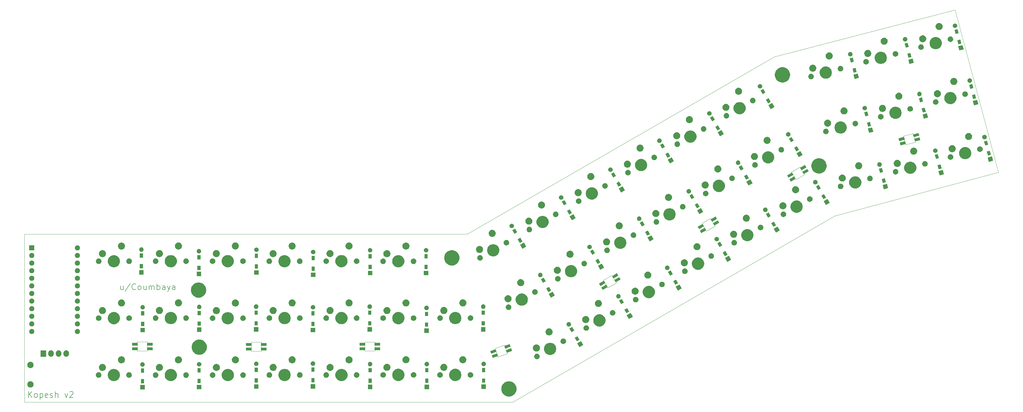
<source format=gbr>
G04 #@! TF.GenerationSoftware,KiCad,Pcbnew,(5.1.5)-3*
G04 #@! TF.CreationDate,2020-04-19T14:52:18+02:00*
G04 #@! TF.ProjectId,kopesh,6b6f7065-7368-42e6-9b69-6361645f7063,rev?*
G04 #@! TF.SameCoordinates,Original*
G04 #@! TF.FileFunction,Soldermask,Top*
G04 #@! TF.FilePolarity,Negative*
%FSLAX46Y46*%
G04 Gerber Fmt 4.6, Leading zero omitted, Abs format (unit mm)*
G04 Created by KiCad (PCBNEW (5.1.5)-3) date 2020-04-19 14:52:18*
%MOMM*%
%LPD*%
G04 APERTURE LIST*
G04 #@! TA.AperFunction,Profile*
%ADD10C,0.050000*%
G04 #@! TD*
%ADD11C,0.180000*%
%ADD12C,0.150000*%
G04 APERTURE END LIST*
D10*
X69440229Y-196531557D02*
X69440226Y-193534357D01*
X72818428Y-196531558D02*
X69440229Y-196531557D01*
X72818426Y-193534356D02*
X72818428Y-196531558D01*
X69440226Y-193534357D02*
X72818426Y-193534356D01*
X107489424Y-196607756D02*
X107489427Y-193610556D01*
X110867626Y-196607757D02*
X107489424Y-196607756D01*
X110867627Y-193610556D02*
X110867626Y-196607757D01*
X107489427Y-193610556D02*
X110867627Y-193610556D01*
X145386224Y-196556958D02*
X145386228Y-193559757D01*
X148789826Y-196556959D02*
X145386224Y-196556958D01*
X148789827Y-193559757D02*
X148789826Y-196556959D01*
X145386228Y-193559757D02*
X148789827Y-193559757D01*
X188832520Y-195713634D02*
X189821786Y-198544695D01*
X193017498Y-197374225D02*
X189821786Y-198544695D01*
X192018936Y-194577866D02*
X193017498Y-197374225D01*
X188832520Y-195713634D02*
X192018936Y-194577866D01*
X226491949Y-175496081D02*
X224993353Y-172900431D01*
X229417563Y-173806981D02*
X226491949Y-175496081D01*
X227918959Y-171211331D02*
X229417563Y-173806981D01*
X224993353Y-172900431D02*
X227918959Y-171211331D01*
X259412234Y-156518881D02*
X257913635Y-153923227D01*
X262337841Y-154829778D02*
X259412234Y-156518881D01*
X260839241Y-152234127D02*
X262337841Y-154829778D01*
X257913635Y-153923227D02*
X260839241Y-152234127D01*
X289265627Y-139341671D02*
X287767025Y-136746022D01*
X292191234Y-137652574D02*
X289265627Y-139341671D01*
X290692632Y-135056921D02*
X292191234Y-137652574D01*
X287767025Y-136746022D02*
X290692632Y-135056921D01*
X325989562Y-127643968D02*
X325220410Y-124773429D01*
X329252656Y-126769623D02*
X325989562Y-127643968D01*
X328483498Y-123899082D02*
X329252656Y-126769623D01*
X325220410Y-124773429D02*
X328483498Y-123899082D01*
D11*
X64719594Y-174742201D02*
X64719594Y-176075534D01*
X63862451Y-174742201D02*
X63862451Y-175789820D01*
X63957690Y-175980296D01*
X64148166Y-176075534D01*
X64433880Y-176075534D01*
X64624356Y-175980296D01*
X64719594Y-175885058D01*
X67100547Y-173980296D02*
X65386261Y-176551725D01*
X68910070Y-175885058D02*
X68814832Y-175980296D01*
X68529118Y-176075534D01*
X68338642Y-176075534D01*
X68052928Y-175980296D01*
X67862451Y-175789820D01*
X67767213Y-175599344D01*
X67671975Y-175218392D01*
X67671975Y-174932677D01*
X67767213Y-174551725D01*
X67862451Y-174361249D01*
X68052928Y-174170773D01*
X68338642Y-174075534D01*
X68529118Y-174075534D01*
X68814832Y-174170773D01*
X68910070Y-174266011D01*
X70052928Y-176075534D02*
X69862451Y-175980296D01*
X69767213Y-175885058D01*
X69671975Y-175694582D01*
X69671975Y-175123153D01*
X69767213Y-174932677D01*
X69862451Y-174837439D01*
X70052928Y-174742201D01*
X70338642Y-174742201D01*
X70529118Y-174837439D01*
X70624356Y-174932677D01*
X70719594Y-175123153D01*
X70719594Y-175694582D01*
X70624356Y-175885058D01*
X70529118Y-175980296D01*
X70338642Y-176075534D01*
X70052928Y-176075534D01*
X72433880Y-174742201D02*
X72433880Y-176075534D01*
X71576737Y-174742201D02*
X71576737Y-175789820D01*
X71671975Y-175980296D01*
X71862451Y-176075534D01*
X72148166Y-176075534D01*
X72338642Y-175980296D01*
X72433880Y-175885058D01*
X73386261Y-176075534D02*
X73386261Y-174742201D01*
X73386261Y-174932677D02*
X73481499Y-174837439D01*
X73671975Y-174742201D01*
X73957690Y-174742201D01*
X74148166Y-174837439D01*
X74243404Y-175027915D01*
X74243404Y-176075534D01*
X74243404Y-175027915D02*
X74338642Y-174837439D01*
X74529118Y-174742201D01*
X74814832Y-174742201D01*
X75005309Y-174837439D01*
X75100547Y-175027915D01*
X75100547Y-176075534D01*
X76052928Y-176075534D02*
X76052928Y-174075534D01*
X76052928Y-174837439D02*
X76243404Y-174742201D01*
X76624356Y-174742201D01*
X76814832Y-174837439D01*
X76910070Y-174932677D01*
X77005309Y-175123153D01*
X77005309Y-175694582D01*
X76910070Y-175885058D01*
X76814832Y-175980296D01*
X76624356Y-176075534D01*
X76243404Y-176075534D01*
X76052928Y-175980296D01*
X78719594Y-176075534D02*
X78719594Y-175027915D01*
X78624356Y-174837439D01*
X78433880Y-174742201D01*
X78052928Y-174742201D01*
X77862451Y-174837439D01*
X78719594Y-175980296D02*
X78529118Y-176075534D01*
X78052928Y-176075534D01*
X77862451Y-175980296D01*
X77767213Y-175789820D01*
X77767213Y-175599344D01*
X77862451Y-175408868D01*
X78052928Y-175313630D01*
X78529118Y-175313630D01*
X78719594Y-175218392D01*
X79481499Y-174742201D02*
X79957690Y-176075534D01*
X80433880Y-174742201D02*
X79957690Y-176075534D01*
X79767213Y-176551725D01*
X79671975Y-176646963D01*
X79481499Y-176742201D01*
X82052928Y-176075534D02*
X82052928Y-175027915D01*
X81957690Y-174837439D01*
X81767213Y-174742201D01*
X81386261Y-174742201D01*
X81195785Y-174837439D01*
X82052928Y-175980296D02*
X81862451Y-176075534D01*
X81386261Y-176075534D01*
X81195785Y-175980296D01*
X81100547Y-175789820D01*
X81100547Y-175599344D01*
X81195785Y-175408868D01*
X81386261Y-175313630D01*
X81862451Y-175313630D01*
X82052928Y-175218392D01*
X33142325Y-212081149D02*
X33142325Y-210081149D01*
X34285182Y-212081149D02*
X33428039Y-210938292D01*
X34285182Y-210081149D02*
X33142325Y-211224007D01*
X35428039Y-212081149D02*
X35237563Y-211985911D01*
X35142325Y-211890673D01*
X35047087Y-211700197D01*
X35047087Y-211128768D01*
X35142325Y-210938292D01*
X35237563Y-210843054D01*
X35428039Y-210747816D01*
X35713754Y-210747816D01*
X35904230Y-210843054D01*
X35999468Y-210938292D01*
X36094706Y-211128768D01*
X36094706Y-211700197D01*
X35999468Y-211890673D01*
X35904230Y-211985911D01*
X35713754Y-212081149D01*
X35428039Y-212081149D01*
X36951849Y-210747816D02*
X36951849Y-212747816D01*
X36951849Y-210843054D02*
X37142325Y-210747816D01*
X37523278Y-210747816D01*
X37713754Y-210843054D01*
X37808992Y-210938292D01*
X37904230Y-211128768D01*
X37904230Y-211700197D01*
X37808992Y-211890673D01*
X37713754Y-211985911D01*
X37523278Y-212081149D01*
X37142325Y-212081149D01*
X36951849Y-211985911D01*
X39523278Y-211985911D02*
X39332801Y-212081149D01*
X38951849Y-212081149D01*
X38761373Y-211985911D01*
X38666135Y-211795435D01*
X38666135Y-211033530D01*
X38761373Y-210843054D01*
X38951849Y-210747816D01*
X39332801Y-210747816D01*
X39523278Y-210843054D01*
X39618516Y-211033530D01*
X39618516Y-211224007D01*
X38666135Y-211414483D01*
X40380420Y-211985911D02*
X40570897Y-212081149D01*
X40951849Y-212081149D01*
X41142325Y-211985911D01*
X41237563Y-211795435D01*
X41237563Y-211700197D01*
X41142325Y-211509721D01*
X40951849Y-211414483D01*
X40666135Y-211414483D01*
X40475658Y-211319245D01*
X40380420Y-211128768D01*
X40380420Y-211033530D01*
X40475658Y-210843054D01*
X40666135Y-210747816D01*
X40951849Y-210747816D01*
X41142325Y-210843054D01*
X42094706Y-212081149D02*
X42094706Y-210081149D01*
X42951849Y-212081149D02*
X42951849Y-211033530D01*
X42856611Y-210843054D01*
X42666135Y-210747816D01*
X42380420Y-210747816D01*
X42189944Y-210843054D01*
X42094706Y-210938292D01*
X45237563Y-210747816D02*
X45713754Y-212081149D01*
X46189944Y-210747816D01*
X46856611Y-210271626D02*
X46951849Y-210176388D01*
X47142325Y-210081149D01*
X47618516Y-210081149D01*
X47808992Y-210176388D01*
X47904230Y-210271626D01*
X47999468Y-210462102D01*
X47999468Y-210652578D01*
X47904230Y-210938292D01*
X46761373Y-212081149D01*
X47999468Y-212081149D01*
D10*
X356971845Y-136810892D02*
X342441844Y-82560896D01*
X302311841Y-151450895D02*
X356971845Y-136810892D01*
X194761842Y-213640900D02*
X302311841Y-151450895D01*
X31771846Y-213640890D02*
X194761842Y-213640900D01*
X31761843Y-157490889D02*
X31771846Y-213640890D01*
X179571848Y-157480897D02*
X31761843Y-157490889D01*
X282171845Y-98240897D02*
X179571848Y-157480897D01*
X342441844Y-82560896D02*
X282171845Y-98240897D01*
D12*
G36*
X194251573Y-206767621D02*
G01*
X194715825Y-206959920D01*
X194715827Y-206959921D01*
X195133643Y-207239097D01*
X195488966Y-207594420D01*
X195709097Y-207923869D01*
X195768143Y-208012238D01*
X195960442Y-208476490D01*
X196058475Y-208969335D01*
X196058475Y-209471841D01*
X195960442Y-209964686D01*
X195768143Y-210428938D01*
X195768142Y-210428940D01*
X195488966Y-210846756D01*
X195133643Y-211202079D01*
X194715827Y-211481255D01*
X194715826Y-211481256D01*
X194715825Y-211481256D01*
X194251573Y-211673555D01*
X193758728Y-211771588D01*
X193256222Y-211771588D01*
X192763377Y-211673555D01*
X192299125Y-211481256D01*
X192299124Y-211481256D01*
X192299123Y-211481255D01*
X191881307Y-211202079D01*
X191525984Y-210846756D01*
X191246808Y-210428940D01*
X191246807Y-210428938D01*
X191054508Y-209964686D01*
X190956475Y-209471841D01*
X190956475Y-208969335D01*
X191054508Y-208476490D01*
X191246807Y-208012238D01*
X191305853Y-207923869D01*
X191525984Y-207594420D01*
X191881307Y-207239097D01*
X192299123Y-206959921D01*
X192299125Y-206959920D01*
X192763377Y-206767621D01*
X193256222Y-206669588D01*
X193758728Y-206669588D01*
X194251573Y-206767621D01*
G37*
G36*
X71916492Y-209422869D02*
G01*
X70417492Y-209422869D01*
X70417492Y-207923869D01*
X71916492Y-207923869D01*
X71916492Y-209422869D01*
G37*
G36*
X90839499Y-209346672D02*
G01*
X89340499Y-209346672D01*
X89340499Y-207847672D01*
X90839499Y-207847672D01*
X90839499Y-209346672D01*
G37*
G36*
X166836292Y-209295876D02*
G01*
X165337292Y-209295876D01*
X165337292Y-207796876D01*
X166836292Y-207796876D01*
X166836292Y-209295876D01*
G37*
G36*
X147913295Y-209295873D02*
G01*
X146414295Y-209295873D01*
X146414295Y-207796873D01*
X147913295Y-207796873D01*
X147913295Y-209295873D01*
G37*
G36*
X185835491Y-209245075D02*
G01*
X184336491Y-209245075D01*
X184336491Y-207746075D01*
X185835491Y-207746075D01*
X185835491Y-209245075D01*
G37*
G36*
X109914898Y-209194273D02*
G01*
X108415898Y-209194273D01*
X108415898Y-207695273D01*
X109914898Y-207695273D01*
X109914898Y-209194273D01*
G37*
G36*
X128830338Y-209118070D02*
G01*
X127331338Y-209118070D01*
X127331338Y-207619070D01*
X128830338Y-207619070D01*
X128830338Y-209118070D01*
G37*
G36*
X34073437Y-206708977D02*
G01*
X34264706Y-206788203D01*
X34264708Y-206788204D01*
X34436846Y-206903223D01*
X34583238Y-207049615D01*
X34698258Y-207221755D01*
X34777484Y-207413024D01*
X34817873Y-207616072D01*
X34817873Y-207823104D01*
X34777484Y-208026152D01*
X34698258Y-208217421D01*
X34698257Y-208217423D01*
X34583238Y-208389561D01*
X34436846Y-208535953D01*
X34264708Y-208650972D01*
X34264707Y-208650973D01*
X34264706Y-208650973D01*
X34073437Y-208730199D01*
X33870389Y-208770588D01*
X33663357Y-208770588D01*
X33460309Y-208730199D01*
X33269040Y-208650973D01*
X33269039Y-208650973D01*
X33269038Y-208650972D01*
X33096900Y-208535953D01*
X32950508Y-208389561D01*
X32835489Y-208217423D01*
X32835488Y-208217421D01*
X32756262Y-208026152D01*
X32715873Y-207823104D01*
X32715873Y-207616072D01*
X32756262Y-207413024D01*
X32835488Y-207221755D01*
X32950508Y-207049615D01*
X33096900Y-206903223D01*
X33269038Y-206788204D01*
X33269040Y-206788203D01*
X33460309Y-206708977D01*
X33663357Y-206668588D01*
X33870389Y-206668588D01*
X34073437Y-206708977D01*
G37*
G36*
X71692992Y-207339369D02*
G01*
X70640992Y-207339369D01*
X70640992Y-205937369D01*
X71692992Y-205937369D01*
X71692992Y-207339369D01*
G37*
G36*
X90615999Y-207263172D02*
G01*
X89563999Y-207263172D01*
X89563999Y-205861172D01*
X90615999Y-205861172D01*
X90615999Y-207263172D01*
G37*
G36*
X166612792Y-207212376D02*
G01*
X165560792Y-207212376D01*
X165560792Y-205810376D01*
X166612792Y-205810376D01*
X166612792Y-207212376D01*
G37*
G36*
X147689795Y-207212373D02*
G01*
X146637795Y-207212373D01*
X146637795Y-205810373D01*
X147689795Y-205810373D01*
X147689795Y-207212373D01*
G37*
G36*
X185611991Y-207161575D02*
G01*
X184559991Y-207161575D01*
X184559991Y-205759575D01*
X185611991Y-205759575D01*
X185611991Y-207161575D01*
G37*
G36*
X109691398Y-207110773D02*
G01*
X108639398Y-207110773D01*
X108639398Y-205708773D01*
X109691398Y-205708773D01*
X109691398Y-207110773D01*
G37*
G36*
X128606838Y-207034570D02*
G01*
X127554838Y-207034570D01*
X127554838Y-205632570D01*
X128606838Y-205632570D01*
X128606838Y-207034570D01*
G37*
G36*
X100258324Y-202624576D02*
G01*
X100476324Y-202714875D01*
X100630473Y-202778725D01*
X100965398Y-203002515D01*
X101250227Y-203287344D01*
X101474017Y-203622269D01*
X101531183Y-203760281D01*
X101628166Y-203994418D01*
X101706750Y-204389486D01*
X101706750Y-204792298D01*
X101628166Y-205187366D01*
X101551895Y-205371501D01*
X101474017Y-205559515D01*
X101250227Y-205894440D01*
X100965398Y-206179269D01*
X100630473Y-206403059D01*
X100476324Y-206466909D01*
X100258324Y-206557208D01*
X99863256Y-206635792D01*
X99460444Y-206635792D01*
X99065376Y-206557208D01*
X98847376Y-206466909D01*
X98693227Y-206403059D01*
X98358302Y-206179269D01*
X98073473Y-205894440D01*
X97849683Y-205559515D01*
X97771805Y-205371501D01*
X97695534Y-205187366D01*
X97616950Y-204792298D01*
X97616950Y-204389486D01*
X97695534Y-203994418D01*
X97792517Y-203760281D01*
X97849683Y-203622269D01*
X98073473Y-203287344D01*
X98358302Y-203002515D01*
X98693227Y-202778725D01*
X98847376Y-202714875D01*
X99065376Y-202624576D01*
X99460444Y-202545992D01*
X99863256Y-202545992D01*
X100258324Y-202624576D01*
G37*
G36*
X81238316Y-202624571D02*
G01*
X81456316Y-202714870D01*
X81610465Y-202778720D01*
X81945390Y-203002510D01*
X82230219Y-203287339D01*
X82454009Y-203622264D01*
X82486404Y-203700473D01*
X82608158Y-203994413D01*
X82686742Y-204389481D01*
X82686742Y-204792293D01*
X82608158Y-205187361D01*
X82523598Y-205391506D01*
X82454009Y-205559510D01*
X82230219Y-205894435D01*
X81945390Y-206179264D01*
X81610465Y-206403054D01*
X81456316Y-206466904D01*
X81238316Y-206557203D01*
X80843248Y-206635787D01*
X80440436Y-206635787D01*
X80045368Y-206557203D01*
X79827368Y-206466904D01*
X79673219Y-206403054D01*
X79338294Y-206179264D01*
X79053465Y-205894435D01*
X78829675Y-205559510D01*
X78760086Y-205391506D01*
X78675526Y-205187361D01*
X78596942Y-204792293D01*
X78596942Y-204389481D01*
X78675526Y-203994413D01*
X78797280Y-203700473D01*
X78829675Y-203622264D01*
X79053465Y-203287339D01*
X79338294Y-203002510D01*
X79673219Y-202778720D01*
X79827368Y-202714870D01*
X80045368Y-202624571D01*
X80440436Y-202545987D01*
X80843248Y-202545987D01*
X81238316Y-202624571D01*
G37*
G36*
X138198317Y-202614576D02*
G01*
X138416317Y-202704875D01*
X138570466Y-202768725D01*
X138905391Y-202992515D01*
X139190220Y-203277344D01*
X139414010Y-203612269D01*
X139446405Y-203690478D01*
X139568159Y-203984418D01*
X139646743Y-204379486D01*
X139646743Y-204782298D01*
X139568159Y-205177366D01*
X139479459Y-205391506D01*
X139414010Y-205549515D01*
X139190220Y-205884440D01*
X138905391Y-206169269D01*
X138570466Y-206393059D01*
X138416317Y-206456909D01*
X138198317Y-206547208D01*
X137803249Y-206625792D01*
X137400437Y-206625792D01*
X137005369Y-206547208D01*
X136787369Y-206456909D01*
X136633220Y-206393059D01*
X136298295Y-206169269D01*
X136013466Y-205884440D01*
X135789676Y-205549515D01*
X135724227Y-205391506D01*
X135635527Y-205177366D01*
X135556943Y-204782298D01*
X135556943Y-204379486D01*
X135635527Y-203984418D01*
X135757281Y-203690478D01*
X135789676Y-203612269D01*
X136013466Y-203277344D01*
X136298295Y-202992515D01*
X136633220Y-202768725D01*
X136787369Y-202704875D01*
X137005369Y-202614576D01*
X137400437Y-202535992D01*
X137803249Y-202535992D01*
X138198317Y-202614576D01*
G37*
G36*
X62208320Y-202614572D02*
G01*
X62426320Y-202704871D01*
X62580469Y-202768721D01*
X62915394Y-202992511D01*
X63200223Y-203277340D01*
X63424013Y-203612265D01*
X63456408Y-203690474D01*
X63578162Y-203984414D01*
X63656746Y-204379482D01*
X63656746Y-204782294D01*
X63578162Y-205177362D01*
X63487863Y-205395362D01*
X63424013Y-205549511D01*
X63200223Y-205884436D01*
X62915394Y-206169265D01*
X62580469Y-206393055D01*
X62426320Y-206456905D01*
X62208320Y-206547204D01*
X61813252Y-206625788D01*
X61410440Y-206625788D01*
X61015372Y-206547204D01*
X60797372Y-206456905D01*
X60643223Y-206393055D01*
X60308298Y-206169265D01*
X60023469Y-205884436D01*
X59799679Y-205549511D01*
X59735829Y-205395362D01*
X59645530Y-205177362D01*
X59566946Y-204782294D01*
X59566946Y-204379482D01*
X59645530Y-203984414D01*
X59767284Y-203690474D01*
X59799679Y-203612265D01*
X60023469Y-203277340D01*
X60308298Y-202992511D01*
X60643223Y-202768721D01*
X60797372Y-202704871D01*
X61015372Y-202614572D01*
X61410440Y-202535988D01*
X61813252Y-202535988D01*
X62208320Y-202614572D01*
G37*
G36*
X119208322Y-202604579D02*
G01*
X119426322Y-202694878D01*
X119580471Y-202758728D01*
X119915396Y-202982518D01*
X120200225Y-203267347D01*
X120424015Y-203602272D01*
X120464693Y-203700478D01*
X120578164Y-203974421D01*
X120656748Y-204369489D01*
X120656748Y-204772301D01*
X120578164Y-205167369D01*
X120493610Y-205371501D01*
X120424015Y-205539518D01*
X120200225Y-205874443D01*
X119915396Y-206159272D01*
X119580471Y-206383062D01*
X119426322Y-206446912D01*
X119208322Y-206537211D01*
X118813254Y-206615795D01*
X118410442Y-206615795D01*
X118015374Y-206537211D01*
X117797374Y-206446912D01*
X117643225Y-206383062D01*
X117308300Y-206159272D01*
X117023471Y-205874443D01*
X116799681Y-205539518D01*
X116730086Y-205371501D01*
X116645532Y-205167369D01*
X116566948Y-204772301D01*
X116566948Y-204369489D01*
X116645532Y-203974421D01*
X116759003Y-203700478D01*
X116799681Y-203602272D01*
X117023471Y-203267347D01*
X117308300Y-202982518D01*
X117643225Y-202758728D01*
X117797374Y-202694878D01*
X118015374Y-202604579D01*
X118410442Y-202525995D01*
X118813254Y-202525995D01*
X119208322Y-202604579D01*
G37*
G36*
X176188321Y-202584574D02*
G01*
X176406321Y-202674873D01*
X176560470Y-202738723D01*
X176895395Y-202962513D01*
X177180224Y-203247342D01*
X177404014Y-203582267D01*
X177448836Y-203690477D01*
X177558163Y-203954416D01*
X177636747Y-204349484D01*
X177636747Y-204752296D01*
X177558163Y-205147364D01*
X177507298Y-205270162D01*
X177404014Y-205519513D01*
X177180224Y-205854438D01*
X176895395Y-206139267D01*
X176560470Y-206363057D01*
X176512173Y-206383062D01*
X176188321Y-206517206D01*
X175793253Y-206595790D01*
X175390441Y-206595790D01*
X174995373Y-206517206D01*
X174671521Y-206383062D01*
X174623224Y-206363057D01*
X174288299Y-206139267D01*
X174003470Y-205854438D01*
X173779680Y-205519513D01*
X173676396Y-205270162D01*
X173625531Y-205147364D01*
X173546947Y-204752296D01*
X173546947Y-204349484D01*
X173625531Y-203954416D01*
X173734858Y-203690477D01*
X173779680Y-203582267D01*
X174003470Y-203247342D01*
X174288299Y-202962513D01*
X174623224Y-202738723D01*
X174777373Y-202674873D01*
X174995373Y-202584574D01*
X175390441Y-202505990D01*
X175793253Y-202505990D01*
X176188321Y-202584574D01*
G37*
G36*
X157198315Y-202574577D02*
G01*
X157319025Y-202624577D01*
X157570464Y-202728726D01*
X157905389Y-202952516D01*
X158190218Y-203237345D01*
X158414008Y-203572270D01*
X158450544Y-203660476D01*
X158568157Y-203944419D01*
X158646741Y-204339487D01*
X158646741Y-204742299D01*
X158568157Y-205137367D01*
X158496584Y-205310159D01*
X158414008Y-205509516D01*
X158190218Y-205844441D01*
X157905389Y-206129270D01*
X157570464Y-206353060D01*
X157498032Y-206383062D01*
X157198315Y-206507209D01*
X156803247Y-206585793D01*
X156400435Y-206585793D01*
X156005367Y-206507209D01*
X155705650Y-206383062D01*
X155633218Y-206353060D01*
X155298293Y-206129270D01*
X155013464Y-205844441D01*
X154789674Y-205509516D01*
X154707098Y-205310159D01*
X154635525Y-205137367D01*
X154556941Y-204742299D01*
X154556941Y-204339487D01*
X154635525Y-203944419D01*
X154753138Y-203660476D01*
X154789674Y-203572270D01*
X155013464Y-203237345D01*
X155298293Y-202952516D01*
X155633218Y-202728726D01*
X155884657Y-202624577D01*
X156005367Y-202574577D01*
X156400435Y-202495993D01*
X156803247Y-202495993D01*
X157198315Y-202574577D01*
G37*
G36*
X105011954Y-203700477D02*
G01*
X105180476Y-203770281D01*
X105332141Y-203871620D01*
X105461122Y-204000601D01*
X105562461Y-204152266D01*
X105632265Y-204320788D01*
X105667850Y-204499689D01*
X105667850Y-204682095D01*
X105632265Y-204860996D01*
X105562461Y-205029518D01*
X105461122Y-205181183D01*
X105332141Y-205310164D01*
X105180476Y-205411503D01*
X105011954Y-205481307D01*
X104833053Y-205516892D01*
X104650647Y-205516892D01*
X104471746Y-205481307D01*
X104303224Y-205411503D01*
X104151559Y-205310164D01*
X104022578Y-205181183D01*
X103921239Y-205029518D01*
X103851435Y-204860996D01*
X103815850Y-204682095D01*
X103815850Y-204499689D01*
X103851435Y-204320788D01*
X103921239Y-204152266D01*
X104022578Y-204000601D01*
X104151559Y-203871620D01*
X104303224Y-203770281D01*
X104471746Y-203700477D01*
X104650647Y-203664892D01*
X104833053Y-203664892D01*
X105011954Y-203700477D01*
G37*
G36*
X94851954Y-203700477D02*
G01*
X95020476Y-203770281D01*
X95172141Y-203871620D01*
X95301122Y-204000601D01*
X95402461Y-204152266D01*
X95472265Y-204320788D01*
X95507850Y-204499689D01*
X95507850Y-204682095D01*
X95472265Y-204860996D01*
X95402461Y-205029518D01*
X95301122Y-205181183D01*
X95172141Y-205310164D01*
X95020476Y-205411503D01*
X94851954Y-205481307D01*
X94673053Y-205516892D01*
X94490647Y-205516892D01*
X94311746Y-205481307D01*
X94143224Y-205411503D01*
X93991559Y-205310164D01*
X93862578Y-205181183D01*
X93761239Y-205029518D01*
X93691435Y-204860996D01*
X93655850Y-204682095D01*
X93655850Y-204499689D01*
X93691435Y-204320788D01*
X93761239Y-204152266D01*
X93862578Y-204000601D01*
X93991559Y-203871620D01*
X94143224Y-203770281D01*
X94311746Y-203700477D01*
X94490647Y-203664892D01*
X94673053Y-203664892D01*
X94851954Y-203700477D01*
G37*
G36*
X85991946Y-203700472D02*
G01*
X86160468Y-203770276D01*
X86312133Y-203871615D01*
X86441114Y-204000596D01*
X86542453Y-204152261D01*
X86612257Y-204320783D01*
X86647842Y-204499684D01*
X86647842Y-204682090D01*
X86612257Y-204860991D01*
X86542453Y-205029513D01*
X86441114Y-205181178D01*
X86312133Y-205310159D01*
X86160468Y-205411498D01*
X85991946Y-205481302D01*
X85813045Y-205516887D01*
X85630639Y-205516887D01*
X85451738Y-205481302D01*
X85283216Y-205411498D01*
X85131551Y-205310159D01*
X85002570Y-205181178D01*
X84901231Y-205029513D01*
X84831427Y-204860991D01*
X84795842Y-204682090D01*
X84795842Y-204499684D01*
X84831427Y-204320783D01*
X84901231Y-204152261D01*
X85002570Y-204000596D01*
X85131551Y-203871615D01*
X85283216Y-203770276D01*
X85451738Y-203700472D01*
X85630639Y-203664887D01*
X85813045Y-203664887D01*
X85991946Y-203700472D01*
G37*
G36*
X75831946Y-203700472D02*
G01*
X76000468Y-203770276D01*
X76152133Y-203871615D01*
X76281114Y-204000596D01*
X76382453Y-204152261D01*
X76452257Y-204320783D01*
X76487842Y-204499684D01*
X76487842Y-204682090D01*
X76452257Y-204860991D01*
X76382453Y-205029513D01*
X76281114Y-205181178D01*
X76152133Y-205310159D01*
X76000468Y-205411498D01*
X75831946Y-205481302D01*
X75653045Y-205516887D01*
X75470639Y-205516887D01*
X75291738Y-205481302D01*
X75123216Y-205411498D01*
X74971551Y-205310159D01*
X74842570Y-205181178D01*
X74741231Y-205029513D01*
X74671427Y-204860991D01*
X74635842Y-204682090D01*
X74635842Y-204499684D01*
X74671427Y-204320783D01*
X74741231Y-204152261D01*
X74842570Y-204000596D01*
X74971551Y-203871615D01*
X75123216Y-203770276D01*
X75291738Y-203700472D01*
X75470639Y-203664887D01*
X75653045Y-203664887D01*
X75831946Y-203700472D01*
G37*
G36*
X132791947Y-203690477D02*
G01*
X132960469Y-203760281D01*
X133112134Y-203861620D01*
X133241115Y-203990601D01*
X133342454Y-204142266D01*
X133412258Y-204310788D01*
X133447843Y-204489689D01*
X133447843Y-204672095D01*
X133412258Y-204850996D01*
X133342454Y-205019518D01*
X133241115Y-205171183D01*
X133112134Y-205300164D01*
X132960469Y-205401503D01*
X132791947Y-205471307D01*
X132613046Y-205506892D01*
X132430640Y-205506892D01*
X132251739Y-205471307D01*
X132083217Y-205401503D01*
X131931552Y-205300164D01*
X131802571Y-205171183D01*
X131701232Y-205019518D01*
X131631428Y-204850996D01*
X131595843Y-204672095D01*
X131595843Y-204489689D01*
X131631428Y-204310788D01*
X131701232Y-204142266D01*
X131802571Y-203990601D01*
X131931552Y-203861620D01*
X132083217Y-203760281D01*
X132251739Y-203690477D01*
X132430640Y-203654892D01*
X132613046Y-203654892D01*
X132791947Y-203690477D01*
G37*
G36*
X142951947Y-203690477D02*
G01*
X143120469Y-203760281D01*
X143272134Y-203861620D01*
X143401115Y-203990601D01*
X143502454Y-204142266D01*
X143572258Y-204310788D01*
X143607843Y-204489689D01*
X143607843Y-204672095D01*
X143572258Y-204850996D01*
X143502454Y-205019518D01*
X143401115Y-205171183D01*
X143272134Y-205300164D01*
X143120469Y-205401503D01*
X142951947Y-205471307D01*
X142773046Y-205506892D01*
X142590640Y-205506892D01*
X142411739Y-205471307D01*
X142243217Y-205401503D01*
X142091552Y-205300164D01*
X141962571Y-205171183D01*
X141861232Y-205019518D01*
X141791428Y-204850996D01*
X141755843Y-204672095D01*
X141755843Y-204489689D01*
X141791428Y-204310788D01*
X141861232Y-204142266D01*
X141962571Y-203990601D01*
X142091552Y-203861620D01*
X142243217Y-203760281D01*
X142411739Y-203690477D01*
X142590640Y-203654892D01*
X142773046Y-203654892D01*
X142951947Y-203690477D01*
G37*
G36*
X66961950Y-203690473D02*
G01*
X67130472Y-203760277D01*
X67282137Y-203861616D01*
X67411118Y-203990597D01*
X67512457Y-204142262D01*
X67582261Y-204310784D01*
X67617846Y-204489685D01*
X67617846Y-204672091D01*
X67582261Y-204850992D01*
X67512457Y-205019514D01*
X67411118Y-205171179D01*
X67282137Y-205300160D01*
X67130472Y-205401499D01*
X66961950Y-205471303D01*
X66783049Y-205506888D01*
X66600643Y-205506888D01*
X66421742Y-205471303D01*
X66253220Y-205401499D01*
X66101555Y-205300160D01*
X65972574Y-205171179D01*
X65871235Y-205019514D01*
X65801431Y-204850992D01*
X65765846Y-204672091D01*
X65765846Y-204489685D01*
X65801431Y-204310784D01*
X65871235Y-204142262D01*
X65972574Y-203990597D01*
X66101555Y-203861616D01*
X66253220Y-203760277D01*
X66421742Y-203690473D01*
X66600643Y-203654888D01*
X66783049Y-203654888D01*
X66961950Y-203690473D01*
G37*
G36*
X56801950Y-203690473D02*
G01*
X56970472Y-203760277D01*
X57122137Y-203861616D01*
X57251118Y-203990597D01*
X57352457Y-204142262D01*
X57422261Y-204310784D01*
X57457846Y-204489685D01*
X57457846Y-204672091D01*
X57422261Y-204850992D01*
X57352457Y-205019514D01*
X57251118Y-205171179D01*
X57122137Y-205300160D01*
X56970472Y-205401499D01*
X56801950Y-205471303D01*
X56623049Y-205506888D01*
X56440643Y-205506888D01*
X56261742Y-205471303D01*
X56093220Y-205401499D01*
X55941555Y-205300160D01*
X55812574Y-205171179D01*
X55711235Y-205019514D01*
X55641431Y-204850992D01*
X55605846Y-204672091D01*
X55605846Y-204489685D01*
X55641431Y-204310784D01*
X55711235Y-204142262D01*
X55812574Y-203990597D01*
X55941555Y-203861616D01*
X56093220Y-203760277D01*
X56261742Y-203690473D01*
X56440643Y-203654888D01*
X56623049Y-203654888D01*
X56801950Y-203690473D01*
G37*
G36*
X123961952Y-203680480D02*
G01*
X124130474Y-203750284D01*
X124282139Y-203851623D01*
X124411120Y-203980604D01*
X124512459Y-204132269D01*
X124582263Y-204300791D01*
X124617848Y-204479692D01*
X124617848Y-204662098D01*
X124582263Y-204840999D01*
X124512459Y-205009521D01*
X124411120Y-205161186D01*
X124282139Y-205290167D01*
X124130474Y-205391506D01*
X123961952Y-205461310D01*
X123783051Y-205496895D01*
X123600645Y-205496895D01*
X123421744Y-205461310D01*
X123253222Y-205391506D01*
X123101557Y-205290167D01*
X122972576Y-205161186D01*
X122871237Y-205009521D01*
X122801433Y-204840999D01*
X122765848Y-204662098D01*
X122765848Y-204479692D01*
X122801433Y-204300791D01*
X122871237Y-204132269D01*
X122972576Y-203980604D01*
X123101557Y-203851623D01*
X123253222Y-203750284D01*
X123421744Y-203680480D01*
X123600645Y-203644895D01*
X123783051Y-203644895D01*
X123961952Y-203680480D01*
G37*
G36*
X113801952Y-203680480D02*
G01*
X113970474Y-203750284D01*
X114122139Y-203851623D01*
X114251120Y-203980604D01*
X114352459Y-204132269D01*
X114422263Y-204300791D01*
X114457848Y-204479692D01*
X114457848Y-204662098D01*
X114422263Y-204840999D01*
X114352459Y-205009521D01*
X114251120Y-205161186D01*
X114122139Y-205290167D01*
X113970474Y-205391506D01*
X113801952Y-205461310D01*
X113623051Y-205496895D01*
X113440645Y-205496895D01*
X113261744Y-205461310D01*
X113093222Y-205391506D01*
X112941557Y-205290167D01*
X112812576Y-205161186D01*
X112711237Y-205009521D01*
X112641433Y-204840999D01*
X112605848Y-204662098D01*
X112605848Y-204479692D01*
X112641433Y-204300791D01*
X112711237Y-204132269D01*
X112812576Y-203980604D01*
X112941557Y-203851623D01*
X113093222Y-203750284D01*
X113261744Y-203680480D01*
X113440645Y-203644895D01*
X113623051Y-203644895D01*
X113801952Y-203680480D01*
G37*
G36*
X170781951Y-203660475D02*
G01*
X170950473Y-203730279D01*
X171102138Y-203831618D01*
X171231119Y-203960599D01*
X171332458Y-204112264D01*
X171402262Y-204280786D01*
X171437847Y-204459687D01*
X171437847Y-204642093D01*
X171402262Y-204820994D01*
X171332458Y-204989516D01*
X171231119Y-205141181D01*
X171102138Y-205270162D01*
X170950473Y-205371501D01*
X170781951Y-205441305D01*
X170603050Y-205476890D01*
X170420644Y-205476890D01*
X170241743Y-205441305D01*
X170073221Y-205371501D01*
X169921556Y-205270162D01*
X169792575Y-205141181D01*
X169691236Y-204989516D01*
X169621432Y-204820994D01*
X169585847Y-204642093D01*
X169585847Y-204459687D01*
X169621432Y-204280786D01*
X169691236Y-204112264D01*
X169792575Y-203960599D01*
X169921556Y-203831618D01*
X170073221Y-203730279D01*
X170241743Y-203660475D01*
X170420644Y-203624890D01*
X170603050Y-203624890D01*
X170781951Y-203660475D01*
G37*
G36*
X180941951Y-203660475D02*
G01*
X181110473Y-203730279D01*
X181262138Y-203831618D01*
X181391119Y-203960599D01*
X181492458Y-204112264D01*
X181562262Y-204280786D01*
X181597847Y-204459687D01*
X181597847Y-204642093D01*
X181562262Y-204820994D01*
X181492458Y-204989516D01*
X181391119Y-205141181D01*
X181262138Y-205270162D01*
X181110473Y-205371501D01*
X180941951Y-205441305D01*
X180763050Y-205476890D01*
X180580644Y-205476890D01*
X180401743Y-205441305D01*
X180233221Y-205371501D01*
X180081556Y-205270162D01*
X179952575Y-205141181D01*
X179851236Y-204989516D01*
X179781432Y-204820994D01*
X179745847Y-204642093D01*
X179745847Y-204459687D01*
X179781432Y-204280786D01*
X179851236Y-204112264D01*
X179952575Y-203960599D01*
X180081556Y-203831618D01*
X180233221Y-203730279D01*
X180401743Y-203660475D01*
X180580644Y-203624890D01*
X180763050Y-203624890D01*
X180941951Y-203660475D01*
G37*
G36*
X161951945Y-203650478D02*
G01*
X162120467Y-203720282D01*
X162272132Y-203821621D01*
X162401113Y-203950602D01*
X162502452Y-204102267D01*
X162572256Y-204270789D01*
X162607841Y-204449690D01*
X162607841Y-204632096D01*
X162572256Y-204810997D01*
X162502452Y-204979519D01*
X162401113Y-205131184D01*
X162272132Y-205260165D01*
X162120467Y-205361504D01*
X161951945Y-205431308D01*
X161773044Y-205466893D01*
X161590638Y-205466893D01*
X161411737Y-205431308D01*
X161243215Y-205361504D01*
X161091550Y-205260165D01*
X160962569Y-205131184D01*
X160861230Y-204979519D01*
X160791426Y-204810997D01*
X160755841Y-204632096D01*
X160755841Y-204449690D01*
X160791426Y-204270789D01*
X160861230Y-204102267D01*
X160962569Y-203950602D01*
X161091550Y-203821621D01*
X161243215Y-203720282D01*
X161411737Y-203650478D01*
X161590638Y-203614893D01*
X161773044Y-203614893D01*
X161951945Y-203650478D01*
G37*
G36*
X151791945Y-203650478D02*
G01*
X151960467Y-203720282D01*
X152112132Y-203821621D01*
X152241113Y-203950602D01*
X152342452Y-204102267D01*
X152412256Y-204270789D01*
X152447841Y-204449690D01*
X152447841Y-204632096D01*
X152412256Y-204810997D01*
X152342452Y-204979519D01*
X152241113Y-205131184D01*
X152112132Y-205260165D01*
X151960467Y-205361504D01*
X151791945Y-205431308D01*
X151613044Y-205466893D01*
X151430638Y-205466893D01*
X151251737Y-205431308D01*
X151083215Y-205361504D01*
X150931550Y-205260165D01*
X150802569Y-205131184D01*
X150701230Y-204979519D01*
X150631426Y-204810997D01*
X150595841Y-204632096D01*
X150595841Y-204449690D01*
X150631426Y-204270789D01*
X150701230Y-204102267D01*
X150802569Y-203950602D01*
X150931550Y-203821621D01*
X151083215Y-203720282D01*
X151251737Y-203650478D01*
X151430638Y-203614893D01*
X151613044Y-203614893D01*
X151791945Y-203650478D01*
G37*
G36*
X71692992Y-203789369D02*
G01*
X70640992Y-203789369D01*
X70640992Y-202387369D01*
X71692992Y-202387369D01*
X71692992Y-203789369D01*
G37*
G36*
X90615999Y-203713172D02*
G01*
X89563999Y-203713172D01*
X89563999Y-202311172D01*
X90615999Y-202311172D01*
X90615999Y-203713172D01*
G37*
G36*
X166612792Y-203662376D02*
G01*
X165560792Y-203662376D01*
X165560792Y-202260376D01*
X166612792Y-202260376D01*
X166612792Y-203662376D01*
G37*
G36*
X147689795Y-203662373D02*
G01*
X146637795Y-203662373D01*
X146637795Y-202260373D01*
X147689795Y-202260373D01*
X147689795Y-203662373D01*
G37*
G36*
X185611991Y-203611575D02*
G01*
X184559991Y-203611575D01*
X184559991Y-202209575D01*
X185611991Y-202209575D01*
X185611991Y-203611575D01*
G37*
G36*
X109691398Y-203560773D02*
G01*
X108639398Y-203560773D01*
X108639398Y-202158773D01*
X109691398Y-202158773D01*
X109691398Y-203560773D01*
G37*
G36*
X128606838Y-203484570D02*
G01*
X127554838Y-203484570D01*
X127554838Y-202082570D01*
X128606838Y-202082570D01*
X128606838Y-203484570D01*
G37*
G36*
X96043410Y-200889956D02*
G01*
X96194877Y-200920085D01*
X96408895Y-201008734D01*
X96408896Y-201008735D01*
X96601504Y-201137431D01*
X96765311Y-201301238D01*
X96834074Y-201404149D01*
X96894008Y-201493847D01*
X96982657Y-201707865D01*
X96984558Y-201717423D01*
X97023873Y-201915069D01*
X97027850Y-201935066D01*
X97027850Y-202166718D01*
X96982657Y-202393919D01*
X96894008Y-202607937D01*
X96889574Y-202614573D01*
X96765311Y-202800546D01*
X96601504Y-202964353D01*
X96544390Y-203002515D01*
X96408895Y-203093050D01*
X96194877Y-203181699D01*
X96068208Y-203206895D01*
X95967677Y-203226892D01*
X95736023Y-203226892D01*
X95635492Y-203206895D01*
X95508823Y-203181699D01*
X95294805Y-203093050D01*
X95159310Y-203002515D01*
X95102196Y-202964353D01*
X94938389Y-202800546D01*
X94814126Y-202614573D01*
X94809692Y-202607937D01*
X94721043Y-202393919D01*
X94675850Y-202166718D01*
X94675850Y-201935066D01*
X94679828Y-201915069D01*
X94719142Y-201717423D01*
X94721043Y-201707865D01*
X94809692Y-201493847D01*
X94869626Y-201404149D01*
X94938389Y-201301238D01*
X95102196Y-201137431D01*
X95294804Y-201008735D01*
X95294805Y-201008734D01*
X95508823Y-200920085D01*
X95660290Y-200889956D01*
X95736023Y-200874892D01*
X95967677Y-200874892D01*
X96043410Y-200889956D01*
G37*
G36*
X77023402Y-200889951D02*
G01*
X77174869Y-200920080D01*
X77388887Y-201008729D01*
X77440765Y-201043393D01*
X77581496Y-201137426D01*
X77745303Y-201301233D01*
X77765022Y-201330745D01*
X77874000Y-201493842D01*
X77962649Y-201707860D01*
X78007842Y-201935061D01*
X78007842Y-202166713D01*
X77962649Y-202393914D01*
X77874000Y-202607932D01*
X77869560Y-202614577D01*
X77745303Y-202800541D01*
X77581496Y-202964348D01*
X77463710Y-203043050D01*
X77388887Y-203093045D01*
X77174869Y-203181694D01*
X77023402Y-203211823D01*
X76947669Y-203226887D01*
X76716015Y-203226887D01*
X76640282Y-203211823D01*
X76488815Y-203181694D01*
X76274797Y-203093045D01*
X76199974Y-203043050D01*
X76082188Y-202964348D01*
X75918381Y-202800541D01*
X75794124Y-202614577D01*
X75789684Y-202607932D01*
X75701035Y-202393914D01*
X75655842Y-202166713D01*
X75655842Y-201935061D01*
X75701035Y-201707860D01*
X75789684Y-201493842D01*
X75898662Y-201330745D01*
X75918381Y-201301233D01*
X76082188Y-201137426D01*
X76222919Y-201043393D01*
X76274797Y-201008729D01*
X76488815Y-200920080D01*
X76640282Y-200889951D01*
X76716015Y-200874887D01*
X76947669Y-200874887D01*
X77023402Y-200889951D01*
G37*
G36*
X133983403Y-200879956D02*
G01*
X134134870Y-200910085D01*
X134348888Y-200998734D01*
X134413092Y-201041634D01*
X134541497Y-201127431D01*
X134705304Y-201291238D01*
X134746806Y-201353351D01*
X134834001Y-201483847D01*
X134922650Y-201697865D01*
X134952779Y-201849332D01*
X134965855Y-201915069D01*
X134967843Y-201925066D01*
X134967843Y-202156718D01*
X134922650Y-202383919D01*
X134834001Y-202597937D01*
X134791101Y-202662141D01*
X134705304Y-202790546D01*
X134541497Y-202954353D01*
X134469417Y-203002515D01*
X134348888Y-203083050D01*
X134134870Y-203171699D01*
X133983403Y-203201828D01*
X133907670Y-203216892D01*
X133676016Y-203216892D01*
X133600283Y-203201828D01*
X133448816Y-203171699D01*
X133234798Y-203083050D01*
X133114269Y-203002515D01*
X133042189Y-202954353D01*
X132878382Y-202790546D01*
X132792585Y-202662141D01*
X132749685Y-202597937D01*
X132661036Y-202383919D01*
X132615843Y-202156718D01*
X132615843Y-201925066D01*
X132617832Y-201915069D01*
X132630907Y-201849332D01*
X132661036Y-201697865D01*
X132749685Y-201483847D01*
X132836880Y-201353351D01*
X132878382Y-201291238D01*
X133042189Y-201127431D01*
X133170594Y-201041634D01*
X133234798Y-200998734D01*
X133448816Y-200910085D01*
X133600283Y-200879956D01*
X133676016Y-200864892D01*
X133907670Y-200864892D01*
X133983403Y-200879956D01*
G37*
G36*
X57967966Y-200874892D02*
G01*
X58144873Y-200910081D01*
X58358891Y-200998730D01*
X58373857Y-201008730D01*
X58551500Y-201127427D01*
X58715307Y-201291234D01*
X58741707Y-201330745D01*
X58844004Y-201483843D01*
X58932653Y-201697861D01*
X58936544Y-201717423D01*
X58977846Y-201925061D01*
X58977846Y-202156715D01*
X58975857Y-202166713D01*
X58932653Y-202383915D01*
X58844004Y-202597933D01*
X58826201Y-202624577D01*
X58715307Y-202790542D01*
X58551500Y-202954349D01*
X58479414Y-203002515D01*
X58358891Y-203083046D01*
X58144873Y-203171695D01*
X57993406Y-203201824D01*
X57917673Y-203216888D01*
X57686019Y-203216888D01*
X57610286Y-203201824D01*
X57458819Y-203171695D01*
X57244801Y-203083046D01*
X57124278Y-203002515D01*
X57052192Y-202954349D01*
X56888385Y-202790542D01*
X56777491Y-202624577D01*
X56759688Y-202597933D01*
X56671039Y-202383915D01*
X56627835Y-202166713D01*
X56625846Y-202156715D01*
X56625846Y-201925061D01*
X56667148Y-201717423D01*
X56671039Y-201697861D01*
X56759688Y-201483843D01*
X56861985Y-201330745D01*
X56888385Y-201291234D01*
X57052192Y-201127427D01*
X57229835Y-201008730D01*
X57244801Y-200998730D01*
X57458819Y-200910081D01*
X57635726Y-200874892D01*
X57686019Y-200864888D01*
X57917673Y-200864888D01*
X57967966Y-200874892D01*
G37*
G36*
X114993408Y-200869959D02*
G01*
X115144875Y-200900088D01*
X115358893Y-200988737D01*
X115388822Y-201008735D01*
X115551502Y-201117434D01*
X115715309Y-201281241D01*
X115763491Y-201353351D01*
X115844006Y-201473850D01*
X115932655Y-201687868D01*
X115949801Y-201774066D01*
X115977848Y-201915068D01*
X115977848Y-202146722D01*
X115973870Y-202166719D01*
X115932655Y-202373922D01*
X115844006Y-202587940D01*
X115819526Y-202624577D01*
X115715309Y-202780549D01*
X115551502Y-202944356D01*
X115423097Y-203030153D01*
X115358893Y-203073053D01*
X115144875Y-203161702D01*
X115018246Y-203186890D01*
X114917675Y-203206895D01*
X114686021Y-203206895D01*
X114585450Y-203186890D01*
X114458821Y-203161702D01*
X114244803Y-203073053D01*
X114180599Y-203030153D01*
X114052194Y-202944356D01*
X113888387Y-202780549D01*
X113784170Y-202624577D01*
X113759690Y-202587940D01*
X113671041Y-202373922D01*
X113629826Y-202166719D01*
X113625848Y-202146722D01*
X113625848Y-201915068D01*
X113653895Y-201774066D01*
X113671041Y-201687868D01*
X113759690Y-201473850D01*
X113840205Y-201353351D01*
X113888387Y-201281241D01*
X114052194Y-201117434D01*
X114214874Y-201008735D01*
X114244803Y-200988737D01*
X114458821Y-200900088D01*
X114610288Y-200869959D01*
X114686021Y-200854895D01*
X114917675Y-200854895D01*
X114993408Y-200869959D01*
G37*
G36*
X171973407Y-200849954D02*
G01*
X172124874Y-200880083D01*
X172338892Y-200968732D01*
X172403096Y-201011632D01*
X172531501Y-201097429D01*
X172695308Y-201261236D01*
X172741752Y-201330745D01*
X172824005Y-201453845D01*
X172912654Y-201667863D01*
X172922512Y-201717423D01*
X172957847Y-201895063D01*
X172957847Y-202126717D01*
X172949891Y-202166713D01*
X172912654Y-202353917D01*
X172824005Y-202567935D01*
X172797280Y-202607932D01*
X172695308Y-202760544D01*
X172531501Y-202924351D01*
X172429492Y-202992511D01*
X172338892Y-203053048D01*
X172124874Y-203141697D01*
X171974064Y-203171695D01*
X171897674Y-203186890D01*
X171666020Y-203186890D01*
X171589630Y-203171695D01*
X171438820Y-203141697D01*
X171224802Y-203053048D01*
X171134202Y-202992511D01*
X171032193Y-202924351D01*
X170868386Y-202760544D01*
X170766414Y-202607932D01*
X170739689Y-202567935D01*
X170651040Y-202353917D01*
X170613803Y-202166713D01*
X170605847Y-202126717D01*
X170605847Y-201895063D01*
X170641182Y-201717423D01*
X170651040Y-201667863D01*
X170739689Y-201453845D01*
X170821942Y-201330745D01*
X170868386Y-201261236D01*
X171032193Y-201097429D01*
X171160598Y-201011632D01*
X171224802Y-200968732D01*
X171438820Y-200880083D01*
X171590287Y-200849954D01*
X171666020Y-200834890D01*
X171897674Y-200834890D01*
X171973407Y-200849954D01*
G37*
G36*
X152983401Y-200839957D02*
G01*
X153134868Y-200870086D01*
X153348886Y-200958735D01*
X153408750Y-200998735D01*
X153541495Y-201087432D01*
X153705302Y-201251239D01*
X153738710Y-201301238D01*
X153833999Y-201443848D01*
X153922648Y-201657866D01*
X153945762Y-201774067D01*
X153967841Y-201885066D01*
X153967841Y-202116720D01*
X153959886Y-202156714D01*
X153922648Y-202343920D01*
X153833999Y-202557938D01*
X153807275Y-202597933D01*
X153705302Y-202750547D01*
X153541495Y-202914354D01*
X153439480Y-202982518D01*
X153348886Y-203043051D01*
X153134868Y-203131700D01*
X152984037Y-203161702D01*
X152907668Y-203176893D01*
X152676014Y-203176893D01*
X152599645Y-203161702D01*
X152448814Y-203131700D01*
X152234796Y-203043051D01*
X152144202Y-202982518D01*
X152042187Y-202914354D01*
X151878380Y-202750547D01*
X151776407Y-202597933D01*
X151749683Y-202557938D01*
X151661034Y-202343920D01*
X151623796Y-202156714D01*
X151615841Y-202116720D01*
X151615841Y-201885066D01*
X151637920Y-201774067D01*
X151661034Y-201657866D01*
X151749683Y-201443848D01*
X151844972Y-201301238D01*
X151878380Y-201251239D01*
X152042187Y-201087432D01*
X152174932Y-200998735D01*
X152234796Y-200958735D01*
X152448814Y-200870086D01*
X152600281Y-200839957D01*
X152676014Y-200824893D01*
X152907668Y-200824893D01*
X152983401Y-200839957D01*
G37*
G36*
X34073437Y-200208977D02*
G01*
X34264706Y-200288203D01*
X34264708Y-200288204D01*
X34436846Y-200403223D01*
X34583238Y-200549615D01*
X34682620Y-200698350D01*
X34698258Y-200721755D01*
X34777484Y-200913024D01*
X34817873Y-201116072D01*
X34817873Y-201323104D01*
X34777484Y-201526152D01*
X34706356Y-201697870D01*
X34698257Y-201717423D01*
X34583238Y-201889561D01*
X34436846Y-202035953D01*
X34264708Y-202150972D01*
X34264707Y-202150973D01*
X34264706Y-202150973D01*
X34073437Y-202230199D01*
X33870389Y-202270588D01*
X33663357Y-202270588D01*
X33460309Y-202230199D01*
X33269040Y-202150973D01*
X33269039Y-202150973D01*
X33269038Y-202150972D01*
X33096900Y-202035953D01*
X32950508Y-201889561D01*
X32835489Y-201717423D01*
X32827390Y-201697870D01*
X32756262Y-201526152D01*
X32715873Y-201323104D01*
X32715873Y-201116072D01*
X32756262Y-200913024D01*
X32835488Y-200721755D01*
X32851127Y-200698350D01*
X32950508Y-200549615D01*
X33096900Y-200403223D01*
X33269038Y-200288204D01*
X33269040Y-200288203D01*
X33460309Y-200208977D01*
X33663357Y-200168588D01*
X33870389Y-200168588D01*
X34073437Y-200208977D01*
G37*
G36*
X71261417Y-200307968D02*
G01*
X71385613Y-200332671D01*
X71522014Y-200389170D01*
X71644771Y-200471194D01*
X71749167Y-200575590D01*
X71831191Y-200698347D01*
X71887690Y-200834748D01*
X71904663Y-200920080D01*
X71916492Y-200979549D01*
X71916492Y-201127189D01*
X71912950Y-201144994D01*
X71887690Y-201271990D01*
X71831191Y-201408391D01*
X71749167Y-201531148D01*
X71644771Y-201635544D01*
X71522014Y-201717568D01*
X71385613Y-201774067D01*
X71261417Y-201798770D01*
X71240812Y-201802869D01*
X71093172Y-201802869D01*
X71072567Y-201798770D01*
X70948371Y-201774067D01*
X70811970Y-201717568D01*
X70689213Y-201635544D01*
X70584817Y-201531148D01*
X70502793Y-201408391D01*
X70446294Y-201271990D01*
X70421034Y-201144994D01*
X70417492Y-201127189D01*
X70417492Y-200979549D01*
X70429321Y-200920080D01*
X70446294Y-200834748D01*
X70502793Y-200698347D01*
X70584817Y-200575590D01*
X70689213Y-200471194D01*
X70811970Y-200389170D01*
X70948371Y-200332671D01*
X71072567Y-200307968D01*
X71093172Y-200303869D01*
X71240812Y-200303869D01*
X71261417Y-200307968D01*
G37*
G36*
X90184424Y-200231771D02*
G01*
X90308620Y-200256474D01*
X90445021Y-200312973D01*
X90567778Y-200394997D01*
X90672174Y-200499393D01*
X90754198Y-200622150D01*
X90810697Y-200758551D01*
X90839499Y-200903353D01*
X90839499Y-201050991D01*
X90810697Y-201195793D01*
X90754198Y-201332194D01*
X90672174Y-201454951D01*
X90567778Y-201559347D01*
X90445021Y-201641371D01*
X90308620Y-201697870D01*
X90184424Y-201722573D01*
X90163819Y-201726672D01*
X90016179Y-201726672D01*
X89995574Y-201722573D01*
X89871378Y-201697870D01*
X89734977Y-201641371D01*
X89612220Y-201559347D01*
X89507824Y-201454951D01*
X89425800Y-201332194D01*
X89369301Y-201195793D01*
X89340499Y-201050991D01*
X89340499Y-200903353D01*
X89369301Y-200758551D01*
X89425800Y-200622150D01*
X89507824Y-200499393D01*
X89612220Y-200394997D01*
X89734977Y-200312973D01*
X89871378Y-200256474D01*
X89995574Y-200231771D01*
X90016179Y-200227672D01*
X90163819Y-200227672D01*
X90184424Y-200231771D01*
G37*
G36*
X166181217Y-200180975D02*
G01*
X166305413Y-200205678D01*
X166441814Y-200262177D01*
X166564571Y-200344201D01*
X166668967Y-200448597D01*
X166750991Y-200571354D01*
X166807490Y-200707755D01*
X166826187Y-200801755D01*
X166836292Y-200852554D01*
X166836292Y-201000195D01*
X166807490Y-201144997D01*
X166750991Y-201281398D01*
X166668967Y-201404155D01*
X166564571Y-201508551D01*
X166441814Y-201590575D01*
X166305413Y-201647074D01*
X166181217Y-201671777D01*
X166160612Y-201675876D01*
X166012972Y-201675876D01*
X165992367Y-201671777D01*
X165868171Y-201647074D01*
X165731770Y-201590575D01*
X165609013Y-201508551D01*
X165504617Y-201404155D01*
X165422593Y-201281398D01*
X165366094Y-201144997D01*
X165337292Y-201000195D01*
X165337292Y-200852557D01*
X165337293Y-200852554D01*
X165347397Y-200801755D01*
X165366094Y-200707755D01*
X165422593Y-200571354D01*
X165504617Y-200448597D01*
X165609013Y-200344201D01*
X165731770Y-200262177D01*
X165868171Y-200205678D01*
X165992367Y-200180975D01*
X166012972Y-200176876D01*
X166160612Y-200176876D01*
X166181217Y-200180975D01*
G37*
G36*
X147258220Y-200180972D02*
G01*
X147382416Y-200205675D01*
X147518817Y-200262174D01*
X147641574Y-200344198D01*
X147745970Y-200448594D01*
X147827994Y-200571351D01*
X147884493Y-200707752D01*
X147903191Y-200801756D01*
X147913295Y-200852553D01*
X147913295Y-201000193D01*
X147913294Y-201000196D01*
X147884493Y-201144994D01*
X147827994Y-201281395D01*
X147745970Y-201404152D01*
X147641574Y-201508548D01*
X147518817Y-201590572D01*
X147382416Y-201647071D01*
X147258220Y-201671774D01*
X147237615Y-201675873D01*
X147089975Y-201675873D01*
X147069370Y-201671774D01*
X146945174Y-201647071D01*
X146808773Y-201590572D01*
X146686016Y-201508548D01*
X146581620Y-201404152D01*
X146499596Y-201281395D01*
X146443097Y-201144994D01*
X146414296Y-201000196D01*
X146414295Y-201000193D01*
X146414295Y-200852553D01*
X146424399Y-200801756D01*
X146443097Y-200707752D01*
X146499596Y-200571351D01*
X146581620Y-200448594D01*
X146686016Y-200344198D01*
X146808773Y-200262174D01*
X146945174Y-200205675D01*
X147069370Y-200180972D01*
X147089975Y-200176873D01*
X147237615Y-200176873D01*
X147258220Y-200180972D01*
G37*
G36*
X185180416Y-200130174D02*
G01*
X185304612Y-200154877D01*
X185441013Y-200211376D01*
X185563770Y-200293400D01*
X185668166Y-200397796D01*
X185750190Y-200520553D01*
X185806689Y-200656954D01*
X185835491Y-200801756D01*
X185835491Y-200949394D01*
X185806689Y-201094196D01*
X185750190Y-201230597D01*
X185668166Y-201353354D01*
X185563770Y-201457750D01*
X185441013Y-201539774D01*
X185304612Y-201596273D01*
X185180416Y-201620976D01*
X185159811Y-201625075D01*
X185012171Y-201625075D01*
X184991566Y-201620976D01*
X184867370Y-201596273D01*
X184730969Y-201539774D01*
X184608212Y-201457750D01*
X184503816Y-201353354D01*
X184421792Y-201230597D01*
X184365293Y-201094196D01*
X184336491Y-200949394D01*
X184336491Y-200801756D01*
X184365293Y-200656954D01*
X184421792Y-200520553D01*
X184503816Y-200397796D01*
X184608212Y-200293400D01*
X184730969Y-200211376D01*
X184867370Y-200154877D01*
X184991566Y-200130174D01*
X185012171Y-200126075D01*
X185159811Y-200126075D01*
X185180416Y-200130174D01*
G37*
G36*
X109259823Y-200079372D02*
G01*
X109384019Y-200104075D01*
X109520420Y-200160574D01*
X109643177Y-200242598D01*
X109747573Y-200346994D01*
X109829597Y-200469751D01*
X109886096Y-200606152D01*
X109909090Y-200721753D01*
X109914898Y-200750953D01*
X109914898Y-200898593D01*
X109913951Y-200903352D01*
X109886096Y-201043394D01*
X109829597Y-201179795D01*
X109747573Y-201302552D01*
X109643177Y-201406948D01*
X109520420Y-201488972D01*
X109384019Y-201545471D01*
X109259823Y-201570174D01*
X109239218Y-201574273D01*
X109091578Y-201574273D01*
X109070973Y-201570174D01*
X108946777Y-201545471D01*
X108810376Y-201488972D01*
X108687619Y-201406948D01*
X108583223Y-201302552D01*
X108501199Y-201179795D01*
X108444700Y-201043394D01*
X108416845Y-200903352D01*
X108415898Y-200898593D01*
X108415898Y-200750953D01*
X108421706Y-200721753D01*
X108444700Y-200606152D01*
X108501199Y-200469751D01*
X108583223Y-200346994D01*
X108687619Y-200242598D01*
X108810376Y-200160574D01*
X108946777Y-200104075D01*
X109070973Y-200079372D01*
X109091578Y-200075273D01*
X109239218Y-200075273D01*
X109259823Y-200079372D01*
G37*
G36*
X128175263Y-200003169D02*
G01*
X128299459Y-200027872D01*
X128435860Y-200084371D01*
X128558617Y-200166395D01*
X128663013Y-200270791D01*
X128745037Y-200393548D01*
X128801536Y-200529949D01*
X128822808Y-200636893D01*
X128830338Y-200674750D01*
X128830338Y-200822390D01*
X128826239Y-200842995D01*
X128801536Y-200967191D01*
X128745037Y-201103592D01*
X128663013Y-201226349D01*
X128558617Y-201330745D01*
X128435860Y-201412769D01*
X128299459Y-201469268D01*
X128175918Y-201493841D01*
X128154658Y-201498070D01*
X128007018Y-201498070D01*
X127985758Y-201493841D01*
X127862217Y-201469268D01*
X127725816Y-201412769D01*
X127603059Y-201330745D01*
X127498663Y-201226349D01*
X127416639Y-201103592D01*
X127360140Y-200967191D01*
X127335437Y-200842995D01*
X127331338Y-200822390D01*
X127331338Y-200674750D01*
X127338868Y-200636893D01*
X127360140Y-200529949D01*
X127416639Y-200393548D01*
X127498663Y-200270791D01*
X127603059Y-200166395D01*
X127725816Y-200084371D01*
X127862217Y-200027872D01*
X127986413Y-200003169D01*
X128007018Y-199999070D01*
X128154658Y-199999070D01*
X128175263Y-200003169D01*
G37*
G36*
X102393410Y-198349956D02*
G01*
X102544877Y-198380085D01*
X102758895Y-198468734D01*
X102758896Y-198468735D01*
X102951504Y-198597431D01*
X103115311Y-198761238D01*
X103154252Y-198819518D01*
X103244008Y-198953847D01*
X103332657Y-199167865D01*
X103332657Y-199167867D01*
X103373873Y-199375069D01*
X103377850Y-199395066D01*
X103377850Y-199626718D01*
X103332657Y-199853919D01*
X103244008Y-200067937D01*
X103205161Y-200126075D01*
X103115311Y-200260546D01*
X102951504Y-200424353D01*
X102883556Y-200469754D01*
X102758895Y-200553050D01*
X102544877Y-200641699D01*
X102418208Y-200666895D01*
X102317677Y-200686892D01*
X102086023Y-200686892D01*
X101985492Y-200666895D01*
X101858823Y-200641699D01*
X101644805Y-200553050D01*
X101520144Y-200469754D01*
X101452196Y-200424353D01*
X101288389Y-200260546D01*
X101198539Y-200126075D01*
X101159692Y-200067937D01*
X101071043Y-199853919D01*
X101025850Y-199626718D01*
X101025850Y-199395066D01*
X101029828Y-199375069D01*
X101071043Y-199167867D01*
X101071043Y-199167865D01*
X101159692Y-198953847D01*
X101249448Y-198819518D01*
X101288389Y-198761238D01*
X101452196Y-198597431D01*
X101644804Y-198468735D01*
X101644805Y-198468734D01*
X101858823Y-198380085D01*
X102010290Y-198349956D01*
X102086023Y-198334892D01*
X102317677Y-198334892D01*
X102393410Y-198349956D01*
G37*
G36*
X83373402Y-198349951D02*
G01*
X83524869Y-198380080D01*
X83738887Y-198468729D01*
X83803091Y-198511629D01*
X83931496Y-198597426D01*
X84095303Y-198761233D01*
X84165564Y-198866386D01*
X84224000Y-198953842D01*
X84312649Y-199167860D01*
X84357842Y-199395061D01*
X84357842Y-199626713D01*
X84312649Y-199853914D01*
X84224000Y-200067932D01*
X84223996Y-200067938D01*
X84095303Y-200260541D01*
X83931496Y-200424348D01*
X83819183Y-200499393D01*
X83738887Y-200553045D01*
X83524869Y-200641694D01*
X83373402Y-200671823D01*
X83297669Y-200686887D01*
X83066015Y-200686887D01*
X82990282Y-200671823D01*
X82838815Y-200641694D01*
X82624797Y-200553045D01*
X82544501Y-200499393D01*
X82432188Y-200424348D01*
X82268381Y-200260541D01*
X82139688Y-200067938D01*
X82139684Y-200067932D01*
X82051035Y-199853914D01*
X82005842Y-199626713D01*
X82005842Y-199395061D01*
X82051035Y-199167860D01*
X82139684Y-198953842D01*
X82198120Y-198866386D01*
X82268381Y-198761233D01*
X82432188Y-198597426D01*
X82560593Y-198511629D01*
X82624797Y-198468729D01*
X82838815Y-198380080D01*
X82990282Y-198349951D01*
X83066015Y-198334887D01*
X83297669Y-198334887D01*
X83373402Y-198349951D01*
G37*
G36*
X140333403Y-198339956D02*
G01*
X140484870Y-198370085D01*
X140698888Y-198458734D01*
X140718884Y-198472095D01*
X140891497Y-198587431D01*
X141055304Y-198751238D01*
X141100926Y-198819517D01*
X141184001Y-198943847D01*
X141272650Y-199157865D01*
X141281330Y-199201503D01*
X141315855Y-199375069D01*
X141317843Y-199385066D01*
X141317843Y-199616718D01*
X141272650Y-199843919D01*
X141184001Y-200057937D01*
X141172417Y-200075273D01*
X141055304Y-200250546D01*
X140891497Y-200414353D01*
X140808583Y-200469754D01*
X140698888Y-200543050D01*
X140484870Y-200631699D01*
X140357904Y-200656954D01*
X140257670Y-200676892D01*
X140026016Y-200676892D01*
X139925782Y-200656954D01*
X139798816Y-200631699D01*
X139584798Y-200543050D01*
X139475103Y-200469754D01*
X139392189Y-200414353D01*
X139228382Y-200250546D01*
X139111269Y-200075273D01*
X139099685Y-200057937D01*
X139011036Y-199843919D01*
X138965843Y-199616718D01*
X138965843Y-199385066D01*
X138967832Y-199375069D01*
X139002356Y-199201503D01*
X139011036Y-199157865D01*
X139099685Y-198943847D01*
X139182760Y-198819517D01*
X139228382Y-198751238D01*
X139392189Y-198587431D01*
X139564802Y-198472095D01*
X139584798Y-198458734D01*
X139798816Y-198370085D01*
X139950283Y-198339956D01*
X140026016Y-198324892D01*
X140257670Y-198324892D01*
X140333403Y-198339956D01*
G37*
G36*
X64317966Y-198334892D02*
G01*
X64494873Y-198370081D01*
X64708891Y-198458730D01*
X64723857Y-198468730D01*
X64901500Y-198587427D01*
X65065307Y-198751234D01*
X65142249Y-198866386D01*
X65194004Y-198943843D01*
X65282653Y-199157861D01*
X65327846Y-199385062D01*
X65327846Y-199616714D01*
X65282653Y-199843915D01*
X65194004Y-200057933D01*
X65163173Y-200104075D01*
X65065307Y-200250542D01*
X64901500Y-200414349D01*
X64818580Y-200469754D01*
X64708891Y-200543046D01*
X64494873Y-200631695D01*
X64367887Y-200656954D01*
X64267673Y-200676888D01*
X64036019Y-200676888D01*
X63935805Y-200656954D01*
X63808819Y-200631695D01*
X63594801Y-200543046D01*
X63485112Y-200469754D01*
X63402192Y-200414349D01*
X63238385Y-200250542D01*
X63140519Y-200104075D01*
X63109688Y-200057933D01*
X63021039Y-199843915D01*
X62975846Y-199616714D01*
X62975846Y-199385062D01*
X63021039Y-199157861D01*
X63109688Y-198943843D01*
X63161443Y-198866386D01*
X63238385Y-198751234D01*
X63402192Y-198587427D01*
X63579835Y-198468730D01*
X63594801Y-198458730D01*
X63808819Y-198370081D01*
X63985726Y-198334892D01*
X64036019Y-198324888D01*
X64267673Y-198324888D01*
X64317966Y-198334892D01*
G37*
G36*
X121343408Y-198329959D02*
G01*
X121494875Y-198360088D01*
X121708893Y-198448737D01*
X121773097Y-198491637D01*
X121901502Y-198577434D01*
X122065309Y-198741241D01*
X122117611Y-198819517D01*
X122194006Y-198933850D01*
X122282655Y-199147868D01*
X122307208Y-199271306D01*
X122327848Y-199375068D01*
X122327848Y-199606722D01*
X122323870Y-199626719D01*
X122282655Y-199833922D01*
X122194006Y-200047940D01*
X122169663Y-200084371D01*
X122065309Y-200240549D01*
X121901502Y-200404356D01*
X121801471Y-200471194D01*
X121708893Y-200533053D01*
X121494875Y-200621702D01*
X121368246Y-200646890D01*
X121267675Y-200666895D01*
X121036021Y-200666895D01*
X120935450Y-200646890D01*
X120808821Y-200621702D01*
X120594803Y-200533053D01*
X120502225Y-200471194D01*
X120402194Y-200404356D01*
X120238387Y-200240549D01*
X120134033Y-200084371D01*
X120109690Y-200047940D01*
X120021041Y-199833922D01*
X119979826Y-199626719D01*
X119975848Y-199606722D01*
X119975848Y-199375068D01*
X119996488Y-199271306D01*
X120021041Y-199147868D01*
X120109690Y-198933850D01*
X120186085Y-198819517D01*
X120238387Y-198741241D01*
X120402194Y-198577434D01*
X120530599Y-198491637D01*
X120594803Y-198448737D01*
X120808821Y-198360088D01*
X120960288Y-198329959D01*
X121036021Y-198314895D01*
X121267675Y-198314895D01*
X121343408Y-198329959D01*
G37*
G36*
X178323407Y-198309954D02*
G01*
X178474874Y-198340083D01*
X178688892Y-198428732D01*
X178753096Y-198471632D01*
X178881501Y-198557429D01*
X179045308Y-198721236D01*
X179131105Y-198849641D01*
X179174005Y-198913845D01*
X179262654Y-199127863D01*
X179268622Y-199157867D01*
X179305859Y-199345067D01*
X179307847Y-199355064D01*
X179307847Y-199586716D01*
X179262654Y-199813917D01*
X179174005Y-200027935D01*
X179147280Y-200067932D01*
X179045308Y-200220544D01*
X178881501Y-200384351D01*
X178785345Y-200448600D01*
X178688892Y-200513048D01*
X178474874Y-200601697D01*
X178324064Y-200631695D01*
X178247674Y-200646890D01*
X178016020Y-200646890D01*
X177939630Y-200631695D01*
X177788820Y-200601697D01*
X177574802Y-200513048D01*
X177478349Y-200448600D01*
X177382193Y-200384351D01*
X177218386Y-200220544D01*
X177116414Y-200067932D01*
X177089689Y-200027935D01*
X177001040Y-199813917D01*
X176955847Y-199586716D01*
X176955847Y-199355064D01*
X176957836Y-199345067D01*
X176995072Y-199157867D01*
X177001040Y-199127863D01*
X177089689Y-198913845D01*
X177132589Y-198849641D01*
X177218386Y-198721236D01*
X177382193Y-198557429D01*
X177510598Y-198471632D01*
X177574802Y-198428732D01*
X177788820Y-198340083D01*
X177940287Y-198309954D01*
X178016020Y-198294890D01*
X178247674Y-198294890D01*
X178323407Y-198309954D01*
G37*
G36*
X159333401Y-198299957D02*
G01*
X159484868Y-198330086D01*
X159698886Y-198418735D01*
X159758750Y-198458735D01*
X159891495Y-198547432D01*
X160055302Y-198711239D01*
X160088710Y-198761238D01*
X160183999Y-198903848D01*
X160272648Y-199117866D01*
X160282592Y-199167860D01*
X160317841Y-199345066D01*
X160317841Y-199576720D01*
X160315852Y-199586717D01*
X160272648Y-199803920D01*
X160183999Y-200017938D01*
X160157275Y-200057933D01*
X160055302Y-200210547D01*
X159891495Y-200374354D01*
X159763090Y-200460151D01*
X159698886Y-200503051D01*
X159484868Y-200591700D01*
X159334037Y-200621702D01*
X159257668Y-200636893D01*
X159026014Y-200636893D01*
X158949645Y-200621702D01*
X158798814Y-200591700D01*
X158584796Y-200503051D01*
X158520592Y-200460151D01*
X158392187Y-200374354D01*
X158228380Y-200210547D01*
X158126407Y-200057933D01*
X158099683Y-200017938D01*
X158011034Y-199803920D01*
X157967830Y-199586717D01*
X157965841Y-199576720D01*
X157965841Y-199345066D01*
X158001090Y-199167860D01*
X158011034Y-199117866D01*
X158099683Y-198903848D01*
X158194972Y-198761238D01*
X158228380Y-198711239D01*
X158392187Y-198547432D01*
X158524932Y-198458735D01*
X158584796Y-198418735D01*
X158798814Y-198330086D01*
X158950281Y-198299957D01*
X159026014Y-198284893D01*
X159257668Y-198284893D01*
X159333401Y-198299957D01*
G37*
G36*
X203132547Y-197490477D02*
G01*
X203301069Y-197560281D01*
X203452734Y-197661620D01*
X203581715Y-197790601D01*
X203683054Y-197942266D01*
X203752858Y-198110788D01*
X203788443Y-198289689D01*
X203788443Y-198472095D01*
X203752858Y-198650996D01*
X203683054Y-198819518D01*
X203581715Y-198971183D01*
X203452734Y-199100164D01*
X203301069Y-199201503D01*
X203132547Y-199271307D01*
X202953646Y-199306892D01*
X202771240Y-199306892D01*
X202592339Y-199271307D01*
X202423817Y-199201503D01*
X202272152Y-199100164D01*
X202143171Y-198971183D01*
X202041832Y-198819518D01*
X201972028Y-198650996D01*
X201936443Y-198472095D01*
X201936443Y-198289689D01*
X201972028Y-198110788D01*
X202041832Y-197942266D01*
X202143171Y-197790601D01*
X202272152Y-197661620D01*
X202423817Y-197560281D01*
X202592339Y-197490477D01*
X202771240Y-197454892D01*
X202953646Y-197454892D01*
X203132547Y-197490477D01*
G37*
G36*
X189890223Y-198215864D02*
G01*
X188102928Y-198866386D01*
X187787585Y-197999990D01*
X189574880Y-197349468D01*
X189890223Y-198215864D01*
G37*
G36*
X43339664Y-196341442D02*
G01*
X43355764Y-196343028D01*
X43528430Y-196395406D01*
X43687561Y-196480463D01*
X43827041Y-196594930D01*
X43941508Y-196734409D01*
X44026565Y-196893540D01*
X44078943Y-197066207D01*
X44092197Y-197200776D01*
X44092197Y-197590771D01*
X44086062Y-197653059D01*
X44078943Y-197725341D01*
X44077846Y-197728956D01*
X44026565Y-197898008D01*
X43941508Y-198057139D01*
X43827041Y-198196618D01*
X43687562Y-198311085D01*
X43528431Y-198396142D01*
X43355765Y-198448520D01*
X43353551Y-198448738D01*
X43176197Y-198466206D01*
X43012730Y-198450106D01*
X42996630Y-198448520D01*
X42823964Y-198396142D01*
X42664833Y-198311085D01*
X42525354Y-198196618D01*
X42410886Y-198057139D01*
X42325829Y-197898008D01*
X42293247Y-197790601D01*
X42273451Y-197725342D01*
X42266332Y-197653059D01*
X42260197Y-197590772D01*
X42260197Y-197200777D01*
X42273451Y-197066208D01*
X42273452Y-197066206D01*
X42299640Y-196979875D01*
X42325829Y-196893541D01*
X42410886Y-196734410D01*
X42525353Y-196594930D01*
X42664832Y-196480463D01*
X42823963Y-196395406D01*
X42996629Y-196343028D01*
X43012729Y-196341442D01*
X43176197Y-196325342D01*
X43339664Y-196341442D01*
G37*
G36*
X45879664Y-196341442D02*
G01*
X45895764Y-196343028D01*
X46068430Y-196395406D01*
X46227561Y-196480463D01*
X46367041Y-196594930D01*
X46481508Y-196734409D01*
X46566565Y-196893540D01*
X46618943Y-197066207D01*
X46632197Y-197200776D01*
X46632197Y-197590771D01*
X46626062Y-197653059D01*
X46618943Y-197725341D01*
X46617846Y-197728956D01*
X46566565Y-197898008D01*
X46481508Y-198057139D01*
X46367041Y-198196618D01*
X46227562Y-198311085D01*
X46068431Y-198396142D01*
X45895765Y-198448520D01*
X45893551Y-198448738D01*
X45716197Y-198466206D01*
X45552730Y-198450106D01*
X45536630Y-198448520D01*
X45363964Y-198396142D01*
X45204833Y-198311085D01*
X45065354Y-198196618D01*
X44950886Y-198057139D01*
X44865829Y-197898008D01*
X44833247Y-197790601D01*
X44813451Y-197725342D01*
X44806332Y-197653059D01*
X44800197Y-197590772D01*
X44800197Y-197200777D01*
X44813451Y-197066208D01*
X44813452Y-197066206D01*
X44839640Y-196979875D01*
X44865829Y-196893541D01*
X44950886Y-196734410D01*
X45065353Y-196594930D01*
X45204832Y-196480463D01*
X45363963Y-196395406D01*
X45536629Y-196343028D01*
X45552729Y-196341442D01*
X45716197Y-196325342D01*
X45879664Y-196341442D01*
G37*
G36*
X40799664Y-196341442D02*
G01*
X40815764Y-196343028D01*
X40988430Y-196395406D01*
X41147561Y-196480463D01*
X41287041Y-196594930D01*
X41401508Y-196734409D01*
X41486565Y-196893540D01*
X41538943Y-197066207D01*
X41552197Y-197200776D01*
X41552197Y-197590771D01*
X41546062Y-197653059D01*
X41538943Y-197725341D01*
X41537846Y-197728956D01*
X41486565Y-197898008D01*
X41401508Y-198057139D01*
X41287041Y-198196618D01*
X41147562Y-198311085D01*
X40988431Y-198396142D01*
X40815765Y-198448520D01*
X40813551Y-198448738D01*
X40636197Y-198466206D01*
X40472730Y-198450106D01*
X40456630Y-198448520D01*
X40283964Y-198396142D01*
X40124833Y-198311085D01*
X39985354Y-198196618D01*
X39870886Y-198057139D01*
X39785829Y-197898008D01*
X39753247Y-197790601D01*
X39733451Y-197725342D01*
X39726332Y-197653059D01*
X39720197Y-197590772D01*
X39720197Y-197200777D01*
X39733451Y-197066208D01*
X39733452Y-197066206D01*
X39759640Y-196979875D01*
X39785829Y-196893541D01*
X39870886Y-196734410D01*
X39985353Y-196594930D01*
X40124832Y-196480463D01*
X40283963Y-196395406D01*
X40456629Y-196343028D01*
X40472729Y-196341442D01*
X40636197Y-196325342D01*
X40799664Y-196341442D01*
G37*
G36*
X39012197Y-198461774D02*
G01*
X37180197Y-198461774D01*
X37180197Y-196329774D01*
X39012197Y-196329774D01*
X39012197Y-198461774D01*
G37*
G36*
X207858326Y-193874576D02*
G01*
X208066414Y-193960769D01*
X208230475Y-194028725D01*
X208565400Y-194252515D01*
X208850229Y-194537344D01*
X209074019Y-194872269D01*
X209074019Y-194872270D01*
X209228168Y-195244418D01*
X209306752Y-195639486D01*
X209306752Y-196042298D01*
X209228168Y-196437366D01*
X209208711Y-196484339D01*
X209074019Y-196809515D01*
X208850229Y-197144440D01*
X208565400Y-197429269D01*
X208230475Y-197653059D01*
X208209804Y-197661621D01*
X207858326Y-197807208D01*
X207463258Y-197885792D01*
X207060446Y-197885792D01*
X206665378Y-197807208D01*
X206313900Y-197661621D01*
X206293229Y-197653059D01*
X205958304Y-197429269D01*
X205673475Y-197144440D01*
X205449685Y-196809515D01*
X205314993Y-196484339D01*
X205295536Y-196437366D01*
X205216952Y-196042298D01*
X205216952Y-195639486D01*
X205295536Y-195244418D01*
X205449685Y-194872270D01*
X205449685Y-194872269D01*
X205673475Y-194537344D01*
X205958304Y-194252515D01*
X206293229Y-194028725D01*
X206457290Y-193960769D01*
X206665378Y-193874576D01*
X207060446Y-193795992D01*
X207463258Y-193795992D01*
X207858326Y-193874576D01*
G37*
G36*
X90873578Y-192823022D02*
G01*
X91337830Y-193015321D01*
X91337832Y-193015322D01*
X91755648Y-193294498D01*
X92110971Y-193649821D01*
X92390147Y-194067637D01*
X92390148Y-194067639D01*
X92582447Y-194531891D01*
X92680480Y-195024736D01*
X92680480Y-195527242D01*
X92582447Y-196020087D01*
X92426985Y-196395406D01*
X92390147Y-196484341D01*
X92110971Y-196902157D01*
X91755648Y-197257480D01*
X91337832Y-197536656D01*
X91337831Y-197536657D01*
X91337830Y-197536657D01*
X90873578Y-197728956D01*
X90380733Y-197826989D01*
X89878227Y-197826989D01*
X89385382Y-197728956D01*
X88921130Y-197536657D01*
X88921129Y-197536657D01*
X88921128Y-197536656D01*
X88503312Y-197257480D01*
X88147989Y-196902157D01*
X87868813Y-196484341D01*
X87831975Y-196395406D01*
X87676513Y-196020087D01*
X87578480Y-195527242D01*
X87578480Y-195024736D01*
X87676513Y-194531891D01*
X87868812Y-194067639D01*
X87868813Y-194067637D01*
X88147989Y-193649821D01*
X88503312Y-193294498D01*
X88921128Y-193015322D01*
X88921130Y-193015321D01*
X89385382Y-192823022D01*
X89878227Y-192724989D01*
X90380733Y-192724989D01*
X90873578Y-192823022D01*
G37*
G36*
X189377192Y-196806325D02*
G01*
X187589897Y-197456847D01*
X187274554Y-196590451D01*
X189061849Y-195939929D01*
X189377192Y-196806325D01*
G37*
G36*
X194588686Y-196505763D02*
G01*
X192801391Y-197156285D01*
X192486048Y-196289889D01*
X194273343Y-195639367D01*
X194588686Y-196505763D01*
G37*
G36*
X202883855Y-194385251D02*
G01*
X203035322Y-194415380D01*
X203249340Y-194504029D01*
X203291037Y-194531890D01*
X203441949Y-194632726D01*
X203605756Y-194796533D01*
X203661760Y-194880350D01*
X203734453Y-194989142D01*
X203823102Y-195203160D01*
X203868295Y-195430361D01*
X203868295Y-195662013D01*
X203823102Y-195889214D01*
X203734453Y-196103232D01*
X203734452Y-196103233D01*
X203605756Y-196295841D01*
X203441949Y-196459648D01*
X203313544Y-196545445D01*
X203249340Y-196588345D01*
X203035322Y-196676994D01*
X202883855Y-196707123D01*
X202808122Y-196722187D01*
X202576468Y-196722187D01*
X202500735Y-196707123D01*
X202349268Y-196676994D01*
X202135250Y-196588345D01*
X202071046Y-196545445D01*
X201942641Y-196459648D01*
X201778834Y-196295841D01*
X201650138Y-196103233D01*
X201650137Y-196103232D01*
X201561488Y-195889214D01*
X201516295Y-195662013D01*
X201516295Y-195430361D01*
X201561488Y-195203160D01*
X201650137Y-194989142D01*
X201722830Y-194880350D01*
X201778834Y-194796533D01*
X201942641Y-194632726D01*
X202093553Y-194531890D01*
X202135250Y-194504029D01*
X202349268Y-194415380D01*
X202500735Y-194385251D01*
X202576468Y-194370187D01*
X202808122Y-194370187D01*
X202883855Y-194385251D01*
G37*
G36*
X107630474Y-196334590D02*
G01*
X105728474Y-196334590D01*
X105728474Y-195412590D01*
X107630474Y-195412590D01*
X107630474Y-196334590D01*
G37*
G36*
X112630474Y-196334590D02*
G01*
X110728474Y-196334590D01*
X110728474Y-195412590D01*
X112630474Y-195412590D01*
X112630474Y-196334590D01*
G37*
G36*
X150552676Y-196283788D02*
G01*
X148650676Y-196283788D01*
X148650676Y-195361788D01*
X150552676Y-195361788D01*
X150552676Y-196283788D01*
G37*
G36*
X145552676Y-196283788D02*
G01*
X143650676Y-196283788D01*
X143650676Y-195361788D01*
X145552676Y-195361788D01*
X145552676Y-196283788D01*
G37*
G36*
X74581278Y-196258390D02*
G01*
X72679278Y-196258390D01*
X72679278Y-195336390D01*
X74581278Y-195336390D01*
X74581278Y-196258390D01*
G37*
G36*
X69581278Y-196258390D02*
G01*
X67679278Y-196258390D01*
X67679278Y-195336390D01*
X69581278Y-195336390D01*
X69581278Y-196258390D01*
G37*
G36*
X194075655Y-195096224D02*
G01*
X192288360Y-195746746D01*
X191973017Y-194880350D01*
X193760312Y-194229828D01*
X194075655Y-195096224D01*
G37*
G36*
X218344763Y-194509441D02*
G01*
X217046590Y-195258942D01*
X216297089Y-193960769D01*
X217595262Y-193211268D01*
X218344763Y-194509441D01*
G37*
G36*
X112630474Y-194834590D02*
G01*
X110728474Y-194834590D01*
X110728474Y-193912590D01*
X112630474Y-193912590D01*
X112630474Y-194834590D01*
G37*
G36*
X107630474Y-194834590D02*
G01*
X105728474Y-194834590D01*
X105728474Y-193912590D01*
X107630474Y-193912590D01*
X107630474Y-194834590D01*
G37*
G36*
X145552676Y-194783788D02*
G01*
X143650676Y-194783788D01*
X143650676Y-193861788D01*
X145552676Y-193861788D01*
X145552676Y-194783788D01*
G37*
G36*
X150552676Y-194783788D02*
G01*
X148650676Y-194783788D01*
X148650676Y-193861788D01*
X150552676Y-193861788D01*
X150552676Y-194783788D01*
G37*
G36*
X69581278Y-194758390D02*
G01*
X67679278Y-194758390D01*
X67679278Y-193836390D01*
X69581278Y-193836390D01*
X69581278Y-194758390D01*
G37*
G36*
X74581278Y-194758390D02*
G01*
X72679278Y-194758390D01*
X72679278Y-193836390D01*
X74581278Y-193836390D01*
X74581278Y-194758390D01*
G37*
G36*
X211931365Y-192410477D02*
G01*
X212099887Y-192480281D01*
X212251552Y-192581620D01*
X212380533Y-192710601D01*
X212481872Y-192862266D01*
X212551676Y-193030788D01*
X212587261Y-193209689D01*
X212587261Y-193392095D01*
X212551676Y-193570996D01*
X212481872Y-193739518D01*
X212380533Y-193891183D01*
X212251552Y-194020164D01*
X212099887Y-194121503D01*
X211931365Y-194191307D01*
X211752464Y-194226892D01*
X211570058Y-194226892D01*
X211391157Y-194191307D01*
X211222635Y-194121503D01*
X211070970Y-194020164D01*
X210941989Y-193891183D01*
X210840650Y-193739518D01*
X210770846Y-193570996D01*
X210735261Y-193392095D01*
X210735261Y-193209689D01*
X210770846Y-193030788D01*
X210840650Y-192862266D01*
X210941989Y-192710601D01*
X211070970Y-192581620D01*
X211222635Y-192480281D01*
X211391157Y-192410477D01*
X211570058Y-192374892D01*
X211752464Y-192374892D01*
X211931365Y-192410477D01*
G37*
G36*
X217109456Y-192816827D02*
G01*
X216765654Y-193015321D01*
X216198397Y-193342827D01*
X216198396Y-193342827D01*
X215497396Y-192128659D01*
X215952926Y-191865659D01*
X216408455Y-191602659D01*
X216408456Y-191602659D01*
X217109456Y-192816827D01*
G37*
G36*
X207113117Y-189010547D02*
G01*
X207264584Y-189040676D01*
X207478602Y-189129325D01*
X207478603Y-189129326D01*
X207671211Y-189258022D01*
X207835018Y-189421829D01*
X207867992Y-189471179D01*
X207963715Y-189614438D01*
X208052364Y-189828456D01*
X208052364Y-189828458D01*
X208097557Y-190055656D01*
X208097557Y-190287310D01*
X208095695Y-190296671D01*
X208052364Y-190514510D01*
X207963715Y-190728528D01*
X207963714Y-190728529D01*
X207835018Y-190921137D01*
X207671211Y-191084944D01*
X207542806Y-191170741D01*
X207478602Y-191213641D01*
X207264584Y-191302290D01*
X207113117Y-191332419D01*
X207037384Y-191347483D01*
X206805730Y-191347483D01*
X206729997Y-191332419D01*
X206578530Y-191302290D01*
X206364512Y-191213641D01*
X206300308Y-191170741D01*
X206171903Y-191084944D01*
X206008096Y-190921137D01*
X205879400Y-190728529D01*
X205879399Y-190728528D01*
X205790750Y-190514510D01*
X205747419Y-190296671D01*
X205745557Y-190287310D01*
X205745557Y-190055656D01*
X205790750Y-189828458D01*
X205790750Y-189828456D01*
X205879399Y-189614438D01*
X205975122Y-189471179D01*
X206008096Y-189421829D01*
X206171903Y-189258022D01*
X206364511Y-189129326D01*
X206364512Y-189129325D01*
X206578530Y-189040676D01*
X206729997Y-189010547D01*
X206805730Y-188995483D01*
X207037384Y-188995483D01*
X207113117Y-189010547D01*
G37*
G36*
X34450673Y-189223348D02*
G01*
X34605545Y-189287498D01*
X34744926Y-189380630D01*
X34863460Y-189499164D01*
X34956592Y-189638545D01*
X35020742Y-189793417D01*
X35053445Y-189957829D01*
X35053445Y-190125461D01*
X35020742Y-190289873D01*
X34956592Y-190444745D01*
X34863460Y-190584126D01*
X34744926Y-190702660D01*
X34605545Y-190795792D01*
X34450673Y-190859942D01*
X34286261Y-190892645D01*
X34118629Y-190892645D01*
X33954217Y-190859942D01*
X33799345Y-190795792D01*
X33659964Y-190702660D01*
X33541430Y-190584126D01*
X33448298Y-190444745D01*
X33384148Y-190289873D01*
X33351445Y-190125461D01*
X33351445Y-189957829D01*
X33384148Y-189793417D01*
X33448298Y-189638545D01*
X33541430Y-189499164D01*
X33659964Y-189380630D01*
X33799345Y-189287498D01*
X33954217Y-189223348D01*
X34118629Y-189190645D01*
X34286261Y-189190645D01*
X34450673Y-189223348D01*
G37*
G36*
X49690673Y-189223348D02*
G01*
X49845545Y-189287498D01*
X49984926Y-189380630D01*
X50103460Y-189499164D01*
X50196592Y-189638545D01*
X50260742Y-189793417D01*
X50293445Y-189957829D01*
X50293445Y-190125461D01*
X50260742Y-190289873D01*
X50196592Y-190444745D01*
X50103460Y-190584126D01*
X49984926Y-190702660D01*
X49845545Y-190795792D01*
X49690673Y-190859942D01*
X49526261Y-190892645D01*
X49358629Y-190892645D01*
X49194217Y-190859942D01*
X49039345Y-190795792D01*
X48899964Y-190702660D01*
X48781430Y-190584126D01*
X48688298Y-190444745D01*
X48624148Y-190289873D01*
X48591445Y-190125461D01*
X48591445Y-189957829D01*
X48624148Y-189793417D01*
X48688298Y-189638545D01*
X48781430Y-189499164D01*
X48899964Y-189380630D01*
X49039345Y-189287498D01*
X49194217Y-189223348D01*
X49358629Y-189190645D01*
X49526261Y-189190645D01*
X49690673Y-189223348D01*
G37*
G36*
X166760091Y-190525270D02*
G01*
X165261091Y-190525270D01*
X165261091Y-189026270D01*
X166760091Y-189026270D01*
X166760091Y-190525270D01*
G37*
G36*
X71967294Y-190296671D02*
G01*
X70468294Y-190296671D01*
X70468294Y-188797671D01*
X71967294Y-188797671D01*
X71967294Y-190296671D01*
G37*
G36*
X128837896Y-190296668D02*
G01*
X127338896Y-190296668D01*
X127338896Y-188797668D01*
X128837896Y-188797668D01*
X128837896Y-190296668D01*
G37*
G36*
X215334456Y-189742437D02*
G01*
X214961384Y-189957830D01*
X214423397Y-190268437D01*
X214423396Y-190268437D01*
X213722396Y-189054269D01*
X214342814Y-188696071D01*
X214633455Y-188528269D01*
X214633456Y-188528269D01*
X215334456Y-189742437D01*
G37*
G36*
X90857349Y-190195071D02*
G01*
X89358349Y-190195071D01*
X89358349Y-188696071D01*
X90857349Y-188696071D01*
X90857349Y-190195071D01*
G37*
G36*
X109864093Y-190093472D02*
G01*
X108365093Y-190093472D01*
X108365093Y-188594472D01*
X109864093Y-188594472D01*
X109864093Y-190093472D01*
G37*
G36*
X147786296Y-190090470D02*
G01*
X146287296Y-190090470D01*
X146287296Y-188591470D01*
X147786296Y-188591470D01*
X147786296Y-190090470D01*
G37*
G36*
X185683091Y-190090466D02*
G01*
X184184091Y-190090466D01*
X184184091Y-188591466D01*
X185683091Y-188591466D01*
X185683091Y-190090466D01*
G37*
G36*
X219602539Y-187990474D02*
G01*
X219771061Y-188060278D01*
X219922726Y-188161617D01*
X220051707Y-188290598D01*
X220153046Y-188442263D01*
X220222850Y-188610785D01*
X220258435Y-188789686D01*
X220258435Y-188972092D01*
X220222850Y-189150993D01*
X220153046Y-189319515D01*
X220051707Y-189471180D01*
X219922726Y-189600161D01*
X219771061Y-189701500D01*
X219602539Y-189771304D01*
X219423638Y-189806889D01*
X219241232Y-189806889D01*
X219062331Y-189771304D01*
X218893809Y-189701500D01*
X218742144Y-189600161D01*
X218613163Y-189471180D01*
X218511824Y-189319515D01*
X218442020Y-189150993D01*
X218406435Y-188972092D01*
X218406435Y-188789686D01*
X218442020Y-188610785D01*
X218511824Y-188442263D01*
X218613163Y-188290598D01*
X218742144Y-188161617D01*
X218893809Y-188060278D01*
X219062331Y-187990474D01*
X219241232Y-187954889D01*
X219423638Y-187954889D01*
X219602539Y-187990474D01*
G37*
G36*
X166536591Y-188441770D02*
G01*
X165484591Y-188441770D01*
X165484591Y-187039770D01*
X166536591Y-187039770D01*
X166536591Y-188441770D01*
G37*
G36*
X224328318Y-184374573D02*
G01*
X224435972Y-184419165D01*
X224700467Y-184528722D01*
X225035392Y-184752512D01*
X225320221Y-185037341D01*
X225544011Y-185372266D01*
X225598629Y-185504126D01*
X225698160Y-185744415D01*
X225776744Y-186139483D01*
X225776744Y-186542295D01*
X225698160Y-186937363D01*
X225635623Y-187088341D01*
X225544011Y-187309512D01*
X225320221Y-187644437D01*
X225035392Y-187929266D01*
X224700467Y-188153056D01*
X224555343Y-188213168D01*
X224328318Y-188307205D01*
X223933250Y-188385789D01*
X223530438Y-188385789D01*
X223135370Y-188307205D01*
X222908345Y-188213168D01*
X222763221Y-188153056D01*
X222428296Y-187929266D01*
X222143467Y-187644437D01*
X221919677Y-187309512D01*
X221828065Y-187088341D01*
X221765528Y-186937363D01*
X221686944Y-186542295D01*
X221686944Y-186139483D01*
X221765528Y-185744415D01*
X221865059Y-185504126D01*
X221919677Y-185372266D01*
X222143467Y-185037341D01*
X222428296Y-184752512D01*
X222763221Y-184528722D01*
X223027716Y-184419165D01*
X223135370Y-184374573D01*
X223530438Y-184295989D01*
X223933250Y-184295989D01*
X224328318Y-184374573D01*
G37*
G36*
X213605351Y-186890590D02*
G01*
X213729547Y-186915293D01*
X213865948Y-186971792D01*
X213988705Y-187053816D01*
X214093101Y-187158212D01*
X214175125Y-187280969D01*
X214231624Y-187417370D01*
X214260426Y-187562172D01*
X214260426Y-187709810D01*
X214231624Y-187854612D01*
X214175125Y-187991013D01*
X214093101Y-188113770D01*
X213988705Y-188218166D01*
X213865948Y-188300190D01*
X213729547Y-188356689D01*
X213605351Y-188381392D01*
X213584746Y-188385491D01*
X213437106Y-188385491D01*
X213416501Y-188381392D01*
X213292305Y-188356689D01*
X213155904Y-188300190D01*
X213033147Y-188218166D01*
X212928751Y-188113770D01*
X212846727Y-187991013D01*
X212790228Y-187854612D01*
X212761426Y-187709810D01*
X212761426Y-187562172D01*
X212790228Y-187417370D01*
X212846727Y-187280969D01*
X212928751Y-187158212D01*
X213033147Y-187053816D01*
X213155904Y-186971792D01*
X213292305Y-186915293D01*
X213416501Y-186890590D01*
X213437106Y-186886491D01*
X213584746Y-186886491D01*
X213605351Y-186890590D01*
G37*
G36*
X34450673Y-186683348D02*
G01*
X34605545Y-186747498D01*
X34744926Y-186840630D01*
X34863460Y-186959164D01*
X34956592Y-187098545D01*
X35020742Y-187253417D01*
X35053445Y-187417829D01*
X35053445Y-187585461D01*
X35020742Y-187749873D01*
X34956592Y-187904745D01*
X34863460Y-188044126D01*
X34744926Y-188162660D01*
X34605545Y-188255792D01*
X34450673Y-188319942D01*
X34286261Y-188352645D01*
X34118629Y-188352645D01*
X33954217Y-188319942D01*
X33799345Y-188255792D01*
X33659964Y-188162660D01*
X33541430Y-188044126D01*
X33448298Y-187904745D01*
X33384148Y-187749873D01*
X33351445Y-187585461D01*
X33351445Y-187417829D01*
X33384148Y-187253417D01*
X33448298Y-187098545D01*
X33541430Y-186959164D01*
X33659964Y-186840630D01*
X33799345Y-186747498D01*
X33954217Y-186683348D01*
X34118629Y-186650645D01*
X34286261Y-186650645D01*
X34450673Y-186683348D01*
G37*
G36*
X49690673Y-186683348D02*
G01*
X49845545Y-186747498D01*
X49984926Y-186840630D01*
X50103460Y-186959164D01*
X50196592Y-187098545D01*
X50260742Y-187253417D01*
X50293445Y-187417829D01*
X50293445Y-187585461D01*
X50260742Y-187749873D01*
X50196592Y-187904745D01*
X50103460Y-188044126D01*
X49984926Y-188162660D01*
X49845545Y-188255792D01*
X49690673Y-188319942D01*
X49526261Y-188352645D01*
X49358629Y-188352645D01*
X49194217Y-188319942D01*
X49039345Y-188255792D01*
X48899964Y-188162660D01*
X48781430Y-188044126D01*
X48688298Y-187904745D01*
X48624148Y-187749873D01*
X48591445Y-187585461D01*
X48591445Y-187417829D01*
X48624148Y-187253417D01*
X48688298Y-187098545D01*
X48781430Y-186959164D01*
X48899964Y-186840630D01*
X49039345Y-186747498D01*
X49194217Y-186683348D01*
X49358629Y-186650645D01*
X49526261Y-186650645D01*
X49690673Y-186683348D01*
G37*
G36*
X71743794Y-188213171D02*
G01*
X70691794Y-188213171D01*
X70691794Y-186811171D01*
X71743794Y-186811171D01*
X71743794Y-188213171D01*
G37*
G36*
X128614396Y-188213168D02*
G01*
X127562396Y-188213168D01*
X127562396Y-186811168D01*
X128614396Y-186811168D01*
X128614396Y-188213168D01*
G37*
G36*
X90633849Y-188111571D02*
G01*
X89581849Y-188111571D01*
X89581849Y-186709571D01*
X90633849Y-186709571D01*
X90633849Y-188111571D01*
G37*
G36*
X109640593Y-188009972D02*
G01*
X108588593Y-188009972D01*
X108588593Y-186607972D01*
X109640593Y-186607972D01*
X109640593Y-188009972D01*
G37*
G36*
X147562796Y-188006970D02*
G01*
X146510796Y-188006970D01*
X146510796Y-186604970D01*
X147562796Y-186604970D01*
X147562796Y-188006970D01*
G37*
G36*
X185459591Y-188006966D02*
G01*
X184407591Y-188006966D01*
X184407591Y-186604966D01*
X185459591Y-186604966D01*
X185459591Y-188006966D01*
G37*
G36*
X100248324Y-183634580D02*
G01*
X100466324Y-183724879D01*
X100620473Y-183788729D01*
X100955398Y-184012519D01*
X101240227Y-184297348D01*
X101464017Y-184632273D01*
X101525325Y-184780285D01*
X101618166Y-185004422D01*
X101696750Y-185399490D01*
X101696750Y-185802302D01*
X101618166Y-186197370D01*
X101538703Y-186389211D01*
X101464017Y-186569519D01*
X101240227Y-186904444D01*
X100955398Y-187189273D01*
X100620473Y-187413063D01*
X100466324Y-187476913D01*
X100248324Y-187567212D01*
X99853256Y-187645796D01*
X99450444Y-187645796D01*
X99055376Y-187567212D01*
X98837376Y-187476913D01*
X98683227Y-187413063D01*
X98348302Y-187189273D01*
X98063473Y-186904444D01*
X97839683Y-186569519D01*
X97764997Y-186389211D01*
X97685534Y-186197370D01*
X97606950Y-185802302D01*
X97606950Y-185399490D01*
X97685534Y-185004422D01*
X97778375Y-184780285D01*
X97839683Y-184632273D01*
X98063473Y-184297348D01*
X98348302Y-184012519D01*
X98683227Y-183788729D01*
X98837376Y-183724879D01*
X99055376Y-183634580D01*
X99450444Y-183555996D01*
X99853256Y-183555996D01*
X100248324Y-183634580D01*
G37*
G36*
X62218328Y-183614574D02*
G01*
X62436328Y-183704873D01*
X62590477Y-183768723D01*
X62925402Y-183992513D01*
X63210231Y-184277342D01*
X63434021Y-184612267D01*
X63487046Y-184740282D01*
X63588170Y-184984416D01*
X63666754Y-185379484D01*
X63666754Y-185782296D01*
X63588170Y-186177364D01*
X63507757Y-186371498D01*
X63434021Y-186549513D01*
X63210231Y-186884438D01*
X62925402Y-187169267D01*
X62590477Y-187393057D01*
X62530669Y-187417830D01*
X62218328Y-187547206D01*
X61823260Y-187625790D01*
X61420448Y-187625790D01*
X61025380Y-187547206D01*
X60713039Y-187417830D01*
X60653231Y-187393057D01*
X60318306Y-187169267D01*
X60033477Y-186884438D01*
X59809687Y-186549513D01*
X59735951Y-186371498D01*
X59655538Y-186177364D01*
X59576954Y-185782296D01*
X59576954Y-185379484D01*
X59655538Y-184984416D01*
X59756662Y-184740282D01*
X59809687Y-184612267D01*
X60033477Y-184277342D01*
X60318306Y-183992513D01*
X60653231Y-183768723D01*
X60807380Y-183704873D01*
X61025380Y-183614574D01*
X61420448Y-183535990D01*
X61823260Y-183535990D01*
X62218328Y-183614574D01*
G37*
G36*
X157198324Y-183604574D02*
G01*
X157416324Y-183694873D01*
X157570473Y-183758723D01*
X157905398Y-183982513D01*
X158190227Y-184267342D01*
X158414017Y-184602267D01*
X158465637Y-184726889D01*
X158568166Y-184974416D01*
X158646750Y-185369484D01*
X158646750Y-185772296D01*
X158568166Y-186167364D01*
X158513159Y-186300162D01*
X158414017Y-186539513D01*
X158190227Y-186874438D01*
X157905398Y-187159267D01*
X157570473Y-187383057D01*
X157486523Y-187417830D01*
X157198324Y-187537206D01*
X156803256Y-187615790D01*
X156400444Y-187615790D01*
X156005376Y-187537206D01*
X155717177Y-187417830D01*
X155633227Y-187383057D01*
X155298302Y-187159267D01*
X155013473Y-186874438D01*
X154789683Y-186539513D01*
X154690541Y-186300162D01*
X154635534Y-186167364D01*
X154556950Y-185772296D01*
X154556950Y-185369484D01*
X154635534Y-184974416D01*
X154738063Y-184726889D01*
X154789683Y-184602267D01*
X155013473Y-184267342D01*
X155298302Y-183982513D01*
X155633227Y-183758723D01*
X155787376Y-183694873D01*
X156005376Y-183604574D01*
X156400444Y-183525990D01*
X156803256Y-183525990D01*
X157198324Y-183604574D01*
G37*
G36*
X119208326Y-183594583D02*
G01*
X119426326Y-183684882D01*
X119580475Y-183748732D01*
X119915400Y-183972522D01*
X120200229Y-184257351D01*
X120424019Y-184592276D01*
X120474197Y-184713417D01*
X120578168Y-184964425D01*
X120656752Y-185359493D01*
X120656752Y-185762305D01*
X120578168Y-186157373D01*
X120527303Y-186280171D01*
X120424019Y-186529522D01*
X120200229Y-186864447D01*
X119915400Y-187149276D01*
X119580475Y-187373066D01*
X119426326Y-187436916D01*
X119208326Y-187527215D01*
X118813258Y-187605799D01*
X118410446Y-187605799D01*
X118015378Y-187527215D01*
X117797378Y-187436916D01*
X117643229Y-187373066D01*
X117308304Y-187149276D01*
X117023475Y-186864447D01*
X116799685Y-186529522D01*
X116696401Y-186280171D01*
X116645536Y-186157373D01*
X116566952Y-185762305D01*
X116566952Y-185359493D01*
X116645536Y-184964425D01*
X116749507Y-184713417D01*
X116799685Y-184592276D01*
X117023475Y-184257351D01*
X117308304Y-183972522D01*
X117643229Y-183748732D01*
X117797378Y-183684882D01*
X118015378Y-183594583D01*
X118410446Y-183515999D01*
X118813258Y-183515999D01*
X119208326Y-183594583D01*
G37*
G36*
X138198317Y-183594577D02*
G01*
X138416317Y-183684876D01*
X138570466Y-183748726D01*
X138905391Y-183972516D01*
X139190220Y-184257345D01*
X139414010Y-184592270D01*
X139455031Y-184691304D01*
X139568159Y-184964419D01*
X139646743Y-185359487D01*
X139646743Y-185762299D01*
X139568159Y-186157367D01*
X139479463Y-186371498D01*
X139414010Y-186529516D01*
X139190220Y-186864441D01*
X138905391Y-187149270D01*
X138570466Y-187373060D01*
X138462381Y-187417830D01*
X138198317Y-187527209D01*
X137803249Y-187605793D01*
X137400437Y-187605793D01*
X137005369Y-187527209D01*
X136741305Y-187417830D01*
X136633220Y-187373060D01*
X136298295Y-187149270D01*
X136013466Y-186864441D01*
X135789676Y-186529516D01*
X135724223Y-186371498D01*
X135635527Y-186157367D01*
X135556943Y-185762299D01*
X135556943Y-185359487D01*
X135635527Y-184964419D01*
X135748655Y-184691304D01*
X135789676Y-184592270D01*
X136013466Y-184257345D01*
X136298295Y-183972516D01*
X136633220Y-183748726D01*
X136787369Y-183684876D01*
X137005369Y-183594577D01*
X137400437Y-183515993D01*
X137803249Y-183515993D01*
X138198317Y-183594577D01*
G37*
G36*
X176198315Y-183584578D02*
G01*
X176416315Y-183674877D01*
X176570464Y-183738727D01*
X176905389Y-183962517D01*
X177190218Y-184247346D01*
X177414008Y-184582271D01*
X177458827Y-184690475D01*
X177568157Y-184954420D01*
X177646741Y-185349488D01*
X177646741Y-185752300D01*
X177568157Y-186147368D01*
X177496581Y-186320167D01*
X177414008Y-186519517D01*
X177190218Y-186854442D01*
X176905389Y-187139271D01*
X176570464Y-187363061D01*
X176449748Y-187413063D01*
X176198315Y-187517210D01*
X175803247Y-187595794D01*
X175400435Y-187595794D01*
X175005367Y-187517210D01*
X174753934Y-187413063D01*
X174633218Y-187363061D01*
X174298293Y-187139271D01*
X174013464Y-186854442D01*
X173789674Y-186519517D01*
X173707101Y-186320167D01*
X173635525Y-186147368D01*
X173556941Y-185752300D01*
X173556941Y-185349488D01*
X173635525Y-184954420D01*
X173744855Y-184690475D01*
X173789674Y-184582271D01*
X174013464Y-184247346D01*
X174298293Y-183962517D01*
X174633218Y-183738727D01*
X174787367Y-183674877D01*
X175005367Y-183584578D01*
X175400435Y-183505994D01*
X175803247Y-183505994D01*
X176198315Y-183584578D01*
G37*
G36*
X81238318Y-183584571D02*
G01*
X81456318Y-183674870D01*
X81610467Y-183738720D01*
X81945392Y-183962510D01*
X82230221Y-184247339D01*
X82454011Y-184582264D01*
X82498833Y-184690475D01*
X82608160Y-184954413D01*
X82686744Y-185349481D01*
X82686744Y-185752293D01*
X82608160Y-186147361D01*
X82536581Y-186320167D01*
X82454011Y-186519510D01*
X82230221Y-186854435D01*
X81945392Y-187139264D01*
X81610467Y-187363054D01*
X81478228Y-187417829D01*
X81238318Y-187517203D01*
X80843250Y-187595787D01*
X80440438Y-187595787D01*
X80045370Y-187517203D01*
X79805460Y-187417829D01*
X79673221Y-187363054D01*
X79338296Y-187139264D01*
X79053467Y-186854435D01*
X78829677Y-186519510D01*
X78747107Y-186320167D01*
X78675528Y-186147361D01*
X78596944Y-185752293D01*
X78596944Y-185349481D01*
X78675528Y-184954413D01*
X78784855Y-184690475D01*
X78829677Y-184582264D01*
X79053467Y-184247339D01*
X79338296Y-183962510D01*
X79673221Y-183738720D01*
X79827370Y-183674870D01*
X80045370Y-183584571D01*
X80440438Y-183505987D01*
X80843250Y-183505987D01*
X81238318Y-183584571D01*
G37*
G36*
X219335626Y-184881624D02*
G01*
X219505314Y-184915377D01*
X219719332Y-185004026D01*
X219769191Y-185037341D01*
X219911941Y-185132723D01*
X220075748Y-185296530D01*
X220144543Y-185399490D01*
X220204445Y-185489139D01*
X220293094Y-185703157D01*
X220308367Y-185779940D01*
X220338287Y-185930357D01*
X220338287Y-186162011D01*
X220331253Y-186197371D01*
X220293094Y-186389211D01*
X220204445Y-186603229D01*
X220161545Y-186667433D01*
X220075748Y-186795838D01*
X219911941Y-186959645D01*
X219792025Y-187039770D01*
X219719332Y-187088342D01*
X219505314Y-187176991D01*
X219353847Y-187207120D01*
X219278114Y-187222184D01*
X219046460Y-187222184D01*
X218970727Y-187207120D01*
X218819260Y-187176991D01*
X218605242Y-187088342D01*
X218532549Y-187039770D01*
X218412633Y-186959645D01*
X218248826Y-186795838D01*
X218163029Y-186667433D01*
X218120129Y-186603229D01*
X218031480Y-186389211D01*
X217993321Y-186197371D01*
X217986287Y-186162011D01*
X217986287Y-185930357D01*
X218016207Y-185779940D01*
X218031480Y-185703157D01*
X218120129Y-185489139D01*
X218180031Y-185399490D01*
X218248826Y-185296530D01*
X218412633Y-185132723D01*
X218555383Y-185037341D01*
X218605242Y-185004026D01*
X218819260Y-184915377D01*
X218988948Y-184881624D01*
X219046460Y-184870184D01*
X219278114Y-184870184D01*
X219335626Y-184881624D01*
G37*
G36*
X94841954Y-184710481D02*
G01*
X95010476Y-184780285D01*
X95162141Y-184881624D01*
X95291122Y-185010605D01*
X95392461Y-185162270D01*
X95462265Y-185330792D01*
X95497850Y-185509693D01*
X95497850Y-185692099D01*
X95462265Y-185871000D01*
X95392461Y-186039522D01*
X95291122Y-186191187D01*
X95162141Y-186320168D01*
X95010476Y-186421507D01*
X94841954Y-186491311D01*
X94663053Y-186526896D01*
X94480647Y-186526896D01*
X94301746Y-186491311D01*
X94133224Y-186421507D01*
X93981559Y-186320168D01*
X93852578Y-186191187D01*
X93751239Y-186039522D01*
X93681435Y-185871000D01*
X93645850Y-185692099D01*
X93645850Y-185509693D01*
X93681435Y-185330792D01*
X93751239Y-185162270D01*
X93852578Y-185010605D01*
X93981559Y-184881624D01*
X94133224Y-184780285D01*
X94301746Y-184710481D01*
X94480647Y-184674896D01*
X94663053Y-184674896D01*
X94841954Y-184710481D01*
G37*
G36*
X105001954Y-184710481D02*
G01*
X105170476Y-184780285D01*
X105322141Y-184881624D01*
X105451122Y-185010605D01*
X105552461Y-185162270D01*
X105622265Y-185330792D01*
X105657850Y-185509693D01*
X105657850Y-185692099D01*
X105622265Y-185871000D01*
X105552461Y-186039522D01*
X105451122Y-186191187D01*
X105322141Y-186320168D01*
X105170476Y-186421507D01*
X105001954Y-186491311D01*
X104823053Y-186526896D01*
X104640647Y-186526896D01*
X104461746Y-186491311D01*
X104293224Y-186421507D01*
X104141559Y-186320168D01*
X104012578Y-186191187D01*
X103911239Y-186039522D01*
X103841435Y-185871000D01*
X103805850Y-185692099D01*
X103805850Y-185509693D01*
X103841435Y-185330792D01*
X103911239Y-185162270D01*
X104012578Y-185010605D01*
X104141559Y-184881624D01*
X104293224Y-184780285D01*
X104461746Y-184710481D01*
X104640647Y-184674896D01*
X104823053Y-184674896D01*
X105001954Y-184710481D01*
G37*
G36*
X56811958Y-184690475D02*
G01*
X56980480Y-184760279D01*
X57132145Y-184861618D01*
X57261126Y-184990599D01*
X57362465Y-185142264D01*
X57432269Y-185310786D01*
X57467854Y-185489687D01*
X57467854Y-185672093D01*
X57432269Y-185850994D01*
X57362465Y-186019516D01*
X57261126Y-186171181D01*
X57132145Y-186300162D01*
X56980480Y-186401501D01*
X56811958Y-186471305D01*
X56633057Y-186506890D01*
X56450651Y-186506890D01*
X56271750Y-186471305D01*
X56103228Y-186401501D01*
X55951563Y-186300162D01*
X55822582Y-186171181D01*
X55721243Y-186019516D01*
X55651439Y-185850994D01*
X55615854Y-185672093D01*
X55615854Y-185489687D01*
X55651439Y-185310786D01*
X55721243Y-185142264D01*
X55822582Y-184990599D01*
X55951563Y-184861618D01*
X56103228Y-184760279D01*
X56271750Y-184690475D01*
X56450651Y-184654890D01*
X56633057Y-184654890D01*
X56811958Y-184690475D01*
G37*
G36*
X66971958Y-184690475D02*
G01*
X67140480Y-184760279D01*
X67292145Y-184861618D01*
X67421126Y-184990599D01*
X67522465Y-185142264D01*
X67592269Y-185310786D01*
X67627854Y-185489687D01*
X67627854Y-185672093D01*
X67592269Y-185850994D01*
X67522465Y-186019516D01*
X67421126Y-186171181D01*
X67292145Y-186300162D01*
X67140480Y-186401501D01*
X66971958Y-186471305D01*
X66793057Y-186506890D01*
X66610651Y-186506890D01*
X66431750Y-186471305D01*
X66263228Y-186401501D01*
X66111563Y-186300162D01*
X65982582Y-186171181D01*
X65881243Y-186019516D01*
X65811439Y-185850994D01*
X65775854Y-185672093D01*
X65775854Y-185489687D01*
X65811439Y-185310786D01*
X65881243Y-185142264D01*
X65982582Y-184990599D01*
X66111563Y-184861618D01*
X66263228Y-184760279D01*
X66431750Y-184690475D01*
X66610651Y-184654890D01*
X66793057Y-184654890D01*
X66971958Y-184690475D01*
G37*
G36*
X161951954Y-184680475D02*
G01*
X162120476Y-184750279D01*
X162272141Y-184851618D01*
X162401122Y-184980599D01*
X162502461Y-185132264D01*
X162572265Y-185300786D01*
X162607850Y-185479687D01*
X162607850Y-185662093D01*
X162572265Y-185840994D01*
X162502461Y-186009516D01*
X162401122Y-186161181D01*
X162272141Y-186290162D01*
X162120476Y-186391501D01*
X161951954Y-186461305D01*
X161773053Y-186496890D01*
X161590647Y-186496890D01*
X161411746Y-186461305D01*
X161243224Y-186391501D01*
X161091559Y-186290162D01*
X160962578Y-186161181D01*
X160861239Y-186009516D01*
X160791435Y-185840994D01*
X160755850Y-185662093D01*
X160755850Y-185479687D01*
X160791435Y-185300786D01*
X160861239Y-185132264D01*
X160962578Y-184980599D01*
X161091559Y-184851618D01*
X161243224Y-184750279D01*
X161411746Y-184680475D01*
X161590647Y-184644890D01*
X161773053Y-184644890D01*
X161951954Y-184680475D01*
G37*
G36*
X151791954Y-184680475D02*
G01*
X151960476Y-184750279D01*
X152112141Y-184851618D01*
X152241122Y-184980599D01*
X152342461Y-185132264D01*
X152412265Y-185300786D01*
X152447850Y-185479687D01*
X152447850Y-185662093D01*
X152412265Y-185840994D01*
X152342461Y-186009516D01*
X152241122Y-186161181D01*
X152112141Y-186290162D01*
X151960476Y-186391501D01*
X151791954Y-186461305D01*
X151613053Y-186496890D01*
X151430647Y-186496890D01*
X151251746Y-186461305D01*
X151083224Y-186391501D01*
X150931559Y-186290162D01*
X150802578Y-186161181D01*
X150701239Y-186009516D01*
X150631435Y-185840994D01*
X150595850Y-185662093D01*
X150595850Y-185479687D01*
X150631435Y-185300786D01*
X150701239Y-185132264D01*
X150802578Y-184980599D01*
X150931559Y-184851618D01*
X151083224Y-184750279D01*
X151251746Y-184680475D01*
X151430647Y-184644890D01*
X151613053Y-184644890D01*
X151791954Y-184680475D01*
G37*
G36*
X113801956Y-184670484D02*
G01*
X113970478Y-184740288D01*
X114122143Y-184841627D01*
X114251124Y-184970608D01*
X114352463Y-185122273D01*
X114422267Y-185290795D01*
X114457852Y-185469696D01*
X114457852Y-185652102D01*
X114422267Y-185831003D01*
X114352463Y-185999525D01*
X114251124Y-186151190D01*
X114122143Y-186280171D01*
X113970478Y-186381510D01*
X113801956Y-186451314D01*
X113623055Y-186486899D01*
X113440649Y-186486899D01*
X113261748Y-186451314D01*
X113093226Y-186381510D01*
X112941561Y-186280171D01*
X112812580Y-186151190D01*
X112711241Y-185999525D01*
X112641437Y-185831003D01*
X112605852Y-185652102D01*
X112605852Y-185469696D01*
X112641437Y-185290795D01*
X112711241Y-185122273D01*
X112812580Y-184970608D01*
X112941561Y-184841627D01*
X113093226Y-184740288D01*
X113261748Y-184670484D01*
X113440649Y-184634899D01*
X113623055Y-184634899D01*
X113801956Y-184670484D01*
G37*
G36*
X123961956Y-184670484D02*
G01*
X124130478Y-184740288D01*
X124282143Y-184841627D01*
X124411124Y-184970608D01*
X124512463Y-185122273D01*
X124582267Y-185290795D01*
X124617852Y-185469696D01*
X124617852Y-185652102D01*
X124582267Y-185831003D01*
X124512463Y-185999525D01*
X124411124Y-186151190D01*
X124282143Y-186280171D01*
X124130478Y-186381510D01*
X123961956Y-186451314D01*
X123783055Y-186486899D01*
X123600649Y-186486899D01*
X123421748Y-186451314D01*
X123253226Y-186381510D01*
X123101561Y-186280171D01*
X122972580Y-186151190D01*
X122871241Y-185999525D01*
X122801437Y-185831003D01*
X122765852Y-185652102D01*
X122765852Y-185469696D01*
X122801437Y-185290795D01*
X122871241Y-185122273D01*
X122972580Y-184970608D01*
X123101561Y-184841627D01*
X123253226Y-184740288D01*
X123421748Y-184670484D01*
X123600649Y-184634899D01*
X123783055Y-184634899D01*
X123961956Y-184670484D01*
G37*
G36*
X132791947Y-184670478D02*
G01*
X132960469Y-184740282D01*
X133112134Y-184841621D01*
X133241115Y-184970602D01*
X133342454Y-185122267D01*
X133412258Y-185290789D01*
X133447843Y-185469690D01*
X133447843Y-185652096D01*
X133412258Y-185830997D01*
X133342454Y-185999519D01*
X133241115Y-186151184D01*
X133112134Y-186280165D01*
X132960469Y-186381504D01*
X132791947Y-186451308D01*
X132613046Y-186486893D01*
X132430640Y-186486893D01*
X132251739Y-186451308D01*
X132083217Y-186381504D01*
X131931552Y-186280165D01*
X131802571Y-186151184D01*
X131701232Y-185999519D01*
X131631428Y-185830997D01*
X131595843Y-185652096D01*
X131595843Y-185469690D01*
X131631428Y-185290789D01*
X131701232Y-185122267D01*
X131802571Y-184970602D01*
X131931552Y-184841621D01*
X132083217Y-184740282D01*
X132251739Y-184670478D01*
X132430640Y-184634893D01*
X132613046Y-184634893D01*
X132791947Y-184670478D01*
G37*
G36*
X142951947Y-184670478D02*
G01*
X143120469Y-184740282D01*
X143272134Y-184841621D01*
X143401115Y-184970602D01*
X143502454Y-185122267D01*
X143572258Y-185290789D01*
X143607843Y-185469690D01*
X143607843Y-185652096D01*
X143572258Y-185830997D01*
X143502454Y-185999519D01*
X143401115Y-186151184D01*
X143272134Y-186280165D01*
X143120469Y-186381504D01*
X142951947Y-186451308D01*
X142773046Y-186486893D01*
X142590640Y-186486893D01*
X142411739Y-186451308D01*
X142243217Y-186381504D01*
X142091552Y-186280165D01*
X141962571Y-186151184D01*
X141861232Y-185999519D01*
X141791428Y-185830997D01*
X141755843Y-185652096D01*
X141755843Y-185469690D01*
X141791428Y-185290789D01*
X141861232Y-185122267D01*
X141962571Y-184970602D01*
X142091552Y-184841621D01*
X142243217Y-184740282D01*
X142411739Y-184670478D01*
X142590640Y-184634893D01*
X142773046Y-184634893D01*
X142951947Y-184670478D01*
G37*
G36*
X170791945Y-184660479D02*
G01*
X170960467Y-184730283D01*
X171112132Y-184831622D01*
X171241113Y-184960603D01*
X171342452Y-185112268D01*
X171412256Y-185280790D01*
X171447841Y-185459691D01*
X171447841Y-185642097D01*
X171412256Y-185820998D01*
X171342452Y-185989520D01*
X171241113Y-186141185D01*
X171112132Y-186270166D01*
X170960467Y-186371505D01*
X170791945Y-186441309D01*
X170613044Y-186476894D01*
X170430638Y-186476894D01*
X170251737Y-186441309D01*
X170083215Y-186371505D01*
X169931550Y-186270166D01*
X169802569Y-186141185D01*
X169701230Y-185989520D01*
X169631426Y-185820998D01*
X169595841Y-185642097D01*
X169595841Y-185459691D01*
X169631426Y-185280790D01*
X169701230Y-185112268D01*
X169802569Y-184960603D01*
X169931550Y-184831622D01*
X170083215Y-184730283D01*
X170251737Y-184660479D01*
X170430638Y-184624894D01*
X170613044Y-184624894D01*
X170791945Y-184660479D01*
G37*
G36*
X180951945Y-184660479D02*
G01*
X181120467Y-184730283D01*
X181272132Y-184831622D01*
X181401113Y-184960603D01*
X181502452Y-185112268D01*
X181572256Y-185280790D01*
X181607841Y-185459691D01*
X181607841Y-185642097D01*
X181572256Y-185820998D01*
X181502452Y-185989520D01*
X181401113Y-186141185D01*
X181272132Y-186270166D01*
X181120467Y-186371505D01*
X180951945Y-186441309D01*
X180773044Y-186476894D01*
X180590638Y-186476894D01*
X180411737Y-186441309D01*
X180243215Y-186371505D01*
X180091550Y-186270166D01*
X179962569Y-186141185D01*
X179861230Y-185989520D01*
X179791426Y-185820998D01*
X179755841Y-185642097D01*
X179755841Y-185459691D01*
X179791426Y-185280790D01*
X179861230Y-185112268D01*
X179962569Y-184960603D01*
X180091550Y-184831622D01*
X180243215Y-184730283D01*
X180411737Y-184660479D01*
X180590638Y-184624894D01*
X180773044Y-184624894D01*
X180951945Y-184660479D01*
G37*
G36*
X75831948Y-184660472D02*
G01*
X76000470Y-184730276D01*
X76152135Y-184831615D01*
X76281116Y-184960596D01*
X76382455Y-185112261D01*
X76452259Y-185280783D01*
X76487844Y-185459684D01*
X76487844Y-185642090D01*
X76452259Y-185820991D01*
X76382455Y-185989513D01*
X76281116Y-186141178D01*
X76152135Y-186270159D01*
X76000470Y-186371498D01*
X75831948Y-186441302D01*
X75653047Y-186476887D01*
X75470641Y-186476887D01*
X75291740Y-186441302D01*
X75123218Y-186371498D01*
X74971553Y-186270159D01*
X74842572Y-186141178D01*
X74741233Y-185989513D01*
X74671429Y-185820991D01*
X74635844Y-185642090D01*
X74635844Y-185459684D01*
X74671429Y-185280783D01*
X74741233Y-185112261D01*
X74842572Y-184960596D01*
X74971553Y-184831615D01*
X75123218Y-184730276D01*
X75291740Y-184660472D01*
X75470641Y-184624887D01*
X75653047Y-184624887D01*
X75831948Y-184660472D01*
G37*
G36*
X85991948Y-184660472D02*
G01*
X86160470Y-184730276D01*
X86312135Y-184831615D01*
X86441116Y-184960596D01*
X86542455Y-185112261D01*
X86612259Y-185280783D01*
X86647844Y-185459684D01*
X86647844Y-185642090D01*
X86612259Y-185820991D01*
X86542455Y-185989513D01*
X86441116Y-186141178D01*
X86312135Y-186270159D01*
X86160470Y-186371498D01*
X85991948Y-186441302D01*
X85813047Y-186476887D01*
X85630641Y-186476887D01*
X85451740Y-186441302D01*
X85283218Y-186371498D01*
X85131553Y-186270159D01*
X85002572Y-186141178D01*
X84901233Y-185989513D01*
X84831429Y-185820991D01*
X84795844Y-185642090D01*
X84795844Y-185459684D01*
X84831429Y-185280783D01*
X84901233Y-185112261D01*
X85002572Y-184960596D01*
X85131553Y-184831615D01*
X85283218Y-184730276D01*
X85451740Y-184660472D01*
X85630641Y-184624887D01*
X85813047Y-184624887D01*
X85991948Y-184660472D01*
G37*
G36*
X234896753Y-185129125D02*
G01*
X233598580Y-185878626D01*
X232849079Y-184580453D01*
X234147252Y-183830952D01*
X234896753Y-185129125D01*
G37*
G36*
X34450673Y-184143348D02*
G01*
X34605545Y-184207498D01*
X34744926Y-184300630D01*
X34863460Y-184419164D01*
X34956592Y-184558545D01*
X35020742Y-184713417D01*
X35053445Y-184877829D01*
X35053445Y-185045461D01*
X35020742Y-185209873D01*
X34956592Y-185364745D01*
X34863460Y-185504126D01*
X34744926Y-185622660D01*
X34605545Y-185715792D01*
X34450673Y-185779942D01*
X34286261Y-185812645D01*
X34118629Y-185812645D01*
X33954217Y-185779942D01*
X33799345Y-185715792D01*
X33659964Y-185622660D01*
X33541430Y-185504126D01*
X33448298Y-185364745D01*
X33384148Y-185209873D01*
X33351445Y-185045461D01*
X33351445Y-184877829D01*
X33384148Y-184713417D01*
X33448298Y-184558545D01*
X33541430Y-184419164D01*
X33659964Y-184300630D01*
X33799345Y-184207498D01*
X33954217Y-184143348D01*
X34118629Y-184110645D01*
X34286261Y-184110645D01*
X34450673Y-184143348D01*
G37*
G36*
X49690673Y-184143348D02*
G01*
X49845545Y-184207498D01*
X49984926Y-184300630D01*
X50103460Y-184419164D01*
X50196592Y-184558545D01*
X50260742Y-184713417D01*
X50293445Y-184877829D01*
X50293445Y-185045461D01*
X50260742Y-185209873D01*
X50196592Y-185364745D01*
X50103460Y-185504126D01*
X49984926Y-185622660D01*
X49845545Y-185715792D01*
X49690673Y-185779942D01*
X49526261Y-185812645D01*
X49358629Y-185812645D01*
X49194217Y-185779942D01*
X49039345Y-185715792D01*
X48899964Y-185622660D01*
X48781430Y-185504126D01*
X48688298Y-185364745D01*
X48624148Y-185209873D01*
X48591445Y-185045461D01*
X48591445Y-184877829D01*
X48624148Y-184713417D01*
X48688298Y-184558545D01*
X48781430Y-184419164D01*
X48899964Y-184300630D01*
X49039345Y-184207498D01*
X49194217Y-184143348D01*
X49358629Y-184110645D01*
X49526261Y-184110645D01*
X49690673Y-184143348D01*
G37*
G36*
X166536591Y-184891770D02*
G01*
X165484591Y-184891770D01*
X165484591Y-183489770D01*
X166536591Y-183489770D01*
X166536591Y-184891770D01*
G37*
G36*
X228401357Y-182910474D02*
G01*
X228569879Y-182980278D01*
X228721544Y-183081617D01*
X228850525Y-183210598D01*
X228951864Y-183362263D01*
X229021668Y-183530785D01*
X229057253Y-183709686D01*
X229057253Y-183892092D01*
X229021668Y-184070993D01*
X228951864Y-184239515D01*
X228850525Y-184391180D01*
X228721544Y-184520161D01*
X228569879Y-184621500D01*
X228401357Y-184691304D01*
X228222456Y-184726889D01*
X228040050Y-184726889D01*
X227861149Y-184691304D01*
X227692627Y-184621500D01*
X227540962Y-184520161D01*
X227411981Y-184391180D01*
X227310642Y-184239515D01*
X227240838Y-184070993D01*
X227205253Y-183892092D01*
X227205253Y-183709686D01*
X227240838Y-183530785D01*
X227310642Y-183362263D01*
X227411981Y-183210598D01*
X227540962Y-183081617D01*
X227692627Y-182980278D01*
X227861149Y-182910474D01*
X228040050Y-182874889D01*
X228222456Y-182874889D01*
X228401357Y-182910474D01*
G37*
G36*
X71743794Y-184663171D02*
G01*
X70691794Y-184663171D01*
X70691794Y-183261171D01*
X71743794Y-183261171D01*
X71743794Y-184663171D01*
G37*
G36*
X128614396Y-184663168D02*
G01*
X127562396Y-184663168D01*
X127562396Y-183261168D01*
X128614396Y-183261168D01*
X128614396Y-184663168D01*
G37*
G36*
X90633849Y-184561571D02*
G01*
X89581849Y-184561571D01*
X89581849Y-183159571D01*
X90633849Y-183159571D01*
X90633849Y-184561571D01*
G37*
G36*
X109640593Y-184459972D02*
G01*
X108588593Y-184459972D01*
X108588593Y-183057972D01*
X109640593Y-183057972D01*
X109640593Y-184459972D01*
G37*
G36*
X147562796Y-184456970D02*
G01*
X146510796Y-184456970D01*
X146510796Y-183054970D01*
X147562796Y-183054970D01*
X147562796Y-184456970D01*
G37*
G36*
X185459591Y-184456966D02*
G01*
X184407591Y-184456966D01*
X184407591Y-183054966D01*
X185459591Y-183054966D01*
X185459591Y-184456966D01*
G37*
G36*
X96030542Y-181899390D02*
G01*
X96184877Y-181930089D01*
X96398895Y-182018738D01*
X96398896Y-182018739D01*
X96591504Y-182147435D01*
X96755311Y-182311242D01*
X96841108Y-182439647D01*
X96884008Y-182503851D01*
X96972657Y-182717869D01*
X96991244Y-182811313D01*
X97017850Y-182945069D01*
X97017850Y-183176723D01*
X97005275Y-183239940D01*
X96972657Y-183403923D01*
X96884008Y-183617941D01*
X96884007Y-183617942D01*
X96755311Y-183810550D01*
X96591504Y-183974357D01*
X96473730Y-184053051D01*
X96398895Y-184103054D01*
X96184877Y-184191703D01*
X96058253Y-184216890D01*
X95957677Y-184236896D01*
X95726023Y-184236896D01*
X95625447Y-184216890D01*
X95498823Y-184191703D01*
X95284805Y-184103054D01*
X95209970Y-184053051D01*
X95092196Y-183974357D01*
X94928389Y-183810550D01*
X94799693Y-183617942D01*
X94799692Y-183617941D01*
X94711043Y-183403923D01*
X94678425Y-183239940D01*
X94665850Y-183176723D01*
X94665850Y-182945069D01*
X94692456Y-182811313D01*
X94711043Y-182717869D01*
X94799692Y-182503851D01*
X94842592Y-182439647D01*
X94928389Y-182311242D01*
X95092196Y-182147435D01*
X95284804Y-182018739D01*
X95284805Y-182018738D01*
X95498823Y-181930089D01*
X95653158Y-181899390D01*
X95726023Y-181884896D01*
X95957677Y-181884896D01*
X96030542Y-181899390D01*
G37*
G36*
X57999440Y-181879164D02*
G01*
X58154881Y-181910083D01*
X58368899Y-181998732D01*
X58398840Y-182018738D01*
X58561508Y-182127429D01*
X58725315Y-182291236D01*
X58801292Y-182404944D01*
X58854012Y-182483845D01*
X58942661Y-182697863D01*
X58965228Y-182811314D01*
X58987854Y-182925063D01*
X58987854Y-183156717D01*
X58977136Y-183210598D01*
X58942661Y-183383917D01*
X58854012Y-183597935D01*
X58829526Y-183634581D01*
X58725315Y-183790544D01*
X58561508Y-183954351D01*
X58519360Y-183982513D01*
X58368899Y-184083048D01*
X58154881Y-184171697D01*
X58003414Y-184201826D01*
X57927681Y-184216890D01*
X57696027Y-184216890D01*
X57620294Y-184201826D01*
X57468827Y-184171697D01*
X57254809Y-184083048D01*
X57104348Y-183982513D01*
X57062200Y-183954351D01*
X56898393Y-183790544D01*
X56794182Y-183634581D01*
X56769696Y-183597935D01*
X56681047Y-183383917D01*
X56646572Y-183210598D01*
X56635854Y-183156717D01*
X56635854Y-182925063D01*
X56658480Y-182811314D01*
X56681047Y-182697863D01*
X56769696Y-182483845D01*
X56822416Y-182404944D01*
X56898393Y-182291236D01*
X57062200Y-182127429D01*
X57224868Y-182018738D01*
X57254809Y-181998732D01*
X57468827Y-181910083D01*
X57624268Y-181879164D01*
X57696027Y-181864890D01*
X57927681Y-181864890D01*
X57999440Y-181879164D01*
G37*
G36*
X152983410Y-181869954D02*
G01*
X153134877Y-181900083D01*
X153348895Y-181988732D01*
X153393802Y-182018738D01*
X153541504Y-182117429D01*
X153705311Y-182281236D01*
X153776762Y-182388171D01*
X153834008Y-182473845D01*
X153922657Y-182687863D01*
X153928626Y-182717871D01*
X153967850Y-182915063D01*
X153967850Y-183146717D01*
X153961881Y-183176723D01*
X153922657Y-183373917D01*
X153834008Y-183587935D01*
X153813958Y-183617942D01*
X153705311Y-183780544D01*
X153541504Y-183944351D01*
X153484390Y-183982513D01*
X153348895Y-184073048D01*
X153134877Y-184161697D01*
X153008238Y-184186887D01*
X152907677Y-184206890D01*
X152676023Y-184206890D01*
X152575462Y-184186887D01*
X152448823Y-184161697D01*
X152234805Y-184073048D01*
X152099310Y-183982513D01*
X152042196Y-183944351D01*
X151878389Y-183780544D01*
X151769742Y-183617942D01*
X151749692Y-183587935D01*
X151661043Y-183373917D01*
X151621819Y-183176723D01*
X151615850Y-183146717D01*
X151615850Y-182915063D01*
X151655074Y-182717871D01*
X151661043Y-182687863D01*
X151749692Y-182473845D01*
X151806938Y-182388171D01*
X151878389Y-182281236D01*
X152042196Y-182117429D01*
X152189898Y-182018738D01*
X152234805Y-181988732D01*
X152448823Y-181900083D01*
X152600290Y-181869954D01*
X152676023Y-181854890D01*
X152907677Y-181854890D01*
X152983410Y-181869954D01*
G37*
G36*
X114993412Y-181859963D02*
G01*
X115144879Y-181890092D01*
X115358897Y-181978741D01*
X115388817Y-181998733D01*
X115551506Y-182107438D01*
X115715313Y-182271245D01*
X115784232Y-182374390D01*
X115844010Y-182463854D01*
X115932659Y-182677872D01*
X115959202Y-182811313D01*
X115977852Y-182905072D01*
X115977852Y-183136726D01*
X115973876Y-183156716D01*
X115932659Y-183363926D01*
X115844010Y-183577944D01*
X115819534Y-183614575D01*
X115715313Y-183770553D01*
X115551506Y-183934360D01*
X115434532Y-184012519D01*
X115358897Y-184063057D01*
X115144879Y-184151706D01*
X115044377Y-184171697D01*
X114917679Y-184196899D01*
X114686025Y-184196899D01*
X114559327Y-184171697D01*
X114458825Y-184151706D01*
X114244807Y-184063057D01*
X114169172Y-184012519D01*
X114052198Y-183934360D01*
X113888391Y-183770553D01*
X113784170Y-183614575D01*
X113759694Y-183577944D01*
X113671045Y-183363926D01*
X113629828Y-183156716D01*
X113625852Y-183136726D01*
X113625852Y-182905072D01*
X113644502Y-182811313D01*
X113671045Y-182677872D01*
X113759694Y-182463854D01*
X113819472Y-182374390D01*
X113888391Y-182271245D01*
X114052198Y-182107438D01*
X114214887Y-181998733D01*
X114244807Y-181978741D01*
X114458825Y-181890092D01*
X114610292Y-181859963D01*
X114686025Y-181844899D01*
X114917679Y-181844899D01*
X114993412Y-181859963D01*
G37*
G36*
X133983403Y-181859957D02*
G01*
X134134870Y-181890086D01*
X134348888Y-181978735D01*
X134408758Y-182018739D01*
X134541497Y-182107432D01*
X134705304Y-182271239D01*
X134774227Y-182374390D01*
X134834001Y-182463848D01*
X134922650Y-182677866D01*
X134936669Y-182748343D01*
X134967843Y-182905066D01*
X134967843Y-183136720D01*
X134960071Y-183175792D01*
X134922650Y-183363920D01*
X134834001Y-183577938D01*
X134809521Y-183614575D01*
X134705304Y-183770547D01*
X134541497Y-183934354D01*
X134424514Y-184012519D01*
X134348888Y-184063051D01*
X134134870Y-184151700D01*
X133983403Y-184181829D01*
X133907670Y-184196893D01*
X133676016Y-184196893D01*
X133600283Y-184181829D01*
X133448816Y-184151700D01*
X133234798Y-184063051D01*
X133159172Y-184012519D01*
X133042189Y-183934354D01*
X132878382Y-183770547D01*
X132774165Y-183614575D01*
X132749685Y-183577938D01*
X132661036Y-183363920D01*
X132623615Y-183175792D01*
X132615843Y-183136720D01*
X132615843Y-182905066D01*
X132647017Y-182748343D01*
X132661036Y-182677866D01*
X132749685Y-182463848D01*
X132809459Y-182374390D01*
X132878382Y-182271239D01*
X133042189Y-182107432D01*
X133174928Y-182018739D01*
X133234798Y-181978735D01*
X133448816Y-181890086D01*
X133600283Y-181859957D01*
X133676016Y-181844893D01*
X133907670Y-181844893D01*
X133983403Y-181859957D01*
G37*
G36*
X171957966Y-181844899D02*
G01*
X172134868Y-181880087D01*
X172348886Y-181968736D01*
X172397153Y-182000987D01*
X172541495Y-182097433D01*
X172705302Y-182261240D01*
X172770973Y-182359524D01*
X172833999Y-182453849D01*
X172922648Y-182667867D01*
X172951181Y-182811313D01*
X172967841Y-182895067D01*
X172967841Y-183126721D01*
X172961874Y-183156717D01*
X172922648Y-183353921D01*
X172833999Y-183567939D01*
X172802838Y-183614574D01*
X172705302Y-183760548D01*
X172541495Y-183924355D01*
X172466664Y-183974355D01*
X172348886Y-184053052D01*
X172134868Y-184141701D01*
X171984068Y-184171697D01*
X171907668Y-184186894D01*
X171676014Y-184186894D01*
X171599614Y-184171697D01*
X171448814Y-184141701D01*
X171234796Y-184053052D01*
X171117018Y-183974355D01*
X171042187Y-183924355D01*
X170878380Y-183760548D01*
X170780844Y-183614574D01*
X170749683Y-183567939D01*
X170661034Y-183353921D01*
X170621808Y-183156717D01*
X170615841Y-183126721D01*
X170615841Y-182895067D01*
X170632501Y-182811313D01*
X170661034Y-182667867D01*
X170749683Y-182453849D01*
X170812709Y-182359524D01*
X170878380Y-182261240D01*
X171042187Y-182097433D01*
X171186529Y-182000987D01*
X171234796Y-181968736D01*
X171448814Y-181880087D01*
X171625716Y-181844899D01*
X171676014Y-181834894D01*
X171907668Y-181834894D01*
X171957966Y-181844899D01*
G37*
G36*
X77023404Y-181849951D02*
G01*
X77174871Y-181880080D01*
X77388889Y-181968729D01*
X77433793Y-181998733D01*
X77581498Y-182097426D01*
X77745305Y-182261233D01*
X77796485Y-182337830D01*
X77874002Y-182453842D01*
X77962651Y-182667860D01*
X77991186Y-182811314D01*
X78007844Y-182895060D01*
X78007844Y-183126714D01*
X78005852Y-183136726D01*
X77962651Y-183353914D01*
X77874002Y-183567932D01*
X77849518Y-183604575D01*
X77745305Y-183760541D01*
X77581498Y-183924348D01*
X77479481Y-183992513D01*
X77388889Y-184053045D01*
X77174871Y-184141694D01*
X77024035Y-184171697D01*
X76947671Y-184186887D01*
X76716017Y-184186887D01*
X76639653Y-184171697D01*
X76488817Y-184141694D01*
X76274799Y-184053045D01*
X76184207Y-183992513D01*
X76082190Y-183924348D01*
X75918383Y-183760541D01*
X75814170Y-183604575D01*
X75789686Y-183567932D01*
X75701037Y-183353914D01*
X75657836Y-183136726D01*
X75655844Y-183126714D01*
X75655844Y-182895060D01*
X75672502Y-182811314D01*
X75701037Y-182667860D01*
X75789686Y-182453842D01*
X75867203Y-182337830D01*
X75918383Y-182261233D01*
X76082190Y-182097426D01*
X76229895Y-181998733D01*
X76274799Y-181968729D01*
X76488817Y-181880080D01*
X76640284Y-181849951D01*
X76716017Y-181834887D01*
X76947671Y-181834887D01*
X77023404Y-181849951D01*
G37*
G36*
X233661446Y-183436511D02*
G01*
X233347198Y-183617942D01*
X232750387Y-183962511D01*
X232750386Y-183962511D01*
X232049386Y-182748343D01*
X232575364Y-182444670D01*
X232960445Y-182222343D01*
X232960446Y-182222343D01*
X233661446Y-183436511D01*
G37*
G36*
X49690673Y-181603348D02*
G01*
X49845545Y-181667498D01*
X49984926Y-181760630D01*
X50103460Y-181879164D01*
X50196592Y-182018545D01*
X50260742Y-182173417D01*
X50293445Y-182337829D01*
X50293445Y-182505461D01*
X50260742Y-182669873D01*
X50196592Y-182824745D01*
X50103460Y-182964126D01*
X49984926Y-183082660D01*
X49845545Y-183175792D01*
X49690673Y-183239942D01*
X49526261Y-183272645D01*
X49358629Y-183272645D01*
X49194217Y-183239942D01*
X49039345Y-183175792D01*
X48899964Y-183082660D01*
X48781430Y-182964126D01*
X48688298Y-182824745D01*
X48624148Y-182669873D01*
X48591445Y-182505461D01*
X48591445Y-182337829D01*
X48624148Y-182173417D01*
X48688298Y-182018545D01*
X48781430Y-181879164D01*
X48899964Y-181760630D01*
X49039345Y-181667498D01*
X49194217Y-181603348D01*
X49358629Y-181570645D01*
X49526261Y-181570645D01*
X49690673Y-181603348D01*
G37*
G36*
X34450673Y-181603348D02*
G01*
X34605545Y-181667498D01*
X34744926Y-181760630D01*
X34863460Y-181879164D01*
X34956592Y-182018545D01*
X35020742Y-182173417D01*
X35053445Y-182337829D01*
X35053445Y-182505461D01*
X35020742Y-182669873D01*
X34956592Y-182824745D01*
X34863460Y-182964126D01*
X34744926Y-183082660D01*
X34605545Y-183175792D01*
X34450673Y-183239942D01*
X34286261Y-183272645D01*
X34118629Y-183272645D01*
X33954217Y-183239942D01*
X33799345Y-183175792D01*
X33659964Y-183082660D01*
X33541430Y-182964126D01*
X33448298Y-182824745D01*
X33384148Y-182669873D01*
X33351445Y-182505461D01*
X33351445Y-182337829D01*
X33384148Y-182173417D01*
X33448298Y-182018545D01*
X33541430Y-181879164D01*
X33659964Y-181760630D01*
X33799345Y-181667498D01*
X33954217Y-181603348D01*
X34118629Y-181570645D01*
X34286261Y-181570645D01*
X34450673Y-181603348D01*
G37*
G36*
X166105016Y-181410369D02*
G01*
X166229212Y-181435072D01*
X166365613Y-181491571D01*
X166488370Y-181573595D01*
X166592766Y-181677991D01*
X166674790Y-181800748D01*
X166731289Y-181937149D01*
X166760091Y-182081951D01*
X166760091Y-182229589D01*
X166731289Y-182374391D01*
X166674790Y-182510792D01*
X166592766Y-182633549D01*
X166488370Y-182737945D01*
X166365613Y-182819969D01*
X166229212Y-182876468D01*
X166105016Y-182901171D01*
X166084411Y-182905270D01*
X165936771Y-182905270D01*
X165916166Y-182901171D01*
X165791970Y-182876468D01*
X165655569Y-182819969D01*
X165532812Y-182737945D01*
X165428416Y-182633549D01*
X165346392Y-182510792D01*
X165289893Y-182374391D01*
X165261091Y-182229589D01*
X165261091Y-182081951D01*
X165289893Y-181937149D01*
X165346392Y-181800748D01*
X165428416Y-181677991D01*
X165532812Y-181573595D01*
X165655569Y-181491571D01*
X165791970Y-181435072D01*
X165916166Y-181410369D01*
X165936771Y-181406270D01*
X166084411Y-181406270D01*
X166105016Y-181410369D01*
G37*
G36*
X193662544Y-181030484D02*
G01*
X193831066Y-181100288D01*
X193982731Y-181201627D01*
X194111712Y-181330608D01*
X194213051Y-181482273D01*
X194282855Y-181650795D01*
X194318440Y-181829696D01*
X194318440Y-182012102D01*
X194282855Y-182191003D01*
X194213051Y-182359525D01*
X194111712Y-182511190D01*
X193982731Y-182640171D01*
X193831066Y-182741510D01*
X193662544Y-182811314D01*
X193483643Y-182846899D01*
X193301237Y-182846899D01*
X193122336Y-182811314D01*
X192953814Y-182741510D01*
X192802149Y-182640171D01*
X192673168Y-182511190D01*
X192571829Y-182359525D01*
X192502025Y-182191003D01*
X192466440Y-182012102D01*
X192466440Y-181829696D01*
X192502025Y-181650795D01*
X192571829Y-181482273D01*
X192673168Y-181330608D01*
X192802149Y-181201627D01*
X192953814Y-181100288D01*
X193122336Y-181030484D01*
X193301237Y-180994899D01*
X193483643Y-180994899D01*
X193662544Y-181030484D01*
G37*
G36*
X71312219Y-181181770D02*
G01*
X71436415Y-181206473D01*
X71572816Y-181262972D01*
X71695573Y-181344996D01*
X71799969Y-181449392D01*
X71881993Y-181572149D01*
X71938492Y-181708550D01*
X71956831Y-181800751D01*
X71967294Y-181853349D01*
X71967294Y-182000990D01*
X71938492Y-182145792D01*
X71881993Y-182282193D01*
X71799969Y-182404950D01*
X71695573Y-182509346D01*
X71572816Y-182591370D01*
X71436415Y-182647869D01*
X71312219Y-182672572D01*
X71291614Y-182676671D01*
X71143974Y-182676671D01*
X71123369Y-182672572D01*
X70999173Y-182647869D01*
X70862772Y-182591370D01*
X70740015Y-182509346D01*
X70635619Y-182404950D01*
X70553595Y-182282193D01*
X70497096Y-182145792D01*
X70468294Y-182000990D01*
X70468294Y-181853352D01*
X70468295Y-181853349D01*
X70478757Y-181800751D01*
X70497096Y-181708550D01*
X70553595Y-181572149D01*
X70635619Y-181449392D01*
X70740015Y-181344996D01*
X70862772Y-181262972D01*
X70999173Y-181206473D01*
X71123369Y-181181770D01*
X71143974Y-181177671D01*
X71291614Y-181177671D01*
X71312219Y-181181770D01*
G37*
G36*
X128182821Y-181181767D02*
G01*
X128307017Y-181206470D01*
X128443418Y-181262969D01*
X128566175Y-181344993D01*
X128670571Y-181449389D01*
X128752595Y-181572146D01*
X128809094Y-181708547D01*
X128826247Y-181794785D01*
X128837896Y-181853348D01*
X128837896Y-182000988D01*
X128837895Y-182000991D01*
X128809094Y-182145789D01*
X128752595Y-182282190D01*
X128670571Y-182404947D01*
X128566175Y-182509343D01*
X128443418Y-182591367D01*
X128307017Y-182647866D01*
X128182821Y-182672569D01*
X128162216Y-182676668D01*
X128014576Y-182676668D01*
X127993971Y-182672569D01*
X127869775Y-182647866D01*
X127733374Y-182591367D01*
X127610617Y-182509343D01*
X127506221Y-182404947D01*
X127424197Y-182282190D01*
X127367698Y-182145789D01*
X127338897Y-182000991D01*
X127338896Y-182000988D01*
X127338896Y-181853348D01*
X127350545Y-181794785D01*
X127367698Y-181708547D01*
X127424197Y-181572146D01*
X127506221Y-181449389D01*
X127610617Y-181344993D01*
X127733374Y-181262969D01*
X127869775Y-181206470D01*
X127993971Y-181181767D01*
X128014576Y-181177668D01*
X128162216Y-181177668D01*
X128182821Y-181181767D01*
G37*
G36*
X90202274Y-181080170D02*
G01*
X90326470Y-181104873D01*
X90462871Y-181161372D01*
X90585628Y-181243396D01*
X90690024Y-181347792D01*
X90772048Y-181470549D01*
X90828547Y-181606950D01*
X90857349Y-181751752D01*
X90857349Y-181899390D01*
X90828547Y-182044192D01*
X90772048Y-182180593D01*
X90690024Y-182303350D01*
X90585628Y-182407746D01*
X90462871Y-182489770D01*
X90326470Y-182546269D01*
X90202274Y-182570972D01*
X90181669Y-182575071D01*
X90034029Y-182575071D01*
X90013424Y-182570972D01*
X89889228Y-182546269D01*
X89752827Y-182489770D01*
X89630070Y-182407746D01*
X89525674Y-182303350D01*
X89443650Y-182180593D01*
X89387151Y-182044192D01*
X89358349Y-181899390D01*
X89358349Y-181751752D01*
X89387151Y-181606950D01*
X89443650Y-181470549D01*
X89525674Y-181347792D01*
X89630070Y-181243396D01*
X89752827Y-181161372D01*
X89889228Y-181104873D01*
X90013424Y-181080170D01*
X90034029Y-181076071D01*
X90181669Y-181076071D01*
X90202274Y-181080170D01*
G37*
G36*
X109209018Y-180978571D02*
G01*
X109333214Y-181003274D01*
X109469615Y-181059773D01*
X109592372Y-181141797D01*
X109696768Y-181246193D01*
X109778792Y-181368950D01*
X109835291Y-181505351D01*
X109858433Y-181621697D01*
X109863444Y-181646887D01*
X109864093Y-181650153D01*
X109864093Y-181797791D01*
X109835291Y-181942593D01*
X109778792Y-182078994D01*
X109696768Y-182201751D01*
X109592372Y-182306147D01*
X109469615Y-182388171D01*
X109333214Y-182444670D01*
X109209018Y-182469373D01*
X109188413Y-182473472D01*
X109040773Y-182473472D01*
X109020168Y-182469373D01*
X108895972Y-182444670D01*
X108759571Y-182388171D01*
X108636814Y-182306147D01*
X108532418Y-182201751D01*
X108450394Y-182078994D01*
X108393895Y-181942593D01*
X108365093Y-181797791D01*
X108365093Y-181650153D01*
X108365743Y-181646887D01*
X108370753Y-181621697D01*
X108393895Y-181505351D01*
X108450394Y-181368950D01*
X108532418Y-181246193D01*
X108636814Y-181141797D01*
X108759571Y-181059773D01*
X108895972Y-181003274D01*
X109020168Y-180978571D01*
X109040773Y-180974472D01*
X109188413Y-180974472D01*
X109209018Y-180978571D01*
G37*
G36*
X147125708Y-180974472D02*
G01*
X147255417Y-181000272D01*
X147391818Y-181056771D01*
X147514575Y-181138795D01*
X147618971Y-181243191D01*
X147700995Y-181365948D01*
X147757494Y-181502349D01*
X147779246Y-181611706D01*
X147786244Y-181646887D01*
X147786296Y-181647151D01*
X147786296Y-181794789D01*
X147757494Y-181939591D01*
X147700995Y-182075992D01*
X147618971Y-182198749D01*
X147514575Y-182303145D01*
X147391818Y-182385169D01*
X147255417Y-182441668D01*
X147131221Y-182466371D01*
X147110616Y-182470470D01*
X146962976Y-182470470D01*
X146942371Y-182466371D01*
X146818175Y-182441668D01*
X146681774Y-182385169D01*
X146559017Y-182303145D01*
X146454621Y-182198749D01*
X146372597Y-182075992D01*
X146316098Y-181939591D01*
X146287296Y-181794789D01*
X146287296Y-181647151D01*
X146287349Y-181646887D01*
X146294346Y-181611706D01*
X146316098Y-181502349D01*
X146372597Y-181365948D01*
X146454621Y-181243191D01*
X146559017Y-181138795D01*
X146681774Y-181056771D01*
X146818175Y-181000272D01*
X146947884Y-180974472D01*
X146962976Y-180971470D01*
X147110616Y-180971470D01*
X147125708Y-180974472D01*
G37*
G36*
X185022523Y-180974472D02*
G01*
X185152212Y-181000268D01*
X185288613Y-181056767D01*
X185411370Y-181138791D01*
X185515766Y-181243187D01*
X185597790Y-181365944D01*
X185654289Y-181502345D01*
X185683091Y-181647147D01*
X185683091Y-181794785D01*
X185654289Y-181939587D01*
X185597790Y-182075988D01*
X185515766Y-182198745D01*
X185411370Y-182303141D01*
X185288613Y-182385165D01*
X185152212Y-182441664D01*
X185028016Y-182466367D01*
X185007411Y-182470466D01*
X184859771Y-182470466D01*
X184839166Y-182466367D01*
X184714970Y-182441664D01*
X184578569Y-182385165D01*
X184455812Y-182303141D01*
X184351416Y-182198745D01*
X184269392Y-182075988D01*
X184212893Y-181939587D01*
X184184091Y-181794785D01*
X184184091Y-181647147D01*
X184212893Y-181502345D01*
X184269392Y-181365944D01*
X184351416Y-181243187D01*
X184455812Y-181138791D01*
X184578569Y-181056767D01*
X184714970Y-181000268D01*
X184844659Y-180974472D01*
X184859771Y-180971466D01*
X185007411Y-180971466D01*
X185022523Y-180974472D01*
G37*
G36*
X223583109Y-179510544D02*
G01*
X223734576Y-179540673D01*
X223948594Y-179629322D01*
X223995993Y-179660993D01*
X224141203Y-179758019D01*
X224305010Y-179921826D01*
X224357012Y-179999653D01*
X224433707Y-180114435D01*
X224522356Y-180328453D01*
X224552485Y-180479920D01*
X224567549Y-180555653D01*
X224567549Y-180787307D01*
X224560266Y-180823920D01*
X224522356Y-181014507D01*
X224433707Y-181228525D01*
X224418994Y-181250544D01*
X224305010Y-181421134D01*
X224141203Y-181584941D01*
X224041286Y-181651703D01*
X223948594Y-181713638D01*
X223734576Y-181802287D01*
X223596781Y-181829696D01*
X223507376Y-181847480D01*
X223275722Y-181847480D01*
X223186317Y-181829696D01*
X223048522Y-181802287D01*
X222834504Y-181713638D01*
X222741812Y-181651703D01*
X222641895Y-181584941D01*
X222478088Y-181421134D01*
X222364104Y-181250544D01*
X222349391Y-181228525D01*
X222260742Y-181014507D01*
X222222832Y-180823920D01*
X222215549Y-180787307D01*
X222215549Y-180555653D01*
X222230613Y-180479920D01*
X222260742Y-180328453D01*
X222349391Y-180114435D01*
X222426086Y-179999653D01*
X222478088Y-179921826D01*
X222641895Y-179758019D01*
X222787105Y-179660993D01*
X222834504Y-179629322D01*
X223048522Y-179540673D01*
X223199989Y-179510544D01*
X223275722Y-179495480D01*
X223507376Y-179495480D01*
X223583109Y-179510544D01*
G37*
G36*
X102383410Y-179359960D02*
G01*
X102534877Y-179390089D01*
X102748895Y-179478738D01*
X102748896Y-179478739D01*
X102941504Y-179607435D01*
X103105311Y-179771242D01*
X103191108Y-179899647D01*
X103234008Y-179963851D01*
X103322657Y-180177869D01*
X103330441Y-180217001D01*
X103363871Y-180385063D01*
X103367850Y-180405070D01*
X103367850Y-180636722D01*
X103322657Y-180863923D01*
X103234008Y-181077941D01*
X103191341Y-181141797D01*
X103105311Y-181270550D01*
X102941504Y-181434357D01*
X102823730Y-181513051D01*
X102748895Y-181563054D01*
X102534877Y-181651703D01*
X102408253Y-181676890D01*
X102307677Y-181696896D01*
X102076023Y-181696896D01*
X101975447Y-181676890D01*
X101848823Y-181651703D01*
X101634805Y-181563054D01*
X101559970Y-181513051D01*
X101442196Y-181434357D01*
X101278389Y-181270550D01*
X101192359Y-181141797D01*
X101149692Y-181077941D01*
X101061043Y-180863923D01*
X101015850Y-180636722D01*
X101015850Y-180405070D01*
X101019830Y-180385063D01*
X101053259Y-180217001D01*
X101061043Y-180177869D01*
X101149692Y-179963851D01*
X101192592Y-179899647D01*
X101278389Y-179771242D01*
X101442196Y-179607435D01*
X101634804Y-179478739D01*
X101634805Y-179478738D01*
X101848823Y-179390089D01*
X102000290Y-179359960D01*
X102076023Y-179344896D01*
X102307677Y-179344896D01*
X102383410Y-179359960D01*
G37*
G36*
X64349440Y-179339164D02*
G01*
X64504881Y-179370083D01*
X64718899Y-179458732D01*
X64748840Y-179478738D01*
X64911508Y-179587429D01*
X65075315Y-179751236D01*
X65131852Y-179835850D01*
X65204012Y-179943845D01*
X65292661Y-180157863D01*
X65303330Y-180211501D01*
X65337854Y-180385063D01*
X65337854Y-180616717D01*
X65322790Y-180692450D01*
X65292661Y-180843917D01*
X65204012Y-181057935D01*
X65172649Y-181104873D01*
X65075315Y-181250544D01*
X64911508Y-181414351D01*
X64795940Y-181491571D01*
X64718899Y-181543048D01*
X64504881Y-181631697D01*
X64353414Y-181661826D01*
X64277681Y-181676890D01*
X64046027Y-181676890D01*
X63970294Y-181661826D01*
X63818827Y-181631697D01*
X63604809Y-181543048D01*
X63527768Y-181491571D01*
X63412200Y-181414351D01*
X63248393Y-181250544D01*
X63151059Y-181104873D01*
X63119696Y-181057935D01*
X63031047Y-180843917D01*
X63000918Y-180692450D01*
X62985854Y-180616717D01*
X62985854Y-180385063D01*
X63020378Y-180211501D01*
X63031047Y-180157863D01*
X63119696Y-179943845D01*
X63191856Y-179835850D01*
X63248393Y-179751236D01*
X63412200Y-179587429D01*
X63574868Y-179478738D01*
X63604809Y-179458732D01*
X63818827Y-179370083D01*
X63974268Y-179339164D01*
X64046027Y-179324890D01*
X64277681Y-179324890D01*
X64349440Y-179339164D01*
G37*
G36*
X159333410Y-179329954D02*
G01*
X159484877Y-179360083D01*
X159698895Y-179448732D01*
X159743802Y-179478738D01*
X159891504Y-179577429D01*
X160055311Y-179741236D01*
X160118528Y-179835848D01*
X160184008Y-179933845D01*
X160272657Y-180147863D01*
X160278626Y-180177871D01*
X160317850Y-180375063D01*
X160317850Y-180606717D01*
X160311881Y-180636723D01*
X160272657Y-180833917D01*
X160184008Y-181047935D01*
X160163958Y-181077942D01*
X160055311Y-181240544D01*
X159891504Y-181404351D01*
X159792431Y-181470549D01*
X159698895Y-181533048D01*
X159484877Y-181621697D01*
X159358238Y-181646887D01*
X159257677Y-181666890D01*
X159026023Y-181666890D01*
X158925462Y-181646887D01*
X158798823Y-181621697D01*
X158584805Y-181533048D01*
X158491269Y-181470549D01*
X158392196Y-181404351D01*
X158228389Y-181240544D01*
X158119742Y-181077942D01*
X158099692Y-181047935D01*
X158011043Y-180833917D01*
X157971819Y-180636723D01*
X157965850Y-180606717D01*
X157965850Y-180375063D01*
X158005074Y-180177871D01*
X158011043Y-180147863D01*
X158099692Y-179933845D01*
X158165172Y-179835848D01*
X158228389Y-179741236D01*
X158392196Y-179577429D01*
X158539898Y-179478738D01*
X158584805Y-179448732D01*
X158798823Y-179360083D01*
X158950290Y-179329954D01*
X159026023Y-179314890D01*
X159257677Y-179314890D01*
X159333410Y-179329954D01*
G37*
G36*
X121343412Y-179319963D02*
G01*
X121494879Y-179350092D01*
X121708897Y-179438741D01*
X121738817Y-179458733D01*
X121901506Y-179567438D01*
X122065313Y-179731245D01*
X122151110Y-179859650D01*
X122194010Y-179923854D01*
X122282659Y-180137872D01*
X122298399Y-180217001D01*
X122327852Y-180365072D01*
X122327852Y-180596726D01*
X122323876Y-180616716D01*
X122282659Y-180823926D01*
X122194010Y-181037944D01*
X122179424Y-181059773D01*
X122065313Y-181230553D01*
X121901506Y-181394360D01*
X121840574Y-181435073D01*
X121708897Y-181523057D01*
X121494879Y-181611706D01*
X121394377Y-181631697D01*
X121267679Y-181656899D01*
X121036025Y-181656899D01*
X120909327Y-181631697D01*
X120808825Y-181611706D01*
X120594807Y-181523057D01*
X120463130Y-181435073D01*
X120402198Y-181394360D01*
X120238391Y-181230553D01*
X120124280Y-181059773D01*
X120109694Y-181037944D01*
X120021045Y-180823926D01*
X119979828Y-180616716D01*
X119975852Y-180596726D01*
X119975852Y-180365072D01*
X120005305Y-180217001D01*
X120021045Y-180137872D01*
X120109694Y-179923854D01*
X120152594Y-179859650D01*
X120238391Y-179731245D01*
X120402198Y-179567438D01*
X120564887Y-179458733D01*
X120594807Y-179438741D01*
X120808825Y-179350092D01*
X120960292Y-179319963D01*
X121036025Y-179304899D01*
X121267679Y-179304899D01*
X121343412Y-179319963D01*
G37*
G36*
X140333403Y-179319957D02*
G01*
X140484870Y-179350086D01*
X140698888Y-179438735D01*
X140758758Y-179478739D01*
X140891497Y-179567432D01*
X141055304Y-179731239D01*
X141141101Y-179859644D01*
X141184001Y-179923848D01*
X141272650Y-180137866D01*
X141276628Y-180157865D01*
X141317843Y-180365066D01*
X141317843Y-180596720D01*
X141313865Y-180616717D01*
X141272650Y-180823920D01*
X141184001Y-181037938D01*
X141169411Y-181059773D01*
X141055304Y-181230547D01*
X140891497Y-181394354D01*
X140830556Y-181435073D01*
X140698888Y-181523051D01*
X140484870Y-181611700D01*
X140333403Y-181641829D01*
X140257670Y-181656893D01*
X140026016Y-181656893D01*
X139950283Y-181641829D01*
X139798816Y-181611700D01*
X139584798Y-181523051D01*
X139453130Y-181435073D01*
X139392189Y-181394354D01*
X139228382Y-181230547D01*
X139114275Y-181059773D01*
X139099685Y-181037938D01*
X139011036Y-180823920D01*
X138969821Y-180616717D01*
X138965843Y-180596720D01*
X138965843Y-180365066D01*
X139007058Y-180157865D01*
X139011036Y-180137866D01*
X139099685Y-179923848D01*
X139142585Y-179859644D01*
X139228382Y-179731239D01*
X139392189Y-179567432D01*
X139524928Y-179478739D01*
X139584798Y-179438735D01*
X139798816Y-179350086D01*
X139950283Y-179319957D01*
X140026016Y-179304893D01*
X140257670Y-179304893D01*
X140333403Y-179319957D01*
G37*
G36*
X178307966Y-179304899D02*
G01*
X178484868Y-179340087D01*
X178698886Y-179428736D01*
X178763090Y-179471636D01*
X178891495Y-179557433D01*
X179055302Y-179721240D01*
X179127649Y-179829515D01*
X179183999Y-179913849D01*
X179272648Y-180127867D01*
X179278615Y-180157865D01*
X179317841Y-180355067D01*
X179317841Y-180586721D01*
X179311874Y-180616717D01*
X179272648Y-180813921D01*
X179183999Y-181027939D01*
X179162728Y-181059773D01*
X179055302Y-181220548D01*
X178891495Y-181384355D01*
X178794164Y-181449389D01*
X178698886Y-181513052D01*
X178484868Y-181601701D01*
X178334068Y-181631697D01*
X178257668Y-181646894D01*
X178026014Y-181646894D01*
X177949614Y-181631697D01*
X177798814Y-181601701D01*
X177584796Y-181513052D01*
X177489518Y-181449389D01*
X177392187Y-181384355D01*
X177228380Y-181220548D01*
X177120954Y-181059773D01*
X177099683Y-181027939D01*
X177011034Y-180813921D01*
X176971808Y-180616717D01*
X176965841Y-180586721D01*
X176965841Y-180355067D01*
X177005067Y-180157865D01*
X177011034Y-180127867D01*
X177099683Y-179913849D01*
X177156033Y-179829515D01*
X177228380Y-179721240D01*
X177392187Y-179557433D01*
X177520592Y-179471636D01*
X177584796Y-179428736D01*
X177798814Y-179340087D01*
X177975716Y-179304899D01*
X178026014Y-179294894D01*
X178257668Y-179294894D01*
X178307966Y-179304899D01*
G37*
G36*
X83347974Y-179304893D02*
G01*
X83524871Y-179340080D01*
X83738889Y-179428729D01*
X83783793Y-179458733D01*
X83931498Y-179557426D01*
X84095305Y-179721233D01*
X84146485Y-179797830D01*
X84224002Y-179913842D01*
X84312651Y-180127860D01*
X84316630Y-180147865D01*
X84357844Y-180355060D01*
X84357844Y-180586714D01*
X84355852Y-180596726D01*
X84312651Y-180813914D01*
X84224002Y-181027932D01*
X84203954Y-181057936D01*
X84095305Y-181220541D01*
X83931498Y-181384348D01*
X83855582Y-181435073D01*
X83738889Y-181513045D01*
X83524871Y-181601694D01*
X83374035Y-181631697D01*
X83297671Y-181646887D01*
X83066017Y-181646887D01*
X82989653Y-181631697D01*
X82838817Y-181601694D01*
X82624799Y-181513045D01*
X82508106Y-181435073D01*
X82432190Y-181384348D01*
X82268383Y-181220541D01*
X82159734Y-181057936D01*
X82139686Y-181027932D01*
X82051037Y-180813914D01*
X82007836Y-180596726D01*
X82005844Y-180586714D01*
X82005844Y-180355060D01*
X82047058Y-180147865D01*
X82051037Y-180127860D01*
X82139686Y-179913842D01*
X82217203Y-179797830D01*
X82268383Y-179721233D01*
X82432190Y-179557426D01*
X82579895Y-179458733D01*
X82624799Y-179428729D01*
X82838817Y-179340080D01*
X83015714Y-179304893D01*
X83066017Y-179294887D01*
X83297671Y-179294887D01*
X83347974Y-179304893D01*
G37*
G36*
X198388323Y-177414583D02*
G01*
X198558281Y-177484982D01*
X198760472Y-177568732D01*
X199095397Y-177792522D01*
X199380226Y-178077351D01*
X199604016Y-178412276D01*
X199604016Y-178412277D01*
X199758165Y-178784425D01*
X199836749Y-179179493D01*
X199836749Y-179582305D01*
X199758165Y-179977373D01*
X199687545Y-180147865D01*
X199604016Y-180349522D01*
X199380226Y-180684447D01*
X199095397Y-180969276D01*
X198760472Y-181193066D01*
X198638964Y-181243396D01*
X198388323Y-181347215D01*
X197993255Y-181425799D01*
X197590443Y-181425799D01*
X197195375Y-181347215D01*
X196944734Y-181243396D01*
X196823226Y-181193066D01*
X196488301Y-180969276D01*
X196203472Y-180684447D01*
X195979682Y-180349522D01*
X195896153Y-180147865D01*
X195825533Y-179977373D01*
X195746949Y-179582305D01*
X195746949Y-179179493D01*
X195825533Y-178784425D01*
X195979682Y-178412277D01*
X195979682Y-178412276D01*
X196203472Y-178077351D01*
X196488301Y-177792522D01*
X196823226Y-177568732D01*
X197025417Y-177484982D01*
X197195375Y-177414583D01*
X197590443Y-177335999D01*
X197993255Y-177335999D01*
X198388323Y-177414583D01*
G37*
G36*
X231886446Y-180362121D02*
G01*
X231497427Y-180586721D01*
X230975387Y-180888121D01*
X230975386Y-180888121D01*
X230274386Y-179673953D01*
X230729916Y-179410953D01*
X231185445Y-179147953D01*
X231185446Y-179147953D01*
X231886446Y-180362121D01*
G37*
G36*
X49690673Y-179063348D02*
G01*
X49845545Y-179127498D01*
X49984926Y-179220630D01*
X50103460Y-179339164D01*
X50196592Y-179478545D01*
X50260742Y-179633417D01*
X50293445Y-179797829D01*
X50293445Y-179965461D01*
X50260742Y-180129873D01*
X50196592Y-180284745D01*
X50103460Y-180424126D01*
X49984926Y-180542660D01*
X49845545Y-180635792D01*
X49690673Y-180699942D01*
X49526261Y-180732645D01*
X49358629Y-180732645D01*
X49194217Y-180699942D01*
X49039345Y-180635792D01*
X48899964Y-180542660D01*
X48781430Y-180424126D01*
X48688298Y-180284745D01*
X48624148Y-180129873D01*
X48591445Y-179965461D01*
X48591445Y-179797829D01*
X48624148Y-179633417D01*
X48688298Y-179478545D01*
X48781430Y-179339164D01*
X48899964Y-179220630D01*
X49039345Y-179127498D01*
X49194217Y-179063348D01*
X49358629Y-179030645D01*
X49526261Y-179030645D01*
X49690673Y-179063348D01*
G37*
G36*
X34450673Y-179063348D02*
G01*
X34605545Y-179127498D01*
X34744926Y-179220630D01*
X34863460Y-179339164D01*
X34956592Y-179478545D01*
X35020742Y-179633417D01*
X35053445Y-179797829D01*
X35053445Y-179965461D01*
X35020742Y-180129873D01*
X34956592Y-180284745D01*
X34863460Y-180424126D01*
X34744926Y-180542660D01*
X34605545Y-180635792D01*
X34450673Y-180699942D01*
X34286261Y-180732645D01*
X34118629Y-180732645D01*
X33954217Y-180699942D01*
X33799345Y-180635792D01*
X33659964Y-180542660D01*
X33541430Y-180424126D01*
X33448298Y-180284745D01*
X33384148Y-180129873D01*
X33351445Y-179965461D01*
X33351445Y-179797829D01*
X33384148Y-179633417D01*
X33448298Y-179478545D01*
X33541430Y-179339164D01*
X33659964Y-179220630D01*
X33799345Y-179127498D01*
X33954217Y-179063348D01*
X34118629Y-179030645D01*
X34286261Y-179030645D01*
X34450673Y-179063348D01*
G37*
G36*
X236102543Y-178500475D02*
G01*
X236271065Y-178570279D01*
X236422730Y-178671618D01*
X236551711Y-178800599D01*
X236653050Y-178952264D01*
X236722854Y-179120786D01*
X236758439Y-179299687D01*
X236758439Y-179482093D01*
X236722854Y-179660994D01*
X236653050Y-179829516D01*
X236551711Y-179981181D01*
X236422730Y-180110162D01*
X236271065Y-180211501D01*
X236102543Y-180281305D01*
X235923642Y-180316890D01*
X235741236Y-180316890D01*
X235562335Y-180281305D01*
X235393813Y-180211501D01*
X235242148Y-180110162D01*
X235113167Y-179981181D01*
X235011828Y-179829516D01*
X234942024Y-179660994D01*
X234906439Y-179482093D01*
X234906439Y-179299687D01*
X234942024Y-179120786D01*
X235011828Y-178952264D01*
X235113167Y-178800599D01*
X235242148Y-178671618D01*
X235393813Y-178570279D01*
X235562335Y-178500475D01*
X235741236Y-178464890D01*
X235923642Y-178464890D01*
X236102543Y-178500475D01*
G37*
G36*
X193413852Y-177925258D02*
G01*
X193565319Y-177955387D01*
X193779337Y-178044036D01*
X193779338Y-178044037D01*
X193971946Y-178172733D01*
X194135753Y-178336540D01*
X194204393Y-178439267D01*
X194264450Y-178529149D01*
X194353099Y-178743167D01*
X194398292Y-178970368D01*
X194398292Y-179202020D01*
X194353099Y-179429221D01*
X194264450Y-179643239D01*
X194264449Y-179643240D01*
X194135753Y-179835848D01*
X193971946Y-179999655D01*
X193843541Y-180085452D01*
X193779337Y-180128352D01*
X193565319Y-180217001D01*
X193413852Y-180247130D01*
X193338119Y-180262194D01*
X193106465Y-180262194D01*
X193030732Y-180247130D01*
X192879265Y-180217001D01*
X192665247Y-180128352D01*
X192601043Y-180085452D01*
X192472638Y-179999655D01*
X192308831Y-179835848D01*
X192180135Y-179643240D01*
X192180134Y-179643239D01*
X192091485Y-179429221D01*
X192046292Y-179202020D01*
X192046292Y-178970368D01*
X192091485Y-178743167D01*
X192180134Y-178529149D01*
X192240191Y-178439267D01*
X192308831Y-178336540D01*
X192472638Y-178172733D01*
X192665246Y-178044037D01*
X192665247Y-178044036D01*
X192879265Y-177955387D01*
X193030732Y-177925258D01*
X193106465Y-177910194D01*
X193338119Y-177910194D01*
X193413852Y-177925258D01*
G37*
G36*
X230157341Y-177510274D02*
G01*
X230281537Y-177534977D01*
X230417938Y-177591476D01*
X230540695Y-177673500D01*
X230645091Y-177777896D01*
X230727115Y-177900653D01*
X230783614Y-178037054D01*
X230812416Y-178181856D01*
X230812416Y-178329494D01*
X230783614Y-178474296D01*
X230727115Y-178610697D01*
X230645091Y-178733454D01*
X230540695Y-178837850D01*
X230417938Y-178919874D01*
X230281537Y-178976373D01*
X230157341Y-179001076D01*
X230136736Y-179005175D01*
X229989096Y-179005175D01*
X229968491Y-179001076D01*
X229844295Y-178976373D01*
X229707894Y-178919874D01*
X229585137Y-178837850D01*
X229480741Y-178733454D01*
X229398717Y-178610697D01*
X229342218Y-178474296D01*
X229313416Y-178329494D01*
X229313416Y-178181856D01*
X229342218Y-178037054D01*
X229398717Y-177900653D01*
X229480741Y-177777896D01*
X229585137Y-177673500D01*
X229707894Y-177591476D01*
X229844295Y-177534977D01*
X229968491Y-177510274D01*
X229989096Y-177506175D01*
X230136736Y-177506175D01*
X230157341Y-177510274D01*
G37*
G36*
X240828322Y-174884574D02*
G01*
X241046322Y-174974873D01*
X241200471Y-175038723D01*
X241535396Y-175262513D01*
X241820225Y-175547342D01*
X242044015Y-175882267D01*
X242092425Y-175999139D01*
X242198164Y-176254416D01*
X242276748Y-176649484D01*
X242276748Y-177052296D01*
X242198164Y-177447364D01*
X242139135Y-177589873D01*
X242044015Y-177819513D01*
X241820225Y-178154438D01*
X241535396Y-178439267D01*
X241200471Y-178663057D01*
X241179800Y-178671619D01*
X240828322Y-178817206D01*
X240433254Y-178895790D01*
X240030442Y-178895790D01*
X239635374Y-178817206D01*
X239283896Y-178671619D01*
X239263225Y-178663057D01*
X238928300Y-178439267D01*
X238643471Y-178154438D01*
X238419681Y-177819513D01*
X238324561Y-177589873D01*
X238265532Y-177447364D01*
X238186948Y-177052296D01*
X238186948Y-176649484D01*
X238265532Y-176254416D01*
X238371271Y-175999139D01*
X238419681Y-175882267D01*
X238643471Y-175547342D01*
X238928300Y-175262513D01*
X239263225Y-175038723D01*
X239417374Y-174974873D01*
X239635374Y-174884574D01*
X240030442Y-174805990D01*
X240433254Y-174805990D01*
X240828322Y-174884574D01*
G37*
G36*
X208832468Y-178033654D02*
G01*
X207534295Y-178783155D01*
X206784794Y-177484982D01*
X208082967Y-176735481D01*
X208832468Y-178033654D01*
G37*
G36*
X90644972Y-173747623D02*
G01*
X91109224Y-173939922D01*
X91109226Y-173939923D01*
X91527042Y-174219099D01*
X91882365Y-174574422D01*
X92161541Y-174992238D01*
X92161542Y-174992240D01*
X92353841Y-175456492D01*
X92451874Y-175949337D01*
X92451874Y-176451843D01*
X92353841Y-176944688D01*
X92204247Y-177305841D01*
X92161541Y-177408942D01*
X91882365Y-177826758D01*
X91527042Y-178182081D01*
X91109226Y-178461257D01*
X91109225Y-178461258D01*
X91109224Y-178461258D01*
X90644972Y-178653557D01*
X90152127Y-178751590D01*
X89649621Y-178751590D01*
X89156776Y-178653557D01*
X88692524Y-178461258D01*
X88692523Y-178461258D01*
X88692522Y-178461257D01*
X88274706Y-178182081D01*
X87919383Y-177826758D01*
X87640207Y-177408942D01*
X87597501Y-177305841D01*
X87447907Y-176944688D01*
X87349874Y-176451843D01*
X87349874Y-175949337D01*
X87447907Y-175456492D01*
X87640206Y-174992240D01*
X87640207Y-174992238D01*
X87919383Y-174574422D01*
X88274706Y-174219099D01*
X88692522Y-173939923D01*
X88692524Y-173939922D01*
X89156776Y-173747623D01*
X89649621Y-173649590D01*
X90152127Y-173649590D01*
X90644972Y-173747623D01*
G37*
G36*
X34450673Y-176523348D02*
G01*
X34605545Y-176587498D01*
X34744926Y-176680630D01*
X34863460Y-176799164D01*
X34956592Y-176938545D01*
X35020742Y-177093417D01*
X35053445Y-177257829D01*
X35053445Y-177425461D01*
X35020742Y-177589873D01*
X34956592Y-177744745D01*
X34863460Y-177884126D01*
X34744926Y-178002660D01*
X34605545Y-178095792D01*
X34450673Y-178159942D01*
X34286261Y-178192645D01*
X34118629Y-178192645D01*
X33954217Y-178159942D01*
X33799345Y-178095792D01*
X33659964Y-178002660D01*
X33541430Y-177884126D01*
X33448298Y-177744745D01*
X33384148Y-177589873D01*
X33351445Y-177425461D01*
X33351445Y-177257829D01*
X33384148Y-177093417D01*
X33448298Y-176938545D01*
X33541430Y-176799164D01*
X33659964Y-176680630D01*
X33799345Y-176587498D01*
X33954217Y-176523348D01*
X34118629Y-176490645D01*
X34286261Y-176490645D01*
X34450673Y-176523348D01*
G37*
G36*
X49690673Y-176523348D02*
G01*
X49845545Y-176587498D01*
X49984926Y-176680630D01*
X50103460Y-176799164D01*
X50196592Y-176938545D01*
X50260742Y-177093417D01*
X50293445Y-177257829D01*
X50293445Y-177425461D01*
X50260742Y-177589873D01*
X50196592Y-177744745D01*
X50103460Y-177884126D01*
X49984926Y-178002660D01*
X49845545Y-178095792D01*
X49690673Y-178159942D01*
X49526261Y-178192645D01*
X49358629Y-178192645D01*
X49194217Y-178159942D01*
X49039345Y-178095792D01*
X48899964Y-178002660D01*
X48781430Y-177884126D01*
X48688298Y-177744745D01*
X48624148Y-177589873D01*
X48591445Y-177425461D01*
X48591445Y-177257829D01*
X48624148Y-177093417D01*
X48688298Y-176938545D01*
X48781430Y-176799164D01*
X48899964Y-176680630D01*
X49039345Y-176587498D01*
X49194217Y-176523348D01*
X49358629Y-176490645D01*
X49526261Y-176490645D01*
X49690673Y-176523348D01*
G37*
G36*
X202461362Y-175950484D02*
G01*
X202629884Y-176020288D01*
X202781549Y-176121627D01*
X202910530Y-176250608D01*
X203011869Y-176402273D01*
X203081673Y-176570795D01*
X203117258Y-176749696D01*
X203117258Y-176932102D01*
X203081673Y-177111003D01*
X203011869Y-177279525D01*
X202910530Y-177431190D01*
X202781549Y-177560171D01*
X202629884Y-177661510D01*
X202461362Y-177731314D01*
X202282461Y-177766899D01*
X202100055Y-177766899D01*
X201921154Y-177731314D01*
X201752632Y-177661510D01*
X201600967Y-177560171D01*
X201471986Y-177431190D01*
X201370647Y-177279525D01*
X201300843Y-177111003D01*
X201265258Y-176932102D01*
X201265258Y-176749696D01*
X201300843Y-176570795D01*
X201370647Y-176402273D01*
X201471986Y-176250608D01*
X201600967Y-176121627D01*
X201752632Y-176020288D01*
X201921154Y-175950484D01*
X202100055Y-175914899D01*
X202282461Y-175914899D01*
X202461362Y-175950484D01*
G37*
G36*
X235853851Y-175395249D02*
G01*
X236005318Y-175425378D01*
X236219336Y-175514027D01*
X236219337Y-175514028D01*
X236411945Y-175642724D01*
X236575752Y-175806531D01*
X236648161Y-175914899D01*
X236704449Y-175999140D01*
X236793098Y-176213158D01*
X236818535Y-176341040D01*
X236830716Y-176402274D01*
X236838291Y-176440359D01*
X236838291Y-176672011D01*
X236793098Y-176899212D01*
X236704449Y-177113230D01*
X236704448Y-177113231D01*
X236575752Y-177305839D01*
X236411945Y-177469646D01*
X236357275Y-177506175D01*
X236219336Y-177598343D01*
X236005318Y-177686992D01*
X235853851Y-177717121D01*
X235778118Y-177732185D01*
X235546464Y-177732185D01*
X235470731Y-177717121D01*
X235319264Y-177686992D01*
X235105246Y-177598343D01*
X234967307Y-177506175D01*
X234912637Y-177469646D01*
X234748830Y-177305839D01*
X234620134Y-177113231D01*
X234620133Y-177113230D01*
X234531484Y-176899212D01*
X234486291Y-176672011D01*
X234486291Y-176440359D01*
X234493867Y-176402274D01*
X234506047Y-176341040D01*
X234531484Y-176213158D01*
X234620133Y-175999140D01*
X234676421Y-175914899D01*
X234748830Y-175806531D01*
X234912637Y-175642724D01*
X235105245Y-175514028D01*
X235105246Y-175514027D01*
X235319264Y-175425378D01*
X235470731Y-175395249D01*
X235546464Y-175380185D01*
X235778118Y-175380185D01*
X235853851Y-175395249D01*
G37*
G36*
X207597161Y-176341040D02*
G01*
X207405244Y-176451843D01*
X206686102Y-176867040D01*
X206686101Y-176867040D01*
X205985101Y-175652872D01*
X206457409Y-175380185D01*
X206896160Y-175126872D01*
X206896161Y-175126872D01*
X207597161Y-176341040D01*
G37*
G36*
X251224456Y-175614333D02*
G01*
X249926283Y-176363834D01*
X249176782Y-175065661D01*
X250474955Y-174316160D01*
X251224456Y-175614333D01*
G37*
G36*
X226477308Y-175179049D02*
G01*
X224830127Y-176130050D01*
X224369126Y-175331573D01*
X226016307Y-174380572D01*
X226477308Y-175179049D01*
G37*
G36*
X34450673Y-173983348D02*
G01*
X34605545Y-174047498D01*
X34744926Y-174140630D01*
X34863460Y-174259164D01*
X34956592Y-174398545D01*
X35020742Y-174553417D01*
X35053445Y-174717829D01*
X35053445Y-174885461D01*
X35020742Y-175049873D01*
X34956592Y-175204745D01*
X34863460Y-175344126D01*
X34744926Y-175462660D01*
X34605545Y-175555792D01*
X34450673Y-175619942D01*
X34286261Y-175652645D01*
X34118629Y-175652645D01*
X33954217Y-175619942D01*
X33799345Y-175555792D01*
X33659964Y-175462660D01*
X33541430Y-175344126D01*
X33448298Y-175204745D01*
X33384148Y-175049873D01*
X33351445Y-174885461D01*
X33351445Y-174717829D01*
X33384148Y-174553417D01*
X33448298Y-174398545D01*
X33541430Y-174259164D01*
X33659964Y-174140630D01*
X33799345Y-174047498D01*
X33954217Y-173983348D01*
X34118629Y-173950645D01*
X34286261Y-173950645D01*
X34450673Y-173983348D01*
G37*
G36*
X49690673Y-173983348D02*
G01*
X49845545Y-174047498D01*
X49984926Y-174140630D01*
X50103460Y-174259164D01*
X50196592Y-174398545D01*
X50260742Y-174553417D01*
X50293445Y-174717829D01*
X50293445Y-174885461D01*
X50260742Y-175049873D01*
X50196592Y-175204745D01*
X50103460Y-175344126D01*
X49984926Y-175462660D01*
X49845545Y-175555792D01*
X49690673Y-175619942D01*
X49526261Y-175652645D01*
X49358629Y-175652645D01*
X49194217Y-175619942D01*
X49039345Y-175555792D01*
X48899964Y-175462660D01*
X48781430Y-175344126D01*
X48688298Y-175204745D01*
X48624148Y-175049873D01*
X48591445Y-174885461D01*
X48591445Y-174717829D01*
X48624148Y-174553417D01*
X48688298Y-174398545D01*
X48781430Y-174259164D01*
X48899964Y-174140630D01*
X49039345Y-174047498D01*
X49194217Y-173983348D01*
X49358629Y-173950645D01*
X49526261Y-173950645D01*
X49690673Y-173983348D01*
G37*
G36*
X244901361Y-173420475D02*
G01*
X245069883Y-173490279D01*
X245221548Y-173591618D01*
X245350529Y-173720599D01*
X245451868Y-173872264D01*
X245521672Y-174040786D01*
X245557257Y-174219687D01*
X245557257Y-174402093D01*
X245521672Y-174580994D01*
X245451868Y-174749516D01*
X245350529Y-174901181D01*
X245221548Y-175030162D01*
X245069883Y-175131501D01*
X244901361Y-175201305D01*
X244722460Y-175236890D01*
X244540054Y-175236890D01*
X244361153Y-175201305D01*
X244192631Y-175131501D01*
X244040966Y-175030162D01*
X243911985Y-174901181D01*
X243810646Y-174749516D01*
X243740842Y-174580994D01*
X243705257Y-174402093D01*
X243705257Y-174219687D01*
X243740842Y-174040786D01*
X243810646Y-173872264D01*
X243911985Y-173720599D01*
X244040966Y-173591618D01*
X244192631Y-173490279D01*
X244361153Y-173420475D01*
X244540054Y-173384890D01*
X244722460Y-173384890D01*
X244901361Y-173420475D01*
G37*
G36*
X197643114Y-172550554D02*
G01*
X197794581Y-172580683D01*
X198008599Y-172669332D01*
X198008600Y-172669333D01*
X198201208Y-172798029D01*
X198365015Y-172961836D01*
X198443929Y-173079940D01*
X198493712Y-173154445D01*
X198582361Y-173368463D01*
X198592707Y-173420475D01*
X198626750Y-173591619D01*
X198627554Y-173595664D01*
X198627554Y-173827316D01*
X198582361Y-174054517D01*
X198493712Y-174268535D01*
X198493711Y-174268536D01*
X198365015Y-174461144D01*
X198201208Y-174624951D01*
X198072803Y-174710748D01*
X198008599Y-174753648D01*
X197794581Y-174842297D01*
X197643114Y-174872426D01*
X197567381Y-174887490D01*
X197335727Y-174887490D01*
X197259994Y-174872426D01*
X197108527Y-174842297D01*
X196894509Y-174753648D01*
X196830305Y-174710748D01*
X196701900Y-174624951D01*
X196538093Y-174461144D01*
X196409397Y-174268536D01*
X196409396Y-174268535D01*
X196320747Y-174054517D01*
X196275554Y-173827316D01*
X196275554Y-173595664D01*
X196276359Y-173591619D01*
X196310401Y-173420475D01*
X196320747Y-173368463D01*
X196409396Y-173154445D01*
X196459179Y-173079940D01*
X196538093Y-172961836D01*
X196701900Y-172798029D01*
X196894508Y-172669333D01*
X196894509Y-172669332D01*
X197108527Y-172580683D01*
X197259994Y-172550554D01*
X197335727Y-172535490D01*
X197567381Y-172535490D01*
X197643114Y-172550554D01*
G37*
G36*
X225727308Y-173880011D02*
G01*
X224080127Y-174831012D01*
X223619126Y-174032535D01*
X225266307Y-173081534D01*
X225727308Y-173880011D01*
G37*
G36*
X249989149Y-173921719D02*
G01*
X249609983Y-174140630D01*
X249078090Y-174447719D01*
X249078089Y-174447719D01*
X248377089Y-173233551D01*
X248915569Y-172922660D01*
X249288148Y-172707551D01*
X249288149Y-172707551D01*
X249989149Y-173921719D01*
G37*
G36*
X205822161Y-173266650D02*
G01*
X205555726Y-173420476D01*
X204911102Y-173792650D01*
X204911101Y-173792650D01*
X204210101Y-172578482D01*
X204824708Y-172223639D01*
X205121160Y-172052482D01*
X205121161Y-172052482D01*
X205822161Y-173266650D01*
G37*
G36*
X230807436Y-172679049D02*
G01*
X229160255Y-173630050D01*
X228699254Y-172831573D01*
X230346435Y-171880572D01*
X230807436Y-172679049D01*
G37*
G36*
X210122536Y-171530476D02*
G01*
X210291058Y-171600280D01*
X210442723Y-171701619D01*
X210571704Y-171830600D01*
X210673043Y-171982265D01*
X210742847Y-172150787D01*
X210778432Y-172329688D01*
X210778432Y-172512094D01*
X210742847Y-172690995D01*
X210673043Y-172859517D01*
X210571704Y-173011182D01*
X210442723Y-173140163D01*
X210291058Y-173241502D01*
X210122536Y-173311306D01*
X209943635Y-173346891D01*
X209761229Y-173346891D01*
X209582328Y-173311306D01*
X209413806Y-173241502D01*
X209262141Y-173140163D01*
X209133160Y-173011182D01*
X209031821Y-172859517D01*
X208962017Y-172690995D01*
X208926432Y-172512094D01*
X208926432Y-172329688D01*
X208962017Y-172150787D01*
X209031821Y-171982265D01*
X209133160Y-171830600D01*
X209262141Y-171701619D01*
X209413806Y-171600280D01*
X209582328Y-171530476D01*
X209761229Y-171494891D01*
X209943635Y-171494891D01*
X210122536Y-171530476D01*
G37*
G36*
X49690673Y-171443348D02*
G01*
X49845545Y-171507498D01*
X49984926Y-171600630D01*
X50103460Y-171719164D01*
X50196592Y-171858545D01*
X50260742Y-172013417D01*
X50293445Y-172177829D01*
X50293445Y-172345461D01*
X50260742Y-172509873D01*
X50196592Y-172664745D01*
X50103460Y-172804126D01*
X49984926Y-172922660D01*
X49845545Y-173015792D01*
X49690673Y-173079942D01*
X49526261Y-173112645D01*
X49358629Y-173112645D01*
X49194217Y-173079942D01*
X49039345Y-173015792D01*
X48899964Y-172922660D01*
X48781430Y-172804126D01*
X48688298Y-172664745D01*
X48624148Y-172509873D01*
X48591445Y-172345461D01*
X48591445Y-172177829D01*
X48624148Y-172013417D01*
X48688298Y-171858545D01*
X48781430Y-171719164D01*
X48899964Y-171600630D01*
X49039345Y-171507498D01*
X49194217Y-171443348D01*
X49358629Y-171410645D01*
X49526261Y-171410645D01*
X49690673Y-171443348D01*
G37*
G36*
X34450673Y-171443348D02*
G01*
X34605545Y-171507498D01*
X34744926Y-171600630D01*
X34863460Y-171719164D01*
X34956592Y-171858545D01*
X35020742Y-172013417D01*
X35053445Y-172177829D01*
X35053445Y-172345461D01*
X35020742Y-172509873D01*
X34956592Y-172664745D01*
X34863460Y-172804126D01*
X34744926Y-172922660D01*
X34605545Y-173015792D01*
X34450673Y-173079942D01*
X34286261Y-173112645D01*
X34118629Y-173112645D01*
X33954217Y-173079942D01*
X33799345Y-173015792D01*
X33659964Y-172922660D01*
X33541430Y-172804126D01*
X33448298Y-172664745D01*
X33384148Y-172509873D01*
X33351445Y-172345461D01*
X33351445Y-172177829D01*
X33384148Y-172013417D01*
X33448298Y-171858545D01*
X33541430Y-171719164D01*
X33659964Y-171600630D01*
X33799345Y-171507498D01*
X33954217Y-171443348D01*
X34118629Y-171410645D01*
X34286261Y-171410645D01*
X34450673Y-171443348D01*
G37*
G36*
X240083113Y-170020545D02*
G01*
X240234580Y-170050674D01*
X240448598Y-170139323D01*
X240495997Y-170170994D01*
X240641207Y-170268020D01*
X240805014Y-170431827D01*
X240877252Y-170539940D01*
X240933711Y-170624436D01*
X241022360Y-170838454D01*
X241067553Y-171065655D01*
X241067553Y-171297307D01*
X241022360Y-171524508D01*
X240933711Y-171738526D01*
X240933710Y-171738527D01*
X240805014Y-171931135D01*
X240641207Y-172094942D01*
X240557627Y-172150788D01*
X240448598Y-172223639D01*
X240234580Y-172312288D01*
X240083113Y-172342417D01*
X240007380Y-172357481D01*
X239775726Y-172357481D01*
X239699993Y-172342417D01*
X239548526Y-172312288D01*
X239334508Y-172223639D01*
X239225479Y-172150788D01*
X239141899Y-172094942D01*
X238978092Y-171931135D01*
X238849396Y-171738527D01*
X238849395Y-171738526D01*
X238760746Y-171524508D01*
X238715553Y-171297307D01*
X238715553Y-171065655D01*
X238760746Y-170838454D01*
X238849395Y-170624436D01*
X238905854Y-170539940D01*
X238978092Y-170431827D01*
X239141899Y-170268020D01*
X239287109Y-170170994D01*
X239334508Y-170139323D01*
X239548526Y-170050674D01*
X239699993Y-170020545D01*
X239775726Y-170005481D01*
X240007380Y-170005481D01*
X240083113Y-170020545D01*
G37*
G36*
X230057436Y-171380011D02*
G01*
X228410255Y-172331012D01*
X227949254Y-171532535D01*
X229596435Y-170581534D01*
X230057436Y-171380011D01*
G37*
G36*
X214848315Y-167914575D02*
G01*
X215054404Y-167999940D01*
X215220464Y-168068724D01*
X215555389Y-168292514D01*
X215840218Y-168577343D01*
X216064008Y-168912268D01*
X216086884Y-168967497D01*
X216218157Y-169284417D01*
X216296741Y-169679485D01*
X216296741Y-170082297D01*
X216218157Y-170477365D01*
X216157238Y-170624436D01*
X216064008Y-170849514D01*
X215840218Y-171184439D01*
X215555389Y-171469268D01*
X215220464Y-171693058D01*
X215101392Y-171742379D01*
X214848315Y-171847207D01*
X214453247Y-171925791D01*
X214050435Y-171925791D01*
X213655367Y-171847207D01*
X213402290Y-171742379D01*
X213283218Y-171693058D01*
X212948293Y-171469268D01*
X212663464Y-171184439D01*
X212439674Y-170849514D01*
X212346444Y-170624436D01*
X212285525Y-170477365D01*
X212206941Y-170082297D01*
X212206941Y-169679485D01*
X212285525Y-169284417D01*
X212416798Y-168967497D01*
X212439674Y-168912268D01*
X212663464Y-168577343D01*
X212948293Y-168292514D01*
X213283218Y-168068724D01*
X213449278Y-167999940D01*
X213655367Y-167914575D01*
X214050435Y-167835991D01*
X214453247Y-167835991D01*
X214848315Y-167914575D01*
G37*
G36*
X204093056Y-170414803D02*
G01*
X204217252Y-170439506D01*
X204353653Y-170496005D01*
X204476410Y-170578029D01*
X204580806Y-170682425D01*
X204662830Y-170805182D01*
X204719329Y-170941583D01*
X204744007Y-171065654D01*
X204748131Y-171086384D01*
X204748131Y-171234024D01*
X204745615Y-171246671D01*
X204719329Y-171378825D01*
X204662830Y-171515226D01*
X204580806Y-171637983D01*
X204476410Y-171742379D01*
X204353653Y-171824403D01*
X204217252Y-171880902D01*
X204093056Y-171905605D01*
X204072451Y-171909704D01*
X203924811Y-171909704D01*
X203904206Y-171905605D01*
X203780010Y-171880902D01*
X203643609Y-171824403D01*
X203520852Y-171742379D01*
X203416456Y-171637983D01*
X203334432Y-171515226D01*
X203277933Y-171378825D01*
X203251647Y-171246671D01*
X203249131Y-171234024D01*
X203249131Y-171086384D01*
X203253255Y-171065654D01*
X203277933Y-170941583D01*
X203334432Y-170805182D01*
X203416456Y-170682425D01*
X203520852Y-170578029D01*
X203643609Y-170496005D01*
X203780010Y-170439506D01*
X203904206Y-170414803D01*
X203924811Y-170410704D01*
X204072451Y-170410704D01*
X204093056Y-170414803D01*
G37*
G36*
X128914095Y-171856270D02*
G01*
X127415095Y-171856270D01*
X127415095Y-170357270D01*
X128914095Y-170357270D01*
X128914095Y-171856270D01*
G37*
G36*
X90763292Y-171576871D02*
G01*
X89264292Y-171576871D01*
X89264292Y-170077871D01*
X90763292Y-170077871D01*
X90763292Y-171576871D01*
G37*
G36*
X248214149Y-170847329D02*
G01*
X248050894Y-170941584D01*
X247303090Y-171373329D01*
X247303089Y-171373329D01*
X246602089Y-170159161D01*
X247214718Y-169805460D01*
X247513148Y-169633161D01*
X247513149Y-169633161D01*
X248214149Y-170847329D01*
G37*
G36*
X147913293Y-171246671D02*
G01*
X146414293Y-171246671D01*
X146414293Y-169747671D01*
X147913293Y-169747671D01*
X147913293Y-171246671D01*
G37*
G36*
X166607695Y-171246670D02*
G01*
X165108695Y-171246670D01*
X165108695Y-169747670D01*
X166607695Y-169747670D01*
X166607695Y-171246670D01*
G37*
G36*
X109965694Y-171094270D02*
G01*
X108466694Y-171094270D01*
X108466694Y-169595270D01*
X109965694Y-169595270D01*
X109965694Y-171094270D01*
G37*
G36*
X71560894Y-171018069D02*
G01*
X70061894Y-171018069D01*
X70061894Y-169519069D01*
X71560894Y-169519069D01*
X71560894Y-171018069D01*
G37*
G36*
X252522546Y-169010476D02*
G01*
X252691068Y-169080280D01*
X252842733Y-169181619D01*
X252971714Y-169310600D01*
X253073053Y-169462265D01*
X253142857Y-169630787D01*
X253178442Y-169809688D01*
X253178442Y-169992094D01*
X253142857Y-170170995D01*
X253073053Y-170339517D01*
X252971714Y-170491182D01*
X252842733Y-170620163D01*
X252691068Y-170721502D01*
X252522546Y-170791306D01*
X252343645Y-170826891D01*
X252161239Y-170826891D01*
X251982338Y-170791306D01*
X251813816Y-170721502D01*
X251662151Y-170620163D01*
X251533170Y-170491182D01*
X251431831Y-170339517D01*
X251362027Y-170170995D01*
X251326442Y-169992094D01*
X251326442Y-169809688D01*
X251362027Y-169630787D01*
X251431831Y-169462265D01*
X251533170Y-169310600D01*
X251662151Y-169181619D01*
X251813816Y-169080280D01*
X251982338Y-169010476D01*
X252161239Y-168974891D01*
X252343645Y-168974891D01*
X252522546Y-169010476D01*
G37*
G36*
X209873844Y-168425250D02*
G01*
X210025311Y-168455379D01*
X210239329Y-168544028D01*
X210303533Y-168586928D01*
X210431938Y-168672725D01*
X210595745Y-168836532D01*
X210661251Y-168934569D01*
X210724442Y-169029141D01*
X210813091Y-169243159D01*
X210858284Y-169470360D01*
X210858284Y-169702012D01*
X210813091Y-169929213D01*
X210724442Y-170143231D01*
X210681542Y-170207435D01*
X210595745Y-170335840D01*
X210431938Y-170499647D01*
X210309385Y-170581534D01*
X210239329Y-170628344D01*
X210025311Y-170716993D01*
X209873844Y-170747122D01*
X209798111Y-170762186D01*
X209566457Y-170762186D01*
X209490724Y-170747122D01*
X209339257Y-170716993D01*
X209125239Y-170628344D01*
X209055183Y-170581534D01*
X208932630Y-170499647D01*
X208768823Y-170335840D01*
X208683026Y-170207435D01*
X208640126Y-170143231D01*
X208551477Y-169929213D01*
X208506284Y-169702012D01*
X208506284Y-169470360D01*
X208551477Y-169243159D01*
X208640126Y-169029141D01*
X208703317Y-168934569D01*
X208768823Y-168836532D01*
X208932630Y-168672725D01*
X209061035Y-168586928D01*
X209125239Y-168544028D01*
X209339257Y-168455379D01*
X209490724Y-168425250D01*
X209566457Y-168410186D01*
X209798111Y-168410186D01*
X209873844Y-168425250D01*
G37*
G36*
X49690673Y-168903348D02*
G01*
X49845545Y-168967498D01*
X49984926Y-169060630D01*
X50103460Y-169179164D01*
X50196592Y-169318545D01*
X50260742Y-169473417D01*
X50293445Y-169637829D01*
X50293445Y-169805461D01*
X50260742Y-169969873D01*
X50196592Y-170124745D01*
X50103460Y-170264126D01*
X49984926Y-170382660D01*
X49845545Y-170475792D01*
X49690673Y-170539942D01*
X49526261Y-170572645D01*
X49358629Y-170572645D01*
X49194217Y-170539942D01*
X49039345Y-170475792D01*
X48899964Y-170382660D01*
X48781430Y-170264126D01*
X48688298Y-170124745D01*
X48624148Y-169969873D01*
X48591445Y-169805461D01*
X48591445Y-169637829D01*
X48624148Y-169473417D01*
X48688298Y-169318545D01*
X48781430Y-169179164D01*
X48899964Y-169060630D01*
X49039345Y-168967498D01*
X49194217Y-168903348D01*
X49358629Y-168870645D01*
X49526261Y-168870645D01*
X49690673Y-168903348D01*
G37*
G36*
X34450673Y-168903348D02*
G01*
X34605545Y-168967498D01*
X34744926Y-169060630D01*
X34863460Y-169179164D01*
X34956592Y-169318545D01*
X35020742Y-169473417D01*
X35053445Y-169637829D01*
X35053445Y-169805461D01*
X35020742Y-169969873D01*
X34956592Y-170124745D01*
X34863460Y-170264126D01*
X34744926Y-170382660D01*
X34605545Y-170475792D01*
X34450673Y-170539942D01*
X34286261Y-170572645D01*
X34118629Y-170572645D01*
X33954217Y-170539942D01*
X33799345Y-170475792D01*
X33659964Y-170382660D01*
X33541430Y-170264126D01*
X33448298Y-170124745D01*
X33384148Y-169969873D01*
X33351445Y-169805461D01*
X33351445Y-169637829D01*
X33384148Y-169473417D01*
X33448298Y-169318545D01*
X33541430Y-169179164D01*
X33659964Y-169060630D01*
X33799345Y-168967498D01*
X33954217Y-168903348D01*
X34118629Y-168870645D01*
X34286261Y-168870645D01*
X34450673Y-168903348D01*
G37*
G36*
X128690595Y-169772770D02*
G01*
X127638595Y-169772770D01*
X127638595Y-168370770D01*
X128690595Y-168370770D01*
X128690595Y-169772770D01*
G37*
G36*
X90539792Y-169493371D02*
G01*
X89487792Y-169493371D01*
X89487792Y-168091371D01*
X90539792Y-168091371D01*
X90539792Y-169493371D01*
G37*
G36*
X246485044Y-167995482D02*
G01*
X246609240Y-168020185D01*
X246745641Y-168076684D01*
X246868398Y-168158708D01*
X246972794Y-168263104D01*
X247054818Y-168385861D01*
X247111317Y-168522262D01*
X247127929Y-168605781D01*
X247138743Y-168660143D01*
X247140119Y-168667064D01*
X247140119Y-168814702D01*
X247111317Y-168959504D01*
X247054818Y-169095905D01*
X246972794Y-169218662D01*
X246868398Y-169323058D01*
X246745641Y-169405082D01*
X246609240Y-169461581D01*
X246485044Y-169486284D01*
X246464439Y-169490383D01*
X246316799Y-169490383D01*
X246296194Y-169486284D01*
X246171998Y-169461581D01*
X246035597Y-169405082D01*
X245912840Y-169323058D01*
X245808444Y-169218662D01*
X245726420Y-169095905D01*
X245669921Y-168959504D01*
X245641119Y-168814702D01*
X245641119Y-168667064D01*
X245642496Y-168660143D01*
X245653309Y-168605781D01*
X245669921Y-168522262D01*
X245726420Y-168385861D01*
X245808444Y-168263104D01*
X245912840Y-168158708D01*
X246035597Y-168076684D01*
X246171998Y-168020185D01*
X246296194Y-167995482D01*
X246316799Y-167991383D01*
X246464439Y-167991383D01*
X246485044Y-167995482D01*
G37*
G36*
X225271066Y-168660143D02*
G01*
X223972893Y-169409644D01*
X223223392Y-168111471D01*
X224521565Y-167361970D01*
X225271066Y-168660143D01*
G37*
G36*
X257248325Y-165394575D02*
G01*
X257464143Y-165483970D01*
X257620474Y-165548724D01*
X257955399Y-165772514D01*
X258240228Y-166057343D01*
X258464018Y-166392268D01*
X258500226Y-166479682D01*
X258618167Y-166764417D01*
X258696751Y-167159485D01*
X258696751Y-167562297D01*
X258618167Y-167957365D01*
X258546960Y-168129274D01*
X258464018Y-168329514D01*
X258240228Y-168664439D01*
X257955399Y-168949268D01*
X257620474Y-169173058D01*
X257466325Y-169236908D01*
X257248325Y-169327207D01*
X256853257Y-169405791D01*
X256450445Y-169405791D01*
X256055377Y-169327207D01*
X255837377Y-169236908D01*
X255683228Y-169173058D01*
X255348303Y-168949268D01*
X255063474Y-168664439D01*
X254839684Y-168329514D01*
X254756742Y-168129274D01*
X254685535Y-167957365D01*
X254606951Y-167562297D01*
X254606951Y-167159485D01*
X254685535Y-166764417D01*
X254803476Y-166479682D01*
X254839684Y-166392268D01*
X255063474Y-166057343D01*
X255348303Y-165772514D01*
X255683228Y-165548724D01*
X255839559Y-165483970D01*
X256055377Y-165394575D01*
X256450445Y-165315991D01*
X256853257Y-165315991D01*
X257248325Y-165394575D01*
G37*
G36*
X147689793Y-169163171D02*
G01*
X146637793Y-169163171D01*
X146637793Y-167761171D01*
X147689793Y-167761171D01*
X147689793Y-169163171D01*
G37*
G36*
X166384195Y-169163170D02*
G01*
X165332195Y-169163170D01*
X165332195Y-167761170D01*
X166384195Y-167761170D01*
X166384195Y-169163170D01*
G37*
G36*
X109742194Y-169010770D02*
G01*
X108690194Y-169010770D01*
X108690194Y-167608770D01*
X109742194Y-167608770D01*
X109742194Y-169010770D01*
G37*
G36*
X71337394Y-168934569D02*
G01*
X70285394Y-168934569D01*
X70285394Y-167532569D01*
X71337394Y-167532569D01*
X71337394Y-168934569D01*
G37*
G36*
X157188321Y-164604569D02*
G01*
X157387059Y-164686889D01*
X157560470Y-164758718D01*
X157895395Y-164982508D01*
X158180224Y-165267337D01*
X158404014Y-165602262D01*
X158461184Y-165740283D01*
X158558163Y-165974411D01*
X158636747Y-166369479D01*
X158636747Y-166772291D01*
X158558163Y-167167359D01*
X158507298Y-167290157D01*
X158404014Y-167539508D01*
X158180224Y-167874433D01*
X157895395Y-168159262D01*
X157560470Y-168383052D01*
X157494962Y-168410186D01*
X157188321Y-168537201D01*
X156793253Y-168615785D01*
X156390441Y-168615785D01*
X155995373Y-168537201D01*
X155688732Y-168410186D01*
X155623224Y-168383052D01*
X155288299Y-168159262D01*
X155003470Y-167874433D01*
X154779680Y-167539508D01*
X154676396Y-167290157D01*
X154625531Y-167167359D01*
X154546947Y-166772291D01*
X154546947Y-166369479D01*
X154625531Y-165974411D01*
X154722510Y-165740283D01*
X154779680Y-165602262D01*
X155003470Y-165267337D01*
X155288299Y-164982508D01*
X155623224Y-164758718D01*
X155796635Y-164686889D01*
X155995373Y-164604569D01*
X156390441Y-164525985D01*
X156793253Y-164525985D01*
X157188321Y-164604569D01*
G37*
G36*
X62218320Y-164594578D02*
G01*
X62436320Y-164684877D01*
X62590469Y-164748727D01*
X62925394Y-164972517D01*
X63210223Y-165257346D01*
X63434013Y-165592271D01*
X63487038Y-165720286D01*
X63588162Y-165964420D01*
X63666746Y-166359488D01*
X63666746Y-166762300D01*
X63588162Y-167157368D01*
X63499464Y-167371503D01*
X63434013Y-167529517D01*
X63210223Y-167864442D01*
X62925394Y-168149271D01*
X62590469Y-168373061D01*
X62436320Y-168436911D01*
X62218320Y-168527210D01*
X61823252Y-168605794D01*
X61420440Y-168605794D01*
X61025372Y-168527210D01*
X60807372Y-168436911D01*
X60653223Y-168373061D01*
X60318298Y-168149271D01*
X60033469Y-167864442D01*
X59809679Y-167529517D01*
X59744228Y-167371503D01*
X59655530Y-167157368D01*
X59576946Y-166762300D01*
X59576946Y-166359488D01*
X59655530Y-165964420D01*
X59756654Y-165720286D01*
X59809679Y-165592271D01*
X60033469Y-165257346D01*
X60318298Y-164972517D01*
X60653223Y-164748727D01*
X60807372Y-164684877D01*
X61025372Y-164594578D01*
X61420440Y-164515994D01*
X61823252Y-164515994D01*
X62218320Y-164594578D01*
G37*
G36*
X119188326Y-164594565D02*
G01*
X119406326Y-164684864D01*
X119560475Y-164748714D01*
X119895400Y-164972504D01*
X120180229Y-165257333D01*
X120404019Y-165592258D01*
X120461190Y-165730281D01*
X120558168Y-165964407D01*
X120636752Y-166359475D01*
X120636752Y-166762287D01*
X120558168Y-167157355D01*
X120473609Y-167361499D01*
X120404019Y-167529504D01*
X120180229Y-167864429D01*
X119895400Y-168149258D01*
X119560475Y-168373048D01*
X119406326Y-168436898D01*
X119188326Y-168527197D01*
X118793258Y-168605781D01*
X118390446Y-168605781D01*
X117995378Y-168527197D01*
X117777378Y-168436898D01*
X117623229Y-168373048D01*
X117288304Y-168149258D01*
X117003475Y-167864429D01*
X116779685Y-167529504D01*
X116710095Y-167361499D01*
X116625536Y-167157355D01*
X116546952Y-166762287D01*
X116546952Y-166359475D01*
X116625536Y-165964407D01*
X116722514Y-165730281D01*
X116779685Y-165592258D01*
X117003475Y-165257333D01*
X117288304Y-164972504D01*
X117623229Y-164748714D01*
X117777378Y-164684864D01*
X117995378Y-164594565D01*
X118390446Y-164515981D01*
X118793258Y-164515981D01*
X119188326Y-164594565D01*
G37*
G36*
X81238322Y-164584576D02*
G01*
X81348656Y-164630278D01*
X81610471Y-164738725D01*
X81945396Y-164962515D01*
X82230225Y-165247344D01*
X82454015Y-165582269D01*
X82511183Y-165720286D01*
X82608164Y-165954418D01*
X82686748Y-166349486D01*
X82686748Y-166752298D01*
X82608164Y-167147366D01*
X82557299Y-167270164D01*
X82454015Y-167519515D01*
X82230225Y-167854440D01*
X81945396Y-168139269D01*
X81610471Y-168363059D01*
X81496696Y-168410186D01*
X81238322Y-168517208D01*
X80843254Y-168595792D01*
X80440442Y-168595792D01*
X80045374Y-168517208D01*
X79787000Y-168410186D01*
X79673225Y-168363059D01*
X79338300Y-168139269D01*
X79053471Y-167854440D01*
X78829681Y-167519515D01*
X78726397Y-167270164D01*
X78675532Y-167147366D01*
X78596948Y-166752298D01*
X78596948Y-166349486D01*
X78675532Y-165954418D01*
X78772513Y-165720286D01*
X78829681Y-165582269D01*
X79053471Y-165247344D01*
X79338300Y-164962515D01*
X79673225Y-164738725D01*
X79935040Y-164630278D01*
X80045374Y-164584576D01*
X80440442Y-164505992D01*
X80843254Y-164505992D01*
X81238322Y-164584576D01*
G37*
G36*
X138188320Y-164574581D02*
G01*
X138322784Y-164630278D01*
X138560469Y-164728730D01*
X138895394Y-164952520D01*
X139180223Y-165237349D01*
X139404013Y-165572274D01*
X139461601Y-165711305D01*
X139558162Y-165944423D01*
X139636746Y-166339491D01*
X139636746Y-166742303D01*
X139558162Y-167137371D01*
X139499014Y-167280166D01*
X139404013Y-167509520D01*
X139180223Y-167844445D01*
X138895394Y-168129274D01*
X138560469Y-168353064D01*
X138481282Y-168385864D01*
X138188320Y-168507213D01*
X137793252Y-168585797D01*
X137390440Y-168585797D01*
X136995372Y-168507213D01*
X136702410Y-168385864D01*
X136623223Y-168353064D01*
X136288298Y-168129274D01*
X136003469Y-167844445D01*
X135779679Y-167509520D01*
X135684678Y-167280166D01*
X135625530Y-167137371D01*
X135546946Y-166742303D01*
X135546946Y-166339491D01*
X135625530Y-165944423D01*
X135722091Y-165711305D01*
X135779679Y-165572274D01*
X136003469Y-165237349D01*
X136288298Y-164952520D01*
X136623223Y-164728730D01*
X136860908Y-164630278D01*
X136995372Y-164574581D01*
X137390440Y-164495997D01*
X137793252Y-164495997D01*
X138188320Y-164574581D01*
G37*
G36*
X100238318Y-164574572D02*
G01*
X100456318Y-164664871D01*
X100610467Y-164728721D01*
X100945392Y-164952511D01*
X101230221Y-165237340D01*
X101454011Y-165572265D01*
X101486406Y-165650474D01*
X101608160Y-165944414D01*
X101686744Y-166339482D01*
X101686744Y-166742294D01*
X101608160Y-167137362D01*
X101544870Y-167290157D01*
X101454011Y-167509511D01*
X101230221Y-167844436D01*
X100945392Y-168129265D01*
X100610467Y-168353055D01*
X100472540Y-168410186D01*
X100238318Y-168507204D01*
X99843250Y-168585788D01*
X99440438Y-168585788D01*
X99045370Y-168507204D01*
X98811148Y-168410186D01*
X98673221Y-168353055D01*
X98338296Y-168129265D01*
X98053467Y-167844436D01*
X97829677Y-167509511D01*
X97738818Y-167290157D01*
X97675528Y-167137362D01*
X97596944Y-166742294D01*
X97596944Y-166339482D01*
X97675528Y-165944414D01*
X97797282Y-165650474D01*
X97829677Y-165572265D01*
X98053467Y-165237340D01*
X98338296Y-164952511D01*
X98673221Y-164728721D01*
X98827370Y-164664871D01*
X99045370Y-164574572D01*
X99440438Y-164495988D01*
X99843250Y-164495988D01*
X100238318Y-164574572D01*
G37*
G36*
X218921354Y-166450476D02*
G01*
X219089876Y-166520280D01*
X219241541Y-166621619D01*
X219370522Y-166750600D01*
X219471861Y-166902265D01*
X219541665Y-167070787D01*
X219577250Y-167249688D01*
X219577250Y-167432094D01*
X219541665Y-167610995D01*
X219471861Y-167779517D01*
X219370522Y-167931182D01*
X219241541Y-168060163D01*
X219089876Y-168161502D01*
X218921354Y-168231306D01*
X218742453Y-168266891D01*
X218560047Y-168266891D01*
X218381146Y-168231306D01*
X218212624Y-168161502D01*
X218060959Y-168060163D01*
X217931978Y-167931182D01*
X217830639Y-167779517D01*
X217760835Y-167610995D01*
X217725250Y-167432094D01*
X217725250Y-167249688D01*
X217760835Y-167070787D01*
X217830639Y-166902265D01*
X217931978Y-166750600D01*
X218060959Y-166621619D01*
X218212624Y-166520280D01*
X218381146Y-166450476D01*
X218560047Y-166414891D01*
X218742453Y-166414891D01*
X218921354Y-166450476D01*
G37*
G36*
X252273854Y-165905250D02*
G01*
X252425321Y-165935379D01*
X252639339Y-166024028D01*
X252689198Y-166057343D01*
X252831948Y-166152725D01*
X252995755Y-166316532D01*
X253061476Y-166414891D01*
X253124452Y-166509141D01*
X253213101Y-166723159D01*
X253258294Y-166950360D01*
X253258294Y-167182012D01*
X253213101Y-167409213D01*
X253124452Y-167623231D01*
X253124451Y-167623232D01*
X252995755Y-167815840D01*
X252831948Y-167979647D01*
X252711448Y-168060162D01*
X252639339Y-168108344D01*
X252425321Y-168196993D01*
X252273854Y-168227122D01*
X252198121Y-168242186D01*
X251966467Y-168242186D01*
X251890734Y-168227122D01*
X251739267Y-168196993D01*
X251525249Y-168108344D01*
X251453140Y-168060162D01*
X251332640Y-167979647D01*
X251168833Y-167815840D01*
X251040137Y-167623232D01*
X251040136Y-167623231D01*
X250951487Y-167409213D01*
X250906294Y-167182012D01*
X250906294Y-166950360D01*
X250951487Y-166723159D01*
X251040136Y-166509141D01*
X251103112Y-166414891D01*
X251168833Y-166316532D01*
X251332640Y-166152725D01*
X251475390Y-166057343D01*
X251525249Y-166024028D01*
X251739267Y-165935379D01*
X251890734Y-165905250D01*
X251966467Y-165890186D01*
X252198121Y-165890186D01*
X252273854Y-165905250D01*
G37*
G36*
X49690673Y-166363348D02*
G01*
X49845545Y-166427498D01*
X49984926Y-166520630D01*
X50103460Y-166639164D01*
X50196592Y-166778545D01*
X50260742Y-166933417D01*
X50293445Y-167097829D01*
X50293445Y-167265461D01*
X50260742Y-167429873D01*
X50196592Y-167584745D01*
X50103460Y-167724126D01*
X49984926Y-167842660D01*
X49845545Y-167935792D01*
X49690673Y-167999942D01*
X49526261Y-168032645D01*
X49358629Y-168032645D01*
X49194217Y-167999942D01*
X49039345Y-167935792D01*
X48899964Y-167842660D01*
X48781430Y-167724126D01*
X48688298Y-167584745D01*
X48624148Y-167429873D01*
X48591445Y-167265461D01*
X48591445Y-167097829D01*
X48624148Y-166933417D01*
X48688298Y-166778545D01*
X48781430Y-166639164D01*
X48899964Y-166520630D01*
X49039345Y-166427498D01*
X49194217Y-166363348D01*
X49358629Y-166330645D01*
X49526261Y-166330645D01*
X49690673Y-166363348D01*
G37*
G36*
X34450673Y-166363348D02*
G01*
X34605545Y-166427498D01*
X34744926Y-166520630D01*
X34863460Y-166639164D01*
X34956592Y-166778545D01*
X35020742Y-166933417D01*
X35053445Y-167097829D01*
X35053445Y-167265461D01*
X35020742Y-167429873D01*
X34956592Y-167584745D01*
X34863460Y-167724126D01*
X34744926Y-167842660D01*
X34605545Y-167935792D01*
X34450673Y-167999942D01*
X34286261Y-168032645D01*
X34118629Y-168032645D01*
X33954217Y-167999942D01*
X33799345Y-167935792D01*
X33659964Y-167842660D01*
X33541430Y-167724126D01*
X33448298Y-167584745D01*
X33384148Y-167429873D01*
X33351445Y-167265461D01*
X33351445Y-167097829D01*
X33384148Y-166933417D01*
X33448298Y-166778545D01*
X33541430Y-166639164D01*
X33659964Y-166520630D01*
X33799345Y-166427498D01*
X33954217Y-166363348D01*
X34118629Y-166330645D01*
X34286261Y-166330645D01*
X34450673Y-166363348D01*
G37*
G36*
X175201575Y-162978021D02*
G01*
X175665827Y-163170320D01*
X175665829Y-163170321D01*
X176083645Y-163449497D01*
X176438968Y-163804820D01*
X176718144Y-164222636D01*
X176718145Y-164222638D01*
X176910444Y-164686890D01*
X177008477Y-165179735D01*
X177008477Y-165682241D01*
X176910444Y-166175086D01*
X176718145Y-166639338D01*
X176718144Y-166639340D01*
X176438968Y-167057156D01*
X176083645Y-167412479D01*
X175665829Y-167691655D01*
X175665828Y-167691656D01*
X175665827Y-167691656D01*
X175201575Y-167883955D01*
X174708730Y-167981988D01*
X174206224Y-167981988D01*
X173713379Y-167883955D01*
X173249127Y-167691656D01*
X173249126Y-167691656D01*
X173249125Y-167691655D01*
X172831309Y-167412479D01*
X172475986Y-167057156D01*
X172196810Y-166639340D01*
X172196809Y-166639338D01*
X172004510Y-166175086D01*
X171906477Y-165682241D01*
X171906477Y-165179735D01*
X172004510Y-164686890D01*
X172196809Y-164222638D01*
X172196810Y-164222636D01*
X172475986Y-163804820D01*
X172831309Y-163449497D01*
X173249125Y-163170321D01*
X173249127Y-163170320D01*
X173713379Y-162978021D01*
X174206224Y-162879988D01*
X174708730Y-162879988D01*
X175201575Y-162978021D01*
G37*
G36*
X161941951Y-165680470D02*
G01*
X162110473Y-165750274D01*
X162262138Y-165851613D01*
X162391119Y-165980594D01*
X162492458Y-166132259D01*
X162562262Y-166300781D01*
X162597847Y-166479682D01*
X162597847Y-166662088D01*
X162562262Y-166840989D01*
X162492458Y-167009511D01*
X162391119Y-167161176D01*
X162262138Y-167290157D01*
X162110473Y-167391496D01*
X161941951Y-167461300D01*
X161763050Y-167496885D01*
X161580644Y-167496885D01*
X161401743Y-167461300D01*
X161233221Y-167391496D01*
X161081556Y-167290157D01*
X160952575Y-167161176D01*
X160851236Y-167009511D01*
X160781432Y-166840989D01*
X160745847Y-166662088D01*
X160745847Y-166479682D01*
X160781432Y-166300781D01*
X160851236Y-166132259D01*
X160952575Y-165980594D01*
X161081556Y-165851613D01*
X161233221Y-165750274D01*
X161401743Y-165680470D01*
X161580644Y-165644885D01*
X161763050Y-165644885D01*
X161941951Y-165680470D01*
G37*
G36*
X151781951Y-165680470D02*
G01*
X151950473Y-165750274D01*
X152102138Y-165851613D01*
X152231119Y-165980594D01*
X152332458Y-166132259D01*
X152402262Y-166300781D01*
X152437847Y-166479682D01*
X152437847Y-166662088D01*
X152402262Y-166840989D01*
X152332458Y-167009511D01*
X152231119Y-167161176D01*
X152102138Y-167290157D01*
X151950473Y-167391496D01*
X151781951Y-167461300D01*
X151603050Y-167496885D01*
X151420644Y-167496885D01*
X151241743Y-167461300D01*
X151073221Y-167391496D01*
X150921556Y-167290157D01*
X150792575Y-167161176D01*
X150691236Y-167009511D01*
X150621432Y-166840989D01*
X150585847Y-166662088D01*
X150585847Y-166479682D01*
X150621432Y-166300781D01*
X150691236Y-166132259D01*
X150792575Y-165980594D01*
X150921556Y-165851613D01*
X151073221Y-165750274D01*
X151241743Y-165680470D01*
X151420644Y-165644885D01*
X151603050Y-165644885D01*
X151781951Y-165680470D01*
G37*
G36*
X224035759Y-166967529D02*
G01*
X223706946Y-167157369D01*
X223124700Y-167493529D01*
X223124699Y-167493529D01*
X222423699Y-166279361D01*
X222879229Y-166016361D01*
X223334758Y-165753361D01*
X223334759Y-165753361D01*
X224035759Y-166967529D01*
G37*
G36*
X66971950Y-165670479D02*
G01*
X67140472Y-165740283D01*
X67292137Y-165841622D01*
X67421118Y-165970603D01*
X67522457Y-166122268D01*
X67592261Y-166290790D01*
X67627846Y-166469691D01*
X67627846Y-166652097D01*
X67592261Y-166830998D01*
X67522457Y-166999520D01*
X67421118Y-167151185D01*
X67292137Y-167280166D01*
X67140472Y-167381505D01*
X66971950Y-167451309D01*
X66793049Y-167486894D01*
X66610643Y-167486894D01*
X66431742Y-167451309D01*
X66263220Y-167381505D01*
X66111555Y-167280166D01*
X65982574Y-167151185D01*
X65881235Y-166999520D01*
X65811431Y-166830998D01*
X65775846Y-166652097D01*
X65775846Y-166469691D01*
X65811431Y-166290790D01*
X65881235Y-166122268D01*
X65982574Y-165970603D01*
X66111555Y-165841622D01*
X66263220Y-165740283D01*
X66431742Y-165670479D01*
X66610643Y-165634894D01*
X66793049Y-165634894D01*
X66971950Y-165670479D01*
G37*
G36*
X56811950Y-165670479D02*
G01*
X56980472Y-165740283D01*
X57132137Y-165841622D01*
X57261118Y-165970603D01*
X57362457Y-166122268D01*
X57432261Y-166290790D01*
X57467846Y-166469691D01*
X57467846Y-166652097D01*
X57432261Y-166830998D01*
X57362457Y-166999520D01*
X57261118Y-167151185D01*
X57132137Y-167280166D01*
X56980472Y-167381505D01*
X56811950Y-167451309D01*
X56633049Y-167486894D01*
X56450643Y-167486894D01*
X56271742Y-167451309D01*
X56103220Y-167381505D01*
X55951555Y-167280166D01*
X55822574Y-167151185D01*
X55721235Y-166999520D01*
X55651431Y-166830998D01*
X55615846Y-166652097D01*
X55615846Y-166469691D01*
X55651431Y-166290790D01*
X55721235Y-166122268D01*
X55822574Y-165970603D01*
X55951555Y-165841622D01*
X56103220Y-165740283D01*
X56271742Y-165670479D01*
X56450643Y-165634894D01*
X56633049Y-165634894D01*
X56811950Y-165670479D01*
G37*
G36*
X113781956Y-165670466D02*
G01*
X113950478Y-165740270D01*
X114102143Y-165841609D01*
X114231124Y-165970590D01*
X114332463Y-166122255D01*
X114402267Y-166290777D01*
X114437852Y-166469678D01*
X114437852Y-166652084D01*
X114402267Y-166830985D01*
X114332463Y-166999507D01*
X114231124Y-167151172D01*
X114102143Y-167280153D01*
X113950478Y-167381492D01*
X113781956Y-167451296D01*
X113603055Y-167486881D01*
X113420649Y-167486881D01*
X113241748Y-167451296D01*
X113073226Y-167381492D01*
X112921561Y-167280153D01*
X112792580Y-167151172D01*
X112691241Y-166999507D01*
X112621437Y-166830985D01*
X112585852Y-166652084D01*
X112585852Y-166469678D01*
X112621437Y-166290777D01*
X112691241Y-166122255D01*
X112792580Y-165970590D01*
X112921561Y-165841609D01*
X113073226Y-165740270D01*
X113241748Y-165670466D01*
X113420649Y-165634881D01*
X113603055Y-165634881D01*
X113781956Y-165670466D01*
G37*
G36*
X123941956Y-165670466D02*
G01*
X124110478Y-165740270D01*
X124262143Y-165841609D01*
X124391124Y-165970590D01*
X124492463Y-166122255D01*
X124562267Y-166290777D01*
X124597852Y-166469678D01*
X124597852Y-166652084D01*
X124562267Y-166830985D01*
X124492463Y-166999507D01*
X124391124Y-167151172D01*
X124262143Y-167280153D01*
X124110478Y-167381492D01*
X123941956Y-167451296D01*
X123763055Y-167486881D01*
X123580649Y-167486881D01*
X123401748Y-167451296D01*
X123233226Y-167381492D01*
X123081561Y-167280153D01*
X122952580Y-167151172D01*
X122851241Y-166999507D01*
X122781437Y-166830985D01*
X122745852Y-166652084D01*
X122745852Y-166469678D01*
X122781437Y-166290777D01*
X122851241Y-166122255D01*
X122952580Y-165970590D01*
X123081561Y-165841609D01*
X123233226Y-165740270D01*
X123401748Y-165670466D01*
X123580649Y-165634881D01*
X123763055Y-165634881D01*
X123941956Y-165670466D01*
G37*
G36*
X75831952Y-165660477D02*
G01*
X76000474Y-165730281D01*
X76152139Y-165831620D01*
X76281120Y-165960601D01*
X76382459Y-166112266D01*
X76452263Y-166280788D01*
X76487848Y-166459689D01*
X76487848Y-166642095D01*
X76452263Y-166820996D01*
X76382459Y-166989518D01*
X76281120Y-167141183D01*
X76152139Y-167270164D01*
X76000474Y-167371503D01*
X75831952Y-167441307D01*
X75653051Y-167476892D01*
X75470645Y-167476892D01*
X75291744Y-167441307D01*
X75123222Y-167371503D01*
X74971557Y-167270164D01*
X74842576Y-167141183D01*
X74741237Y-166989518D01*
X74671433Y-166820996D01*
X74635848Y-166642095D01*
X74635848Y-166459689D01*
X74671433Y-166280788D01*
X74741237Y-166112266D01*
X74842576Y-165960601D01*
X74971557Y-165831620D01*
X75123222Y-165730281D01*
X75291744Y-165660477D01*
X75470645Y-165624892D01*
X75653051Y-165624892D01*
X75831952Y-165660477D01*
G37*
G36*
X85991952Y-165660477D02*
G01*
X86160474Y-165730281D01*
X86312139Y-165831620D01*
X86441120Y-165960601D01*
X86542459Y-166112266D01*
X86612263Y-166280788D01*
X86647848Y-166459689D01*
X86647848Y-166642095D01*
X86612263Y-166820996D01*
X86542459Y-166989518D01*
X86441120Y-167141183D01*
X86312139Y-167270164D01*
X86160474Y-167371503D01*
X85991952Y-167441307D01*
X85813051Y-167476892D01*
X85630645Y-167476892D01*
X85451744Y-167441307D01*
X85283222Y-167371503D01*
X85131557Y-167270164D01*
X85002576Y-167141183D01*
X84901237Y-166989518D01*
X84831433Y-166820996D01*
X84795848Y-166642095D01*
X84795848Y-166459689D01*
X84831433Y-166280788D01*
X84901237Y-166112266D01*
X85002576Y-165960601D01*
X85131557Y-165831620D01*
X85283222Y-165730281D01*
X85451744Y-165660477D01*
X85630645Y-165624892D01*
X85813051Y-165624892D01*
X85991952Y-165660477D01*
G37*
G36*
X142941950Y-165650482D02*
G01*
X143110472Y-165720286D01*
X143262137Y-165821625D01*
X143391118Y-165950606D01*
X143492457Y-166102271D01*
X143562261Y-166270793D01*
X143597846Y-166449694D01*
X143597846Y-166632100D01*
X143562261Y-166811001D01*
X143492457Y-166979523D01*
X143391118Y-167131188D01*
X143262137Y-167260169D01*
X143110472Y-167361508D01*
X142941950Y-167431312D01*
X142763049Y-167466897D01*
X142580643Y-167466897D01*
X142401742Y-167431312D01*
X142233220Y-167361508D01*
X142081555Y-167260169D01*
X141952574Y-167131188D01*
X141851235Y-166979523D01*
X141781431Y-166811001D01*
X141745846Y-166632100D01*
X141745846Y-166449694D01*
X141781431Y-166270793D01*
X141851235Y-166102271D01*
X141952574Y-165950606D01*
X142081555Y-165821625D01*
X142233220Y-165720286D01*
X142401742Y-165650482D01*
X142580643Y-165614897D01*
X142763049Y-165614897D01*
X142941950Y-165650482D01*
G37*
G36*
X132781950Y-165650482D02*
G01*
X132950472Y-165720286D01*
X133102137Y-165821625D01*
X133231118Y-165950606D01*
X133332457Y-166102271D01*
X133402261Y-166270793D01*
X133437846Y-166449694D01*
X133437846Y-166632100D01*
X133402261Y-166811001D01*
X133332457Y-166979523D01*
X133231118Y-167131188D01*
X133102137Y-167260169D01*
X132950472Y-167361508D01*
X132781950Y-167431312D01*
X132603049Y-167466897D01*
X132420643Y-167466897D01*
X132241742Y-167431312D01*
X132073220Y-167361508D01*
X131921555Y-167260169D01*
X131792574Y-167131188D01*
X131691235Y-166979523D01*
X131621431Y-166811001D01*
X131585846Y-166632100D01*
X131585846Y-166449694D01*
X131621431Y-166270793D01*
X131691235Y-166102271D01*
X131792574Y-165950606D01*
X131921555Y-165821625D01*
X132073220Y-165720286D01*
X132241742Y-165650482D01*
X132420643Y-165614897D01*
X132603049Y-165614897D01*
X132781950Y-165650482D01*
G37*
G36*
X104991948Y-165650473D02*
G01*
X105160470Y-165720277D01*
X105312135Y-165821616D01*
X105441116Y-165950597D01*
X105542455Y-166102262D01*
X105612259Y-166270784D01*
X105647844Y-166449685D01*
X105647844Y-166632091D01*
X105612259Y-166810992D01*
X105542455Y-166979514D01*
X105441116Y-167131179D01*
X105312135Y-167260160D01*
X105160470Y-167361499D01*
X104991948Y-167431303D01*
X104813047Y-167466888D01*
X104630641Y-167466888D01*
X104451740Y-167431303D01*
X104283218Y-167361499D01*
X104131553Y-167260160D01*
X104002572Y-167131179D01*
X103901233Y-166979514D01*
X103831429Y-166810992D01*
X103795844Y-166632091D01*
X103795844Y-166449685D01*
X103831429Y-166270784D01*
X103901233Y-166102262D01*
X104002572Y-165950597D01*
X104131553Y-165821616D01*
X104283218Y-165720277D01*
X104451740Y-165650473D01*
X104630641Y-165614888D01*
X104813047Y-165614888D01*
X104991948Y-165650473D01*
G37*
G36*
X94831948Y-165650473D02*
G01*
X95000470Y-165720277D01*
X95152135Y-165821616D01*
X95281116Y-165950597D01*
X95382455Y-166102262D01*
X95452259Y-166270784D01*
X95487844Y-166449685D01*
X95487844Y-166632091D01*
X95452259Y-166810992D01*
X95382455Y-166979514D01*
X95281116Y-167131179D01*
X95152135Y-167260160D01*
X95000470Y-167361499D01*
X94831948Y-167431303D01*
X94653047Y-167466888D01*
X94470641Y-167466888D01*
X94291740Y-167431303D01*
X94123218Y-167361499D01*
X93971553Y-167260160D01*
X93842572Y-167131179D01*
X93741233Y-166979514D01*
X93671429Y-166810992D01*
X93635844Y-166632091D01*
X93635844Y-166449685D01*
X93671429Y-166270784D01*
X93741233Y-166102262D01*
X93842572Y-165950597D01*
X93971553Y-165821616D01*
X94123218Y-165720277D01*
X94291740Y-165650473D01*
X94470641Y-165614888D01*
X94653047Y-165614888D01*
X94831948Y-165650473D01*
G37*
G36*
X267718841Y-166032642D02*
G01*
X266420668Y-166782143D01*
X265671167Y-165483970D01*
X266969340Y-164734469D01*
X267718841Y-166032642D01*
G37*
G36*
X184142538Y-164560474D02*
G01*
X184311060Y-164630278D01*
X184462725Y-164731617D01*
X184591706Y-164860598D01*
X184693045Y-165012263D01*
X184762849Y-165180785D01*
X184798434Y-165359686D01*
X184798434Y-165542092D01*
X184762849Y-165720993D01*
X184693045Y-165889515D01*
X184591706Y-166041180D01*
X184462725Y-166170161D01*
X184311060Y-166271500D01*
X184142538Y-166341304D01*
X183963637Y-166376889D01*
X183781231Y-166376889D01*
X183602330Y-166341304D01*
X183433808Y-166271500D01*
X183282143Y-166170161D01*
X183153162Y-166041180D01*
X183051823Y-165889515D01*
X182982019Y-165720993D01*
X182946434Y-165542092D01*
X182946434Y-165359686D01*
X182982019Y-165180785D01*
X183051823Y-165012263D01*
X183153162Y-164860598D01*
X183282143Y-164731617D01*
X183433808Y-164630278D01*
X183602330Y-164560474D01*
X183781231Y-164524889D01*
X183963637Y-164524889D01*
X184142538Y-164560474D01*
G37*
G36*
X128690595Y-166222770D02*
G01*
X127638595Y-166222770D01*
X127638595Y-164820770D01*
X128690595Y-164820770D01*
X128690595Y-166222770D01*
G37*
G36*
X90539792Y-165943371D02*
G01*
X89487792Y-165943371D01*
X89487792Y-164541371D01*
X90539792Y-164541371D01*
X90539792Y-165943371D01*
G37*
G36*
X261321364Y-163930476D02*
G01*
X261489886Y-164000280D01*
X261641551Y-164101619D01*
X261770532Y-164230600D01*
X261871871Y-164382265D01*
X261941675Y-164550787D01*
X261977260Y-164729688D01*
X261977260Y-164912094D01*
X261941675Y-165090995D01*
X261871871Y-165259517D01*
X261770532Y-165411182D01*
X261641551Y-165540163D01*
X261489886Y-165641502D01*
X261321364Y-165711306D01*
X261142463Y-165746891D01*
X260960057Y-165746891D01*
X260781156Y-165711306D01*
X260612634Y-165641502D01*
X260460969Y-165540163D01*
X260331988Y-165411182D01*
X260230649Y-165259517D01*
X260160845Y-165090995D01*
X260125260Y-164912094D01*
X260125260Y-164729688D01*
X260160845Y-164550787D01*
X260230649Y-164382265D01*
X260331988Y-164230600D01*
X260460969Y-164101619D01*
X260612634Y-164000280D01*
X260781156Y-163930476D01*
X260960057Y-163894891D01*
X261142463Y-163894891D01*
X261321364Y-163930476D01*
G37*
G36*
X147689793Y-165613171D02*
G01*
X146637793Y-165613171D01*
X146637793Y-164211171D01*
X147689793Y-164211171D01*
X147689793Y-165613171D01*
G37*
G36*
X166384195Y-165613170D02*
G01*
X165332195Y-165613170D01*
X165332195Y-164211170D01*
X166384195Y-164211170D01*
X166384195Y-165613170D01*
G37*
G36*
X34450673Y-163823348D02*
G01*
X34605545Y-163887498D01*
X34744926Y-163980630D01*
X34863460Y-164099164D01*
X34956592Y-164238545D01*
X35020742Y-164393417D01*
X35053445Y-164557829D01*
X35053445Y-164725461D01*
X35020742Y-164889873D01*
X34956592Y-165044745D01*
X34863460Y-165184126D01*
X34744926Y-165302660D01*
X34605545Y-165395792D01*
X34450673Y-165459942D01*
X34286261Y-165492645D01*
X34118629Y-165492645D01*
X33954217Y-165459942D01*
X33799345Y-165395792D01*
X33659964Y-165302660D01*
X33541430Y-165184126D01*
X33448298Y-165044745D01*
X33384148Y-164889873D01*
X33351445Y-164725461D01*
X33351445Y-164557829D01*
X33384148Y-164393417D01*
X33448298Y-164238545D01*
X33541430Y-164099164D01*
X33659964Y-163980630D01*
X33799345Y-163887498D01*
X33954217Y-163823348D01*
X34118629Y-163790645D01*
X34286261Y-163790645D01*
X34450673Y-163823348D01*
G37*
G36*
X49690673Y-163823348D02*
G01*
X49845545Y-163887498D01*
X49984926Y-163980630D01*
X50103460Y-164099164D01*
X50196592Y-164238545D01*
X50260742Y-164393417D01*
X50293445Y-164557829D01*
X50293445Y-164725461D01*
X50260742Y-164889873D01*
X50196592Y-165044745D01*
X50103460Y-165184126D01*
X49984926Y-165302660D01*
X49845545Y-165395792D01*
X49690673Y-165459942D01*
X49526261Y-165492645D01*
X49358629Y-165492645D01*
X49194217Y-165459942D01*
X49039345Y-165395792D01*
X48899964Y-165302660D01*
X48781430Y-165184126D01*
X48688298Y-165044745D01*
X48624148Y-164889873D01*
X48591445Y-164725461D01*
X48591445Y-164557829D01*
X48624148Y-164393417D01*
X48688298Y-164238545D01*
X48781430Y-164099164D01*
X48899964Y-163980630D01*
X49039345Y-163887498D01*
X49194217Y-163823348D01*
X49358629Y-163790645D01*
X49526261Y-163790645D01*
X49690673Y-163823348D01*
G37*
G36*
X109742194Y-165460770D02*
G01*
X108690194Y-165460770D01*
X108690194Y-164058770D01*
X109742194Y-164058770D01*
X109742194Y-165460770D01*
G37*
G36*
X214103106Y-163050546D02*
G01*
X214254573Y-163080675D01*
X214468591Y-163169324D01*
X214521940Y-163204971D01*
X214661200Y-163298021D01*
X214825007Y-163461828D01*
X214878154Y-163541369D01*
X214953704Y-163654437D01*
X215042353Y-163868455D01*
X215087546Y-164095656D01*
X215087546Y-164327308D01*
X215042353Y-164554509D01*
X214953704Y-164768527D01*
X214952352Y-164770550D01*
X214825007Y-164961136D01*
X214661200Y-165124943D01*
X214572627Y-165184125D01*
X214468591Y-165253640D01*
X214254573Y-165342289D01*
X214103106Y-165372418D01*
X214027373Y-165387482D01*
X213795719Y-165387482D01*
X213719986Y-165372418D01*
X213568519Y-165342289D01*
X213354501Y-165253640D01*
X213250465Y-165184125D01*
X213161892Y-165124943D01*
X212998085Y-164961136D01*
X212870740Y-164770550D01*
X212869388Y-164768527D01*
X212780739Y-164554509D01*
X212735546Y-164327308D01*
X212735546Y-164095656D01*
X212780739Y-163868455D01*
X212869388Y-163654437D01*
X212944938Y-163541369D01*
X212998085Y-163461828D01*
X213161892Y-163298021D01*
X213301152Y-163204971D01*
X213354501Y-163169324D01*
X213568519Y-163080675D01*
X213719986Y-163050546D01*
X213795719Y-163035482D01*
X214027373Y-163035482D01*
X214103106Y-163050546D01*
G37*
G36*
X71337394Y-165384569D02*
G01*
X70285394Y-165384569D01*
X70285394Y-163982569D01*
X71337394Y-163982569D01*
X71337394Y-165384569D01*
G37*
G36*
X152959530Y-162867189D02*
G01*
X153124874Y-162900078D01*
X153338892Y-162988727D01*
X153403096Y-163031627D01*
X153531501Y-163117424D01*
X153695308Y-163281231D01*
X153767296Y-163388969D01*
X153824005Y-163473840D01*
X153912654Y-163687858D01*
X153933406Y-163792184D01*
X153957847Y-163915058D01*
X153957847Y-164146712D01*
X153942783Y-164222445D01*
X153912654Y-164373912D01*
X153824005Y-164587930D01*
X153819571Y-164594566D01*
X153695308Y-164780539D01*
X153531501Y-164944346D01*
X153429854Y-165012264D01*
X153338892Y-165073043D01*
X153124874Y-165161692D01*
X152973407Y-165191821D01*
X152897674Y-165206885D01*
X152666020Y-165206885D01*
X152590287Y-165191821D01*
X152438820Y-165161692D01*
X152224802Y-165073043D01*
X152133840Y-165012264D01*
X152032193Y-164944346D01*
X151868386Y-164780539D01*
X151744123Y-164594566D01*
X151739689Y-164587930D01*
X151651040Y-164373912D01*
X151620911Y-164222445D01*
X151605847Y-164146712D01*
X151605847Y-163915058D01*
X151630288Y-163792184D01*
X151651040Y-163687858D01*
X151739689Y-163473840D01*
X151796398Y-163388969D01*
X151868386Y-163281231D01*
X152032193Y-163117424D01*
X152160598Y-163031627D01*
X152224802Y-162988727D01*
X152438820Y-162900078D01*
X152604164Y-162867189D01*
X152666020Y-162854885D01*
X152897674Y-162854885D01*
X152959530Y-162867189D01*
G37*
G36*
X57982460Y-162855792D02*
G01*
X58154873Y-162890087D01*
X58368891Y-162978736D01*
X58406089Y-163003591D01*
X58561500Y-163107433D01*
X58725307Y-163271240D01*
X58790806Y-163369267D01*
X58854004Y-163463849D01*
X58942653Y-163677867D01*
X58964867Y-163789546D01*
X58987846Y-163905067D01*
X58987846Y-164136721D01*
X58985012Y-164150969D01*
X58942653Y-164363921D01*
X58854004Y-164577939D01*
X58819032Y-164630278D01*
X58725307Y-164770548D01*
X58561500Y-164934355D01*
X58444902Y-165012263D01*
X58368891Y-165063052D01*
X58154873Y-165151701D01*
X58003406Y-165181830D01*
X57927673Y-165196894D01*
X57696019Y-165196894D01*
X57620286Y-165181830D01*
X57468819Y-165151701D01*
X57254801Y-165063052D01*
X57178790Y-165012263D01*
X57062192Y-164934355D01*
X56898385Y-164770548D01*
X56804660Y-164630278D01*
X56769688Y-164577939D01*
X56681039Y-164363921D01*
X56638680Y-164150969D01*
X56635846Y-164136721D01*
X56635846Y-163905067D01*
X56658825Y-163789546D01*
X56681039Y-163677867D01*
X56769688Y-163463849D01*
X56832886Y-163369267D01*
X56898385Y-163271240D01*
X57062192Y-163107433D01*
X57217603Y-163003591D01*
X57254801Y-162978736D01*
X57468819Y-162890087D01*
X57641232Y-162855792D01*
X57696019Y-162844894D01*
X57927673Y-162844894D01*
X57982460Y-162855792D01*
G37*
G36*
X114973412Y-162859945D02*
G01*
X115124879Y-162890074D01*
X115338897Y-162978723D01*
X115403101Y-163021623D01*
X115531506Y-163107420D01*
X115695313Y-163271227D01*
X115758530Y-163365838D01*
X115824010Y-163463836D01*
X115912659Y-163677854D01*
X115914110Y-163685150D01*
X115957852Y-163905054D01*
X115957852Y-164136708D01*
X115957849Y-164136721D01*
X115912659Y-164363908D01*
X115824010Y-164577926D01*
X115806207Y-164604570D01*
X115695313Y-164770535D01*
X115531506Y-164934342D01*
X115459420Y-164982508D01*
X115338897Y-165063039D01*
X115124879Y-165151688D01*
X114983877Y-165179735D01*
X114897679Y-165196881D01*
X114666025Y-165196881D01*
X114579827Y-165179735D01*
X114438825Y-165151688D01*
X114224807Y-165063039D01*
X114104284Y-164982508D01*
X114032198Y-164934342D01*
X113868391Y-164770535D01*
X113757497Y-164604570D01*
X113739694Y-164577926D01*
X113651045Y-164363908D01*
X113605855Y-164136721D01*
X113605852Y-164136708D01*
X113605852Y-163905054D01*
X113649594Y-163685150D01*
X113651045Y-163677854D01*
X113739694Y-163463836D01*
X113805174Y-163365838D01*
X113868391Y-163271227D01*
X114032198Y-163107420D01*
X114160603Y-163021623D01*
X114224807Y-162978723D01*
X114438825Y-162890074D01*
X114590292Y-162859945D01*
X114666025Y-162844881D01*
X114897679Y-162844881D01*
X114973412Y-162859945D01*
G37*
G36*
X76997958Y-162844894D02*
G01*
X77174875Y-162880085D01*
X77388893Y-162968734D01*
X77441060Y-163003591D01*
X77581502Y-163097431D01*
X77745309Y-163261238D01*
X77817491Y-163369266D01*
X77874006Y-163453847D01*
X77962655Y-163667865D01*
X77989897Y-163804820D01*
X78007848Y-163895065D01*
X78007848Y-164126719D01*
X78005858Y-164136721D01*
X77962655Y-164353919D01*
X77874006Y-164567937D01*
X77832351Y-164630278D01*
X77745309Y-164760546D01*
X77581502Y-164924353D01*
X77453097Y-165010150D01*
X77388893Y-165053050D01*
X77174875Y-165141699D01*
X77074363Y-165161692D01*
X76947675Y-165186892D01*
X76716021Y-165186892D01*
X76589333Y-165161692D01*
X76488821Y-165141699D01*
X76274803Y-165053050D01*
X76210599Y-165010150D01*
X76082194Y-164924353D01*
X75918387Y-164760546D01*
X75831345Y-164630278D01*
X75789690Y-164567937D01*
X75701041Y-164353919D01*
X75657838Y-164136721D01*
X75655848Y-164126719D01*
X75655848Y-163895065D01*
X75673799Y-163804820D01*
X75701041Y-163667865D01*
X75789690Y-163453847D01*
X75846205Y-163369266D01*
X75918387Y-163261238D01*
X76082194Y-163097431D01*
X76222636Y-163003591D01*
X76274803Y-162968734D01*
X76488821Y-162880085D01*
X76665738Y-162844894D01*
X76716021Y-162834892D01*
X76947675Y-162834892D01*
X76997958Y-162844894D01*
G37*
G36*
X133973406Y-162839961D02*
G01*
X134124873Y-162870090D01*
X134338891Y-162958739D01*
X134383805Y-162988750D01*
X134531500Y-163087436D01*
X134695307Y-163251243D01*
X134767652Y-163359515D01*
X134824004Y-163443852D01*
X134912653Y-163657870D01*
X134939370Y-163792184D01*
X134957846Y-163885070D01*
X134957846Y-164116724D01*
X134953868Y-164136721D01*
X134912653Y-164343924D01*
X134824004Y-164557942D01*
X134799524Y-164594579D01*
X134695307Y-164750551D01*
X134531500Y-164914358D01*
X134429506Y-164982508D01*
X134338891Y-165043055D01*
X134124873Y-165131704D01*
X133974113Y-165161692D01*
X133897673Y-165176897D01*
X133666019Y-165176897D01*
X133589579Y-165161692D01*
X133438819Y-165131704D01*
X133224801Y-165043055D01*
X133134186Y-164982508D01*
X133032192Y-164914358D01*
X132868385Y-164750551D01*
X132764168Y-164594579D01*
X132739688Y-164557942D01*
X132651039Y-164343924D01*
X132609824Y-164136721D01*
X132605846Y-164116724D01*
X132605846Y-163885070D01*
X132624322Y-163792184D01*
X132651039Y-163657870D01*
X132739688Y-163443852D01*
X132796040Y-163359515D01*
X132868385Y-163251243D01*
X133032192Y-163087436D01*
X133179887Y-162988750D01*
X133224801Y-162958739D01*
X133438819Y-162870090D01*
X133590286Y-162839961D01*
X133666019Y-162824897D01*
X133897673Y-162824897D01*
X133973406Y-162839961D01*
G37*
G36*
X95997964Y-162834892D02*
G01*
X96174871Y-162870081D01*
X96388889Y-162958730D01*
X96433784Y-162988728D01*
X96581498Y-163087427D01*
X96745305Y-163251234D01*
X96817656Y-163359515D01*
X96874002Y-163443843D01*
X96962651Y-163657861D01*
X96968618Y-163687860D01*
X97007844Y-163885061D01*
X97007844Y-164116715D01*
X97001877Y-164146711D01*
X96962651Y-164343915D01*
X96874002Y-164557933D01*
X96849516Y-164594579D01*
X96745305Y-164750542D01*
X96581498Y-164914349D01*
X96494443Y-164972517D01*
X96388889Y-165043046D01*
X96174871Y-165131695D01*
X96024066Y-165161692D01*
X95947671Y-165176888D01*
X95716017Y-165176888D01*
X95639622Y-165161692D01*
X95488817Y-165131695D01*
X95274799Y-165043046D01*
X95169245Y-164972517D01*
X95082190Y-164914349D01*
X94918383Y-164750542D01*
X94814172Y-164594579D01*
X94789686Y-164557933D01*
X94701037Y-164343915D01*
X94661811Y-164146711D01*
X94655844Y-164116715D01*
X94655844Y-163885061D01*
X94695070Y-163687860D01*
X94701037Y-163657861D01*
X94789686Y-163443843D01*
X94846032Y-163359515D01*
X94918383Y-163251234D01*
X95082190Y-163087427D01*
X95229904Y-162988728D01*
X95274799Y-162958730D01*
X95488817Y-162870081D01*
X95665724Y-162834892D01*
X95716017Y-162824888D01*
X95947671Y-162824888D01*
X95997964Y-162834892D01*
G37*
G36*
X188868317Y-160944573D02*
G01*
X189086317Y-161034872D01*
X189240466Y-161098722D01*
X189575391Y-161322512D01*
X189860220Y-161607341D01*
X190084010Y-161942266D01*
X190122217Y-162034507D01*
X190238159Y-162314415D01*
X190316743Y-162709483D01*
X190316743Y-163112295D01*
X190238159Y-163507363D01*
X19
... [169113 chars truncated]
</source>
